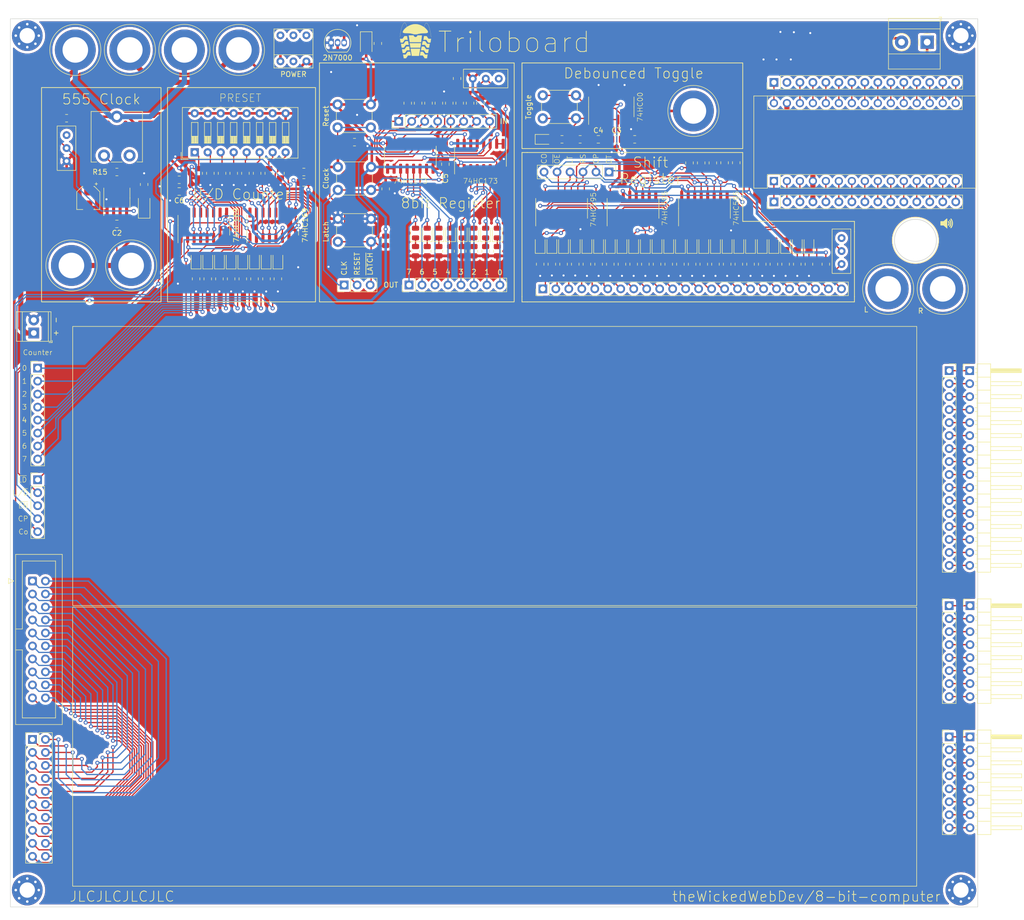
<source format=kicad_pcb>
(kicad_pcb (version 20211014) (generator pcbnew)
  (layers (0 "F.Cu" signal) (31 "B.Cu" signal) (34 "B.Paste" user) (35 "F.Paste" user) (36 "B.SilkS" user "B.Silkscreen") (37 "F.SilkS" user "F.Silkscreen") (38 "B.Mask" user) (39 "F.Mask" user) (44 "Edge.Cuts" user))
  (net 0 "")
  (net 1 "GND")
  (net 2 "/CONN1")
  (net 3 "/CONN2")
  (net 4 "/CONN3")
  (net 5 "/CONN4")
  (net 6 "/CONN5")
  (net 7 "/CONN6")
  (net 8 "/CONN7")
  (net 9 "/CONN8")
  (net 10 "/CONN9")
  (net 11 "/CONN10")
  (net 12 "/CONN11")
  (net 13 "/CONN12")
  (net 14 "/CONN13")
  (net 15 "/CONN14")
  (net 16 "/CONN15")
  (net 17 "/CONN16")
  (net 18 "/CONN17")
  (net 19 "/CONN18")
  (net 20 "/CONN19")
  (net 21 "/CONN20")
  (net 22 "Net-(D1-Pad1)")
  (net 23 "Net-(D2-Pad1)")
  (net 26 "Net-(C2-Pad2)")
  (net 27 "~{CNT_DIR}")
  (net 28 "CLOCK")
  (net 29 "~{LOAD_CNT}")
  (net 30 "~{CNT_EN}")
  (net 31 "C3")
  (net 32 "C2")
  (net 33 "C1")
  (net 34 "C0")
  (net 35 "C7")
  (net 36 "C6")
  (net 37 "C5")
  (net 38 "C4")
  (net 39 "Cout")
  (net 40 "CL0")
  (net 41 "CL1")
  (net 42 "CL2")
  (net 43 "CL3")
  (net 44 "CL4")
  (net 45 "CL5")
  (net 46 "CL6")
  (net 47 "CL7")
  (net 48 "Net-(D3-Pad1)")
  (net 49 "Net-(D4-Pad1)")
  (net 50 "Net-(D5-Pad1)")
  (net 51 "Net-(D6-Pad1)")
  (net 52 "Net-(D7-Pad1)")
  (net 53 "Net-(D8-Pad1)")
  (net 54 "Net-(D9-Pad1)")
  (net 55 "Net-(D10-Pad1)")
  (net 56 "RD7")
  (net 57 "RD6")
  (net 58 "RD5")
  (net 59 "RD4")
  (net 60 "RD3")
  (net 61 "RD2")
  (net 62 "RD1")
  (net 63 "RD0")
  (net 64 "R7")
  (net 65 "R6")
  (net 66 "R5")
  (net 67 "R4")
  (net 68 "R3")
  (net 69 "R2")
  (net 70 "R1")
  (net 71 "R0")
  (net 72 "Net-(D11-Pad1)")
  (net 73 "Net-(D12-Pad1)")
  (net 74 "Net-(D13-Pad1)")
  (net 75 "Net-(D14-Pad1)")
  (net 76 "Net-(D15-Pad1)")
  (net 77 "Net-(D16-Pad1)")
  (net 78 "Net-(D17-Pad1)")
  (net 79 "Net-(D18-Pad1)")
  (net 80 "REG_CLOCK")
  (net 81 "REG_RESET")
  (net 82 "~{REG_LATCH}")
  (net 83 "Net-(A1-Pad29)")
  (net 84 "Net-(A1-Pad1)")
  (net 85 "Net-(A1-Pad2)")
  (net 86 "Net-(A1-Pad3)")
  (net 87 "Net-(A1-Pad5)")
  (net 88 "Net-(A1-Pad6)")
  (net 89 "Net-(A1-Pad7)")
  (net 90 "Net-(A1-Pad8)")
  (net 91 "Net-(A1-Pad9)")
  (net 92 "Net-(A1-Pad10)")
  (net 93 "Net-(A1-Pad11)")
  (net 94 "Net-(A1-Pad12)")
  (net 95 "Net-(A1-Pad13)")
  (net 96 "Net-(A1-Pad14)")
  (net 97 "Net-(A1-Pad15)")
  (net 98 "Net-(A1-Pad16)")
  (net 99 "Net-(A1-Pad17)")
  (net 100 "Net-(A1-Pad18)")
  (net 101 "Net-(A1-Pad19)")
  (net 102 "Net-(A1-Pad20)")
  (net 103 "Net-(A1-Pad21)")
  (net 104 "Net-(A1-Pad22)")
  (net 105 "Net-(A1-Pad23)")
  (net 106 "Net-(A1-Pad24)")
  (net 107 "Net-(A1-Pad25)")
  (net 108 "Net-(A1-Pad26)")
  (net 109 "Net-(A1-Pad27)")
  (net 110 "Net-(A1-Pad28)")
  (net 111 "Net-(A1-Pad30)")
  (net 112 "Net-(D19-Pad1)")
  (net 113 "/~{RESET}")
  (net 114 "/LATCH")
  (net 115 "/~{SR_OE}")
  (net 116 "/DATA")
  (net 117 "/SR1")
  (net 118 "/SR2")
  (net 119 "/SR3")
  (net 120 "/SR4")
  (net 121 "/SR5")
  (net 122 "/SR6")
  (net 123 "/SR7")
  (net 124 "/SR0")
  (net 125 "/SR9")
  (net 126 "/SR10")
  (net 127 "/SR11")
  (net 128 "/SR12")
  (net 129 "/SR13")
  (net 130 "/SR14")
  (net 131 "/SR15")
  (net 132 "/SR8")
  (net 133 "/SR17")
  (net 134 "/SR18")
  (net 135 "/SR19")
  (net 136 "/SR20")
  (net 137 "/SR21")
  (net 138 "/SR22")
  (net 139 "/SR23")
  (net 140 "/SR16")
  (net 141 "Net-(D20-Pad1)")
  (net 142 "Net-(D21-Pad1)")
  (net 143 "Net-(D22-Pad1)")
  (net 144 "Net-(D23-Pad1)")
  (net 145 "Net-(D24-Pad1)")
  (net 146 "Net-(D25-Pad1)")
  (net 147 "Net-(D26-Pad1)")
  (net 148 "Net-(D27-Pad1)")
  (net 149 "Net-(D28-Pad1)")
  (net 150 "Net-(D29-Pad1)")
  (net 151 "Net-(D30-Pad1)")
  (net 152 "Net-(D31-Pad1)")
  (net 153 "Net-(D32-Pad1)")
  (net 154 "Net-(D33-Pad1)")
  (net 155 "Net-(D34-Pad1)")
  (net 156 "Net-(D35-Pad1)")
  (net 157 "Net-(D36-Pad1)")
  (net 158 "Net-(D37-Pad1)")
  (net 159 "Net-(D38-Pad1)")
  (net 160 "Net-(D39-Pad1)")
  (net 161 "Net-(D40-Pad1)")
  (net 162 "Net-(D41-Pad1)")
  (net 163 "Net-(D42-Pad1)")
  (net 164 "/SRco")
  (net 165 "Net-(C3-Pad1)")
  (net 166 "Net-(C4-Pad2)")
  (net 167 "Net-(D43-Pad1)")
  (net 170 "Net-(U5-Pad15)")
  (net 171 "/SCLK")
  (net 172 "Net-(R25-Pad2)")
  (net 173 "Net-(R6-Pad2)")
  (net 174 "Net-(J4-Pad2)")
  (net 175 "Net-(R2-Pad1)")
  (net 176 "Net-(R15-Pad1)")
  (net 177 "Net-(R31-Pad2)")
  (net 178 "Net-(U6-Pad9)")
  (net 179 "Net-(U7-Pad9)")
  (net 180 "Net-(D2-Pad2)")
  (net 181 "Net-(D11-Pad2)")
  (net 182 "Net-(Q1-Pad3)")
  (net 184 "Net-(J13-Pad1)")
  (net 185 "Net-(J13-Pad2)")
  (net 186 "Net-(J13-Pad3)")
  (net 187 "Net-(J13-Pad4)")
  (net 188 "Net-(J13-Pad5)")
  (net 189 "Net-(J13-Pad6)")
  (net 190 "Net-(J13-Pad7)")
  (net 191 "Net-(J13-Pad8)")
  (net 192 "Net-(J13-Pad9)")
  (net 193 "Net-(J13-Pad10)")
  (net 194 "Net-(J13-Pad11)")
  (net 195 "Net-(J13-Pad12)")
  (net 196 "Net-(J13-Pad13)")
  (net 197 "Net-(J13-Pad14)")
  (net 198 "Net-(J13-Pad15)")
  (net 199 "Net-(J13-Pad16)")
  (net 200 "Net-(J16-Pad1)")
  (net 201 "Net-(J16-Pad2)")
  (net 202 "Net-(J16-Pad3)")
  (net 203 "Net-(J16-Pad4)")
  (net 204 "Net-(J16-Pad5)")
  (net 205 "Net-(J16-Pad6)")
  (net 206 "Net-(J16-Pad7)")
  (net 207 "Net-(J16-Pad8)")
  (net 208 "Net-(J18-Pad1)")
  (net 209 "Net-(J18-Pad2)")
  (net 210 "Net-(J18-Pad3)")
  (net 211 "Net-(J18-Pad4)")
  (net 212 "Net-(J18-Pad5)")
  (net 213 "Net-(J18-Pad6)")
  (net 214 "Net-(J18-Pad7)")
  (net 215 "Net-(J18-Pad8)")
  (net 219 "VCC")
  (footprint "Connector_PinHeader_2.54mm:PinHeader_1x08_P2.54mm_Vertical" (layer "F.Cu") (at 194.579 65.786 90)
    (fp_text reference "J9" hide)
    (fp_text value "Conn_01x08" hide)
  )
  (footprint "Resistor_SMD:R_0805_2012Metric" (layer "F.Cu") (at 274.828 93.726 -90)
    (fp_text reference "R62" hide)
    (fp_text value "R_Small_US" hide)
  )
  (footprint "LED_SMD:LED_0805_2012Metric" (layer "F.Cu") (at 164.084 92.964 90)
    (fp_text reference "D40" hide)
    (fp_text value "LED" hide)
  )
  (footprint "Resistor_SMD:R_0805_2012Metric" (layer "F.Cu") (at 176.022 75.692)
    (fp_text reference "R28" hide)
    (fp_text value "R_Small_US" hide)
  )
  (footprint "Resistor_SMD:R_0805_2012Metric" (layer "F.Cu") (at 267.97 93.726 -90)
    (fp_text reference "R57" hide)
    (fp_text value "R_Small_US" hide)
  )
  (footprint "Resistor_SMD:R_0805_2012Metric" (layer "F.Cu") (at 192.024 89.154 90)
    (fp_text reference "R7" hide)
    (fp_text value "R_Small_US" hide)
  )
  (footprint "Resistor_SMD:R_0805_2012Metric" (layer "F.Cu") (at 263.398 93.726 -90)
    (fp_text reference "R55" hide)
    (fp_text value "R_Small_US" hide)
  )
  (footprint "Stephenv6:spdt-slide-switch" (layer "F.Cu") (at 276.489 90.641 90)
    (fp_text reference "SW8" hide)
    (fp_text value "SW_SPST" hide)
  )
  (footprint "LED_SMD:LED_0805_2012Metric" (layer "F.Cu") (at 272.542 89.916 90)
    (fp_text reference "D35" hide)
    (fp_text value "LED" hide)
  )
  (footprint "Resistor_SMD:R_0805_2012Metric" (layer "F.Cu") (at 208.534 62.23 90)
    (fp_text reference "R12" hide)
    (fp_text value "R_Small_US" hide)
  )
  (footprint "Resistor_SMD:R_0805_2012Metric" (layer "F.Cu") (at 202.438 91.186 -90)
    (fp_text reference "R19" hide)
    (fp_text value "R_Small_US" hide)
  )
  (footprint "LED_SMD:LED_0805_2012Metric" (layer "F.Cu") (at 209.296 87.63 90)
    (fp_text reference "D8" hide)
    (fp_text value "LED" hide)
  )
  (footprint "Resistor_SMD:R_0805_2012Metric" (layer "F.Cu") (at 247.396 93.726 -90)
    (fp_text reference "R48" hide)
    (fp_text value "R_Small_US" hide)
  )
  (footprint "Capacitor_SMD:C_0805_2012Metric" (layer "F.Cu") (at 151.638 79.502 180)
    (fp_text reference "C6")
    (fp_text value "C" hide)
  )
  (footprint "LED_SMD:LED_0805_2012Metric" (layer "F.Cu") (at 157.226 92.964 90)
    (fp_text reference "D36" hide)
    (fp_text value "LED" hide)
  )
  (footprint "LED_SMD:LED_0805_2012Metric" (layer "F.Cu") (at 233.68 89.916 90)
    (fp_text reference "D17" hide)
    (fp_text value "LED" hide)
  )
  (footprint "Resistor_SMD:R_0805_2012Metric" (layer "F.Cu") (at 261.112 93.726 -90)
    (fp_text reference "R54" hide)
    (fp_text value "R_Small_US" hide)
  )
  (footprint "Resistor_SMD:R_0805_2012Metric" (layer "F.Cu") (at 197.866 91.186 -90)
    (fp_text reference "R16" hide)
    (fp_text value "R_Small_US" hide)
  )
  (footprint "Connector_PinHeader_2.54mm:PinHeader_1x05_P2.54mm_Vertical" (layer "F.Cu") (at 123.952 135.89)
    (fp_text reference "J25" hide)
    (fp_text value "Conn_01x05" hide)
  )
  (footprint "Resistor_SMD:R_0805_2012Metric" (layer "F.Cu") (at 222.25 93.726 -90)
    (fp_text reference "R37" hide)
    (fp_text value "R_Small_US" hide)
  )
  (footprint "LED_SMD:LED_0805_2012Metric" (layer "F.Cu") (at 161.798 92.964 90)
    (fp_text reference "D39" hide)
    (fp_text value "LED" hide)
  )
  (footprint "LED_SMD:LED_0805_2012Metric" (layer "F.Cu") (at 274.828 89.916 90)
    (fp_text reference "D37" hide)
    (fp_text value "LED" hide)
  )
  (footprint "Resistor_SMD:R_0805_2012Metric" (layer "F.Cu") (at 159.512 96.5985 -90)
    (fp_text reference "R63" hide)
    (fp_text value "R_Small_US" hide)
  )
  (footprint "Resistor_SMD:R_0805_2012Metric" (layer "F.Cu") (at 258.826 93.726 -90)
    (fp_text reference "R53" hide)
    (fp_text value "R_Small_US" hide)
  )
  (footprint "Resistor_SMD:R_0805_2012Metric" (layer "F.Cu") (at 192.024 78.994 90)
    (fp_text reference "R9" hide)
    (fp_text value "R_Small_US" hide)
  )
  (footprint "Resistor_SMD:R_0805_2012Metric" (layer "F.Cu") (at 206.502 62.23 90)
    (fp_text reference "R11" hide)
    (fp_text value "R_Small_US" hide)
  )
  (footprint "Package_SO:SOIC-16_3.9x9.9mm_P1.27mm" (layer "F.Cu") (at 240.411 82.804 90)
    (fp_text reference "U7" hide)
    (fp_text value "74HC595")
  )
  (footprint "Resistor_SMD:R_0805_2012Metric" (layer "F.Cu") (at 256.54 93.726 -90)
    (fp_text reference "R52" hide)
    (fp_text value "R_Small_US" hide)
  )
  (footprint "Package_SO:SOIC-16_3.9x9.9mm_P1.27mm" (layer "F.Cu") (at 196.85 72.579 90)
    (fp_text reference "U3" hide)
    (fp_text value "74LS173" hide)
  )
  (footprint "Stephenv6:Banana_Jack_1Pin_2mm" (layer "F.Cu") (at 141.986 51.816)
    (fp_text reference "J5" hide)
    (fp_text value "Conn_01x01" hide)
  )
  (footprint "Package_SO:SOIC-16_3.9x9.9mm_P1.27mm" (layer "F.Cu") (at 156.464 86.106 90)
    (fp_text reference "U8" hide)
    (fp_text value "74LS169" hide)
  )
  (footprint "Resistor_SMD:R_0805_2012Metric" (layer "F.Cu") (at 168.718 96.5985 -90)
    (fp_text reference "R72" hide)
    (fp_text value "R_Small_US" hide)
  )
  (footprint "Resistor_SMD:R_0805_2012Metric" (layer "F.Cu") (at 160.02 75.946 -90)
    (fp_text reference "R73" hide)
    (fp_text value "R_Small_US" hide)
  )
  (footprint "Resistor_SMD:R_0805_2012Metric" (layer "F.Cu") (at 226.516 69.306 180)
    (fp_text reference "R26" hide)
    (fp_text value "R_Small_US" hide)
  )
  (footprint "Resistor_SMD:R_0805_2012Metric" (layer "F.Cu") (at 155.448 75.946 -90)
    (fp_text reference "R76" hide)
    (fp_text value "R_Small_US" hide)
  )
  (footprint "Resistor_SMD:R_0805_2012Metric" (layer "F.Cu") (at 157.734 75.946 -90)
    (fp_text reference "R74" hide)
    (fp_text value "R_Small_US" hide)
  )
  (footprint "Resistor_SMD:R_0805_2012Metric" (layer "F.Cu") (at 190.5 50.546 -90)
    (fp_text reference "R1" hide)
    (fp_text value "R_Small_US" hide)
  )
  (footprint "Stephenv6:Banana_Jack_1Pin_2mm" (layer "F.Cu") (at 131.318 51.816)
    (fp_text reference "J2" hide)
    (fp_text value "Conn_01x01" hide)
  )
  (footprint "Resistor_SMD:R_0805_2012Metric" (layer "F.Cu") (at 164.084 96.5985 -90)
    (fp_text reference "R67" hide)
    (fp_text value "R_Small_US" hide)
  )
  (footprint "Resistor_SMD:R_0805_2012Metric" (layer "F.Cu") (at 139.446 75.692)
    (fp_text reference "R15")
    (fp_text value "R_Small_US" hide)
  )
  (footprint "Stephenv6:BreadBoard-full" (layer "F.Cu") (at 213.36 160.782)
    (fp_text reference "REF**" hide)
    (fp_text value "BreadBoard-full" hide)
  )
  (footprint "Resistor_SMD:R_0805_2012Metric" (layer "F.Cu") (at 198.374 62.23 90)
    (fp_text reference "R4" hide)
    (fp_text value "R_Small_US" hide)
  )
  (footprint "LED_SMD:LED_1206_3216Metric" (layer "F.Cu") (at 188.214 50.546 -90)
    (fp_text reference "D1" hide)
    (fp_text value "LED" hide)
  )
  (footprint "Resistor_SMD:R_0805_2012Metric" (layer "F.Cu") (at 231.394 93.726 -90)
    (fp_text reference "R41" hide)
    (fp_text value "R_Small_US" hide)
  )
  (footprint "Package_SO:SOIC-14_3.9x8.7mm_P1.27mm" (layer "F.Cu") (at 236.168 62.956 90)
    (fp_text reference "U4" hide)
    (fp_text value "74LS00" hide)
  )
  (footprint "Resistor_SMD:R_0805_2012Metric" (layer "F.Cu") (at 253.746 73.914 90)
    (fp_text reference "R36" hide)
    (fp_text value "R_Small_US" hide)
  )
  (footprint "Package_SO:SOIC-16_3.9x9.9mm_P1.27mm" (layer "F.Cu") (at 169.926 86.106 90)
    (fp_text reference "U5" hide)
    (fp_text value "74LS169" hide)
  )
  (footprint "Resistor_SMD:R_0805_2012Metric" (layer "F.Cu") (at 144.78 78.1285 90)
    (fp_text reference "R17" hide)
    (fp_text value "R_Small_US" hide)
  )
  (footprint "Resistor_SMD:R_0805_2012Metric" (layer "F.Cu") (at 176.022 77.724)
    (fp_text reference "R30" hide)
    (fp_text value "R_Small_US" hide)
  )
  (footprint "LED_SMD:LED_0805_2012Metric" (layer "F.Cu") (at 267.97 89.916 90)
    (fp_text reference "D32" hide)
    (fp_text value "LED" hide)
  )
  (footprint "Resistor_SMD:R_0805_2012Metric" (layer "F.Cu") (at 164.592 75.946 -90)
    (fp_text reference "R70" hide)
    (fp_text value "R_Small_US" hide)
  )
  (footprint "Resistor_SMD:R_0805_2012Metric" (layer "F.Cu") (at 270.256 93.726 -90)
    (fp_text reference "R58" hide)
    (fp_text value "R_Small_US" hide)
  )
  (footprint "Stephenv6:Banana_Jack_1Pin_2mm" (layer "F.Cu") (at 142.24 93.98)
    (fp_text reference "J10" hide)
    (fp_text value "Conn_01x01" hide)
  )
  (footprint "Module:Arduino_Nano" (layer "F.Cu") (at 267.975 77.46 90)
    (fp_text reference "A1" hide)
    (fp_text value "Arduino_Nano_Every" hide)
  )
  (footprint "Connector_PinHeader_2.54mm:PinHeader_1x08_P2.54mm_Vertical" (layer "F.Cu") (at 302.26 160.528)
    (fp_text reference "J18" hide)
    (fp_text value "Conn_01x08" hide)
  )
  (footprint "Connector_PinHeader_2.54mm:PinHeader_2x10_P2.54mm_Vertical" (layer "F.Cu") (at 122.936 186.695)
    (fp_text reference "J22" hide)
    (fp_text value "Conn_02x10_Odd_Even" hide)
  )
  (footprint "LED_SMD:LED_0805_2012Metric" (layer "F.Cu") (at 231.394 89.916 90)
    (fp_text reference "D16" hide)
    (fp_text value "LED" hide)
  )
  (footprint "Resistor_SMD:R_0805_2012Metric" (layer "F.Cu") (at 235.966 93.726 -90)
    (fp_text reference "R43" hide)
    (fp_text value "R_Small_US" hide)
  )
  (footprint "LED_SMD:LED_0805_2012Metric" (layer "F.Cu") (at 226.822 89.916 90)
    (fp_text reference "D14" hide)
    (fp_text value "LED" hide)
  )
  (footprint "Resistor_SMD:R_0805_2012Metric" (layer "F.Cu") (at 205.994 57.404 -90)
    (fp_text reference "R6" hide)
    (fp_text value "R_Small_US" hide)
  )
  (footprint "Resistor_SMD:R_0805_2012Metric" (layer "F.Cu") (at 238.252 93.726 -90)
    (fp_text reference "R44" hide)
    (fp_text value "R_Small_US" hide)
  )
  (footprint "Resistor_SMD:R_0805_2012Metric" (layer "F.Cu") (at 151.638 77.216)
    (fp_text reference "R29" hide)
    (fp_text value "R_Small_US" hide)
  )
  (footprint "Button_Switch_THT:SW_PUSH_6mm" (layer "F.Cu") (at 182.626 62.484)
    (fp_text reference "SW4" hide)
    (fp_text value "SW_Push" hide)
  )
  (footprint "Resistor_SMD:R_0805_2012Metric" (layer "F.Cu") (at 240.74 69.306)
    (fp_text reference "R25" hide)
    (fp_text value "R_Small_US" hide)
  )
  (footprint "LED_SMD:LED_0805_2012Metric" (layer "F.Cu") (at 222.25 89.916 90)
    (fp_text reference "D12" hide)
    (fp_text value "LED" hide)
  )
  (footprint "Resistor_SMD:R_0805_2012Metric" (layer "F.Cu") (at 254.254 93.726 -90)
    (fp_text reference "R51" hide)
    (fp_text value "R_Small_US" hide)
  )
  (footprint "LED_SMD:LED_0805_2012Metric" (layer "F.Cu") (at 154.94 92.964 90)
    (fp_text reference "D34" hide)
    (fp_text value "LED" hide)
  )
  (footprint "LED_SMD:LED_0805_2012Metric" (layer "F.Cu") (at 222.96 69.306)
    (fp_text reference "D11" hide)
    (fp_text value "LED" hide)
  )
  (footprint "Connector_PinHeader_2.54mm:PinHeader_1x08_P2.54mm_Horizontal" (layer "F.Cu") (at 306.324 186.182)
    (fp_text reference "J17" hide)
    (fp_text value "Conn_01x08" hide)
  )
  (footprint "Connector_PinHeader_2.54mm:PinHeader_1x15_P2.54mm_Vertical" (layer "F.Cu") (at 267.975 58.166 90)
    (fp_text reference "J23" hide)
    (fp_text value "Conn_01x15" hide)
  )
  (footprint "Stephenv6:trilobyte-logo-small" (layer "F.Cu") (at 197.886 42.298116)
    (fp_text reference "REF**" hide)
    (fp_text value "trilobyte-logo-small" hide)
  )
  (footprint "Package_SO:SOIC-16_3.9x9.9mm_P1.27mm" (layer "F.Cu") (at 210.566 72.647 90)
    (fp_text reference "U2" hide)
    (fp_text value "74LS173" hide)
  )
  (footprint "LED_SMD:LED_0805_2012Metric" (layer "F.Cu") (at 263.398 89.916 90)
    (fp_text reference "D30" hide)
    (fp_text value "LED" hide)
  )
  (footprint "Button_Switch_THT:SW_DIP_SPSTx08_Slide_9.78x22.5mm_W7.62mm_P2.54mm" (layer "F.Cu") (at 154.676 71.8395 90)
    (fp_text reference "SW9" hide)
    (fp_text value "SW_DIP_x08" hide)
  )
  (footprint "Resistor_SMD:R_0805_2012Metric" (layer "F.Cu") (at 242.824 93.726 -90)
    (fp_text reference "R46" hide)
    (fp_text value "R_Small_US" hide)
  )
  (footprint "Stephenv6:Banana_Jack_1Pin_2mm" (layer "F.Cu") (at 163.322 51.816)
    (fp_text reference "J6" hide)
    (fp_text value "Conn_01x01" hide)
  )
  (footprint "LED_SMD:LED_0805_2012Metric" (layer "F.Cu") (at 265.684 89.916 90)
    (fp_text reference "D31" hide)
    (fp_text value "LED" hide)
  )
  (footprint "LED_SMD:LED_0805_2012Metric" (layer "F.Cu") (at 211.582 87.63 90)
    (fp_text reference "D9" hide)
    (fp_text value "LED" hide)
  )
  (footprint "LED_SMD:LED_0805_2012Metric" (layer "F.Cu") (at 240.538 89.916 90)
    (fp_text reference "D20" hide)
    (fp_text value "LED" hide)
  )
  (footprint "Stephenv6:potentiometer-trim-pot" (layer "F.Cu") (at 128.8945 69.249 90)
    (fp_text reference "RV1" hide)
    (fp_text value "R_Potentiometer_US" hide)
  )
  (footprint "Resistor_SMD:R_0805_2012Metric" (layer "F.Cu") (at 265.684 93.726 -90)
    (fp_text reference "R56" hide)
    (fp_text value "R_Small_US" hide)
  )
  (footprint "Capacitor_SMD:C_0805_2012Metric" (layer "F.Cu") (at 139.446 85.852)
    (fp_text reference "C2")
    (fp_text value "C_Small" hide)
  )
  (footprint "LED_SMD:LED_0805_2012Metric" (layer "F.Cu") (at 270.256 89.916 90)
    (fp_text reference "D33" hide)
    (fp_text value "LED" hide)
  )
  (footprint "MountingHole:MountingHole_3mm_Pad_Via" (layer "F.Cu") (at 304.546 49.022)
    (fp_text reference "REF**" hide)
    (fp_text value "MountingHole_3mm_Pad_Via" hide)
  )
  (footprint "Stephenv6:Banana_Jack_1Pin_2mm" (layer "F.Cu") (at 300.99 98.552)
    (fp_text reference "J26" hide)
    (fp_text value "Conn_01x01" hide)
  )
  (footprint "Connector_PinHeader_2.54mm:PinHeader_1x16_P2.54mm_Horizontal" (layer "F.Cu") (at 306.267 114.554)
    (fp_text reference "J13" hide)
    (fp_text value "Conn_01x16" hide)
  )
  (footprint "LED_SMD:LED_0805_2012Metric" (layer "F.Cu") (at 261.112 89.916 90)
    (fp_text reference "D29" hide)
    (fp_text value "LED" hide)
  )
  (footprint "TerminalBlock_Phoenix:TerminalBlock_Phoenix_MKDS-1,5-2_1x02_P5.00mm_Horizontal" (layer "F.Cu") (at 297.942 50.292 180)
    (fp_text reference "J4" hide)
    (fp_text value "Screw_Terminal_01x02" hide)
  )
  (footprint "Resistor_SMD:R_0805_2012Metric" (layer "F.Cu") (at 204.47 62.23 90)
    (fp_text reference "R10" hide)
    (fp_text value "R_Small_US" hide)
  )
  (footprint "LED_SMD:LED_0805_2012Metric" (layer "F.Cu") (at 258.826 89.916 90)
    (fp_text reference "D28" hide)
    (fp_text value "LED" hide)
  )
  (footprint "LED_SMD:LED_0805_2012Metric" (layer "F.Cu") (at 249.682 89.916 90)
    (fp_text reference "D24" hide)
    (fp_text value "LED" hide)
  )
  (footprint "LED_SMD:LED_0805_2012Metric" (layer "F.Cu") (at 207.01 87.63 90)
    (fp_text reference "D7" hide)
    (fp_text value "LED" hide)
  )
  (footprint "Package_TO_SOT_THT:TO-92_Inline" (layer "F.Cu") (at 181.356 50.398)
    (fp_text reference "Q1" hide)
    (fp_text value "2N7000")
  )
  (footprint "Stephenv6:BreadBoard-full" (layer "F.Cu") (at 213.37 105.881)
    (fp_text reference "REF**" hide)
    (fp_text value "BreadBoard-full" hide)
  )
  (footprint "Package_SO:SOIC-8_3.9x4.9mm_P1.27mm" (layer "F.Cu") (at 139.446 80.772 90)
    (fp_text reference "U1" hide)
    (fp_text value "555" hide)
  )
  (footprint "Resistor_SMD:R_0805_2012Metric" (layer "F.Cu") (at 129.61525 65.1745)
    (fp_text reference "R2" hide)
    (fp_text value "R_Small_US" hide)
  )
  (footprint "Connector_PinHeader_2.54mm:PinHeader_1x24_P2.54mm_Vertical" (layer "F.Cu") (at 222.768 98.552 90)
    (fp_text reference "J29" hide)
    (fp_text value "Conn_01x24" hide)
  )
  (footprint "Resistor_SMD:R_0805_2012Metric" (layer "F.Cu") (at 260.604 73.88 90)
    (fp_text reference "R34" hide)
    (fp_text value "R_Small_US" hide)
  )
  (footprint "Connector_PinHeader_2.54mm:PinHeader_1x03_P2.54mm_Vertical" (layer "F.Cu") (at 183.911 97.79 90)
    (fp_text reference "J12" hide)
    (fp_text value "Conn_01x03" hide)
  )
  (footprint "MountingHole:MountingHole_3mm_Pad_Via" (layer "F.Cu") (at 121.92 49.022)
    (fp_text reference "REF**" hide)
    (fp_text value "MountingHole_3mm_Pad_Via" hide)
  )
  (footprint "Resistor_SMD:R_0805_2012Metric" (layer "F.Cu") (at 185.928 69.85)
    (fp_text reference "R13" hide)
    (fp_text value "R_Small_US" hide)
  )
  (footprint "LED_SMD:LED_0805_2012Metric" (layer "F.Cu") (at 242.824 89.916 90)
    (fp_text reference "D21" hide)
    (fp_text value "LED" hide)
  )
  (footprint "Resistor_SMD:R_0805_2012Metric" (layer "F.Cu") (at 258.318 73.89 90)
    (fp_text reference "R33" hide)
    (fp_text value "R_Small_US" hide)
  )
  (footprint "Stephenv6:THT-DPDT" (layer "F.Cu") (at 174.358 45.942)
    (fp_text reference "SW6" hide)
    (fp_text value "SW_DPDT_x2" hide)
  )
  (footprint "LED_SMD:LED_0805_2012Metric" (layer "F.Cu") (at 166.37 92.964 90)
    (fp_text reference "D41" hide)
    (fp_text value "LED" hide)
  )
  (footprint "Stephenv6:speaker-jack-hole" (layer "F.Cu") (at 295.656 79.756)
    (fp_text reference "REF**" hide)
    (fp_text value "speaker-jack-hole" hide)
    (fp_circle (center 0 9.299533) (end 4.11 9.299533) (layer "Edge.Cuts") (width 0.12) (fill none))
  )
  (footprint "Resistor_SMD:R_0805_2012Metric" (layer "F.Cu") (at 162.306 75.946 -90)
    (fp_text reference "R71" hide)
    (fp_text value "R_Small_US" hide)
  )
  (footprint "LED_SMD:LED_0805_2012Metric" (layer "F.Cu") (at 245.11 89.916 90)
    (fp_text reference "D22" hide)
    (fp_text value "LED" hide)
  )
  (footprint "Capacitor_SMD:C_0805_2012Metric" (layer "F.Cu") (at 203.708 74.168 90)
    (fp_text reference "C5")
    (fp_text value "C" hide)
  )
  (footprint "LED_SMD:LED_0805_2012Metric" (layer "F.Cu") (at 197.866 87.63 90)
    (fp_text reference "D3" hide)
    (fp_text value "LED" hide)
  )
  (footprint "LED_SMD:LED_0805_2012Metric" (layer "F.Cu") (at 235.966 89.916 90)
    (fp_text reference "D18" hide)
    (fp_text value "LED" hide)
  )
  (footprint "LED_SMD:LED_0805_2012Metric" (layer "F.Cu") (at 168.656 92.964 90)
    (fp_text reference "D42" hide)
    (fp_text value "LED" hide)
  )
  (footprint "Resistor_SMD:R_0805_2012Metric" (layer "F.Cu") (at 166.878 75.946 -90)
    (fp_text reference "R68" hide)
    (fp_text value "R_Small_US" hide)
  )
  (footprint "Capacitor_SMD:C_0805_2012Metric" (layer "F.Cu") (at 237.184 69.306 180)
    (fp_text reference "C3")
    (fp_text value "C" hide)
  )
  (footprint "LED_SMD:LED_0805_2012Metric" (layer "F.Cu") (at 229.108 89.916 90)
    (fp_text reference "D15" hide)
    (fp_text value "LED" hide)
  )
  (footprint "Connector_PinHeader_2.54mm:PinHeader_1x08_P2.54mm_Vertical" (layer "F.Cu") (at 302.26 186.182)
    (fp_text reference "J16" hide)
    (fp_text value "Conn_01x08" hide)
  )
  (footprint "Resistor_SMD:R_0805_2012Metric" (layer "F.Cu") (at 210.566 62.23 90)
    (fp_text reference "R14" hide)
    (fp_text value "R_Small_US" hide)
  )
  (footprint "MountingHole:MountingHole_3mm_Pad_Via" (layer "F.Cu") (at 121.92 216.154)
    (fp_text reference "REF**" hide)
    (fp_text value "MountingHole_3mm_Pad_Via" hide)
  )
  (footprint "Resistor_SMD:R_0805_2012Metric" (layer "F.Cu") (at 230.072 69.306)
    (fp_text reference "R27" hide)
    (fp_text value "R_Small_US" hide)
  )
  (footprint "LED_SMD:LED_0805_2012Metric" (layer "F.Cu") (at 238.252 89.916 90)
    (fp_text reference "D19" hide)
    (fp_text value "LED" hide)
  )
  (footprint "Connector_PinHeader_2.54mm:PinHeader_1x08_P2.54mm_Horizontal" (layer "F.Cu") (at 306.324 160.528)
    (fp_text reference "J19" hide)
    (fp_text value "Conn_01x08" hide)
  )
  (footprint "Resistor_SMD:R_0805_2012Metric" (layer "F.Cu") (at 161.798 96.5985 -90)
    (fp_text reference "R64" hide)
    (fp_text value "R_Small_US" hide)
  )
  (footprint "Resistor_SMD:R_0805_2012Metric" (layer "F.Cu") (at 200.406 62.23 90)
    (fp_text reference "R5" hide)
    (fp_text value "R_Small_US" hide)
  )
  (footprint "LED_SMD:LED_0805_2012Metric" (layer "F.Cu") (at 224.536 89.916 90)
    (fp_text reference "D13" hide)
    (fp_text value "LED" hide)
  )
  (footprint "Resistor_SMD:R_0805_2012Metric" (layer "F.Cu") (at 157.226 96.5985 -90)
    (fp_text reference "R61" hide)
    (fp_text value "R_Small_US" hide)
  )
  (footprint "Stephenv6:spdt-slide-switch" (layer "F.Cu") (at 212.127 52.715)
    (fp_text reference "SW5" hide)
    (fp_text value "SW_SPST" hide)
  )
  (footprint "Connector_PinHeader_2.54mm:PinHeader_1x08_P2.54mm_Vertical" (layer "F.Cu") (at 123.952 114.061)
    (fp_text reference "J27" hide)
    (fp_text value "Conn_01x08" hide)
  )
  (footprint "LED_SMD:LED_0805_2012Metric" (layer "F.Cu") (at 200.152 87.63 90)
    (fp_text reference "D4" hide)
    (fp_text value "LED" hide)
  )
  (footprint "Resistor_SMD:R_0805_2012Metric" (layer "F.Cu") (at 166.37 96.5985 -90)
    (fp_text reference "R69" hide)
    (fp_text value "R_Small_US" hide)
  )
  (footprint "Package_SO:SOIC-16_3.9x9.9mm_P1.27mm" (layer "F.Cu") (at 226.441 82.804 90)
    (fp_text reference "U9" hide)
    (fp_text value "74HC595")
  )
  (footprint "Connector_PinHeader_2.54mm:PinHeader_1x06_P2.54mm_Vertical" (layer "F.Cu") (at 235.712 75.692 -90)
    (fp_text reference "J28" hide)
    (fp_text value "Conn_01x06" hide)
  )
  (footprint "Capacitor_SMD:CP_Elec_4x5.3" (layer "F.Cu") (at 133.858 80.772 -90)
    (fp_text reference "C1" hide)
    (fp_text value "C_Polarized_Small_US" hide)
  )
  (footprint "Resistor_SMD:R_0805_2012Metric" (layer "F.Cu") (at 211.582 91.186 -90)
    (fp_text reference "R23" hide)
    (fp_text value "R_Small_US" hide)
  )
  (footprint "Button_Switch_THT:SW_PUSH_6mm" (layer "F.Cu") (at 222.758 60.706)
    (fp_text reference "SW7" hide)
    (fp_text value "SW_Push" hide)
  )
  (footprint "Resistor_SMD:R_0805_2012Metric" (layer "F.Cu") (at 233.68 93.726 -90)
    (fp_text reference "R42" hide)
    (fp_text value "R_Small_US" hide)
  )
  (footprint "LED_SMD:LED_1206_3216Metric" (layer "F.Cu") (at 144.78 82.4465 90)
    (fp_text reference "D2" hide)
    (fp_text value "LED" hide)
  )
  (footprint "Resistor_SMD:R_0805_2012Metric" (layer "F.Cu") (at 169.164 75.946 -90)
    (fp_text reference "R66" hide)
    (fp_text value "R_Small_US" hide)
  )
  (footprint "LED_SMD:LED_0805_2012Metric" (layer "F.Cu") (at 213.868 87.63 90)
    (fp_text reference "D10" hide)
    (fp_text value "LED" hide)
  )
  (footprint "Resistor_SMD:R_0805_2012Metric" (layer "F.Cu") (at 204.724 91.186 -90)
    (fp_text reference "R20" hide)
    (fp_text value "R_Small_US" hide)
  )
  (footprint "LED_SMD:LED_0805_2012Metric" (layer "F.Cu") (at 256.54 89.916 90)
    (fp_text reference "D27" hide)
    (fp_text value "LED" hide)
  )
  (footprint "LED_SMD:LED_0805_2012Metric" (layer "F.Cu") (at 202.438 87.63 90)
    (fp_text reference "D5" hide)
    (fp_text value "LED" hide)
  )
  (footprint "Stephenv6:Banana_Jack_1Pin_2mm" (layer "F.Cu") (at 152.654 51.816)
    (fp_text reference "J3" hide)
    (fp_text value "Conn_01x01" hide)
  )
  (footprint "LED_SMD:LED_0805_2012Metric" (layer "F.Cu") (at 254.254 89.916 90)
    (fp_text reference "D26" hide)
    (fp_text value "LED" hide)
  )
  (footprint "Resistor_SMD:R_0805_2012Metric" (layer "F.Cu") (at 229.108 93.726 -90)
    (fp_text reference "R40" hide)
    (fp_text value "R_Small_US" hide)
  )
  (footprint "Resistor_SMD:R_0805_2012Metric" (layer "F.Cu") (at 272.542 93.726 -90)
    (fp_text reference "R60" hide)
    (fp_text value "R_Small_US" hide)
  )
  (footprint "Resistor_SMD:R_0805_2012Metric" (layer "F.Cu") (at 251.968 93.726 -90)
    (fp_text reference "R50" hide)
    (fp_text value "R_Small_US" hide)
  )
  (footprint "LED_SMD:LED_0805_2012Metric" (layer "F.Cu") (at 159.512 92.964 90)
    (fp_text reference "D38" hide)
    (fp_text value "LED" hide)
  )
  (footprint "Resistor_SMD:R_0805_2012Metric" (layer "F.Cu") (at 249.682 93.726 -90)
    (fp_text reference "R49" hide)
    (fp_text value "R_Small_US" hide)
  )
  (footprint "Resistor_SMD:R_0805_2012Metric" (layer "F.Cu") (at 278.13 93.726 -90)
    (fp_text reference "R31" hide)
    (fp_text value "R_Small_US" hide)
  )
  (footprint "Resistor_SMD:R_0805_2012Metric" (layer "F.Cu") (at 251.46 73.914 90)
    (fp_text reference "R32" hide)
    (fp_text value "R_Small_US" hide)
  )
  (footprint "Resistor_SMD:R_0805_2012Metric" (layer "F.Cu") (at 226.822 93.726 -90)
    (fp_text reference "R39" hide)
    (fp_text value "R_Small_US" hide)
  )
  (footprint "Capacitor_SMD:C_0805_2012Metric" (layer "F.Cu") (at 233.628 69.306 180)
    (fp_text reference "C4")
    (fp_text value "C" hide)
  )
  (footprint "Stephenv6:Banana_Jack_1Pin_2mm" (layer "F.Cu") (at 130.556 93.98)
    (fp_text reference "J8" hide)
    (fp_text value "Conn_01x01" hide)
  )
  (footprint "Resistor_SMD:R_0805_2012Metric" (layer "F.Cu") (at 224.536 93.726 -90)
    (fp_text reference "R38" hide)
    (fp_text value "R_Small_US" hide)
  )
  (footprint "LED_SMD:LED_0805_2012Metric" (layer "F.Cu") (at 247.396 89.916 90)
    (fp_text reference "D23" hide)
    (fp_text value "LED" hide)
  )
  (footprint "Connector_IDC:IDC-Header_2x10_P2.54mm_Vertical" (layer "F.Cu") (at 122.936 155.702)
    (fp_text reference "J20" hide)
    (fp_text value "Conn_02x20_Odd_Even" hide)
  )
  (footprint "Connector_PinSocket_2.54mm:PinSocket_1x16_P2.54mm_Vertical" (layer "F.Cu") (at 302.26 114.554)
    (fp_text reference "J14" hide)
    (fp_text value "Conn_01x16" hide)
  )
  (footprint "MountingHole:MountingHole_3mm_Pad_Via" (layer "F.Cu") (at 304.546 216.154)
    (fp_text reference "REF**" hide)
    (fp_text value "MountingHole_3mm_Pad_Via" hide)
  )
  (footprint "Resistor_SMD:R_0805_2012Metric" (layer "F.Cu") (at 202.438 62.23 90)
    (fp_text reference "R8" hide)
    (fp_text value "R_Small_US" hide)
  )
  (footprint "Stephenv6:Banana_Jack_1Pin_2mm" (layer "F.Cu") (at 290.322 98.552)
    (fp_text reference "J24" hide)
    (fp_text value "Conn_01x01" hide)
  )
  (footprint "Resistor_SMD:R_0805_2012Metric" (layer "F.Cu") (at 256.032 73.914 90)
    (fp_text reference "R35" hide)
    (fp_text value "R_Small_US" hide)
  )
  (footprint "Resistor_SMD:R_0805_2012Metric" (layer "F.Cu") (at 171.45 75.946 -90)
    (fp_text reference "R65" hide)
    (fp_text value "R_Small_US" hide)
  )
  (footprint "Button_Switch_THT:SW_PUSH_6mm" (layer "F.Cu") (at 182.678 74.712)
    (fp_text reference "SW3" hide)
    (fp_text value "SW_Push" hide)
  )
  (footprint "Connector_PinHeader_2.54mm:PinHeader_1x15_P2.54mm_Vertical" (layer "F.Cu") (at 267.98 81.534 90)
    (fp_text reference "J15" hide)
    (fp_text value "Conn_01x15" hide)
  )
  (footprint "Stephenv6:spdt-slide-switch" (layer "F.Cu") (at 124.89525 70.4965 90)
    (fp_text reference "SW1" hide)
    (fp_text value "SW_SPST" hide)
  )
  (footprint "Package_SO:SOIC-16_3.9x9.9mm_P1.27mm" (layer "F.Cu") (at 254.381 82.804 90)
    (fp_text reference "U6" hide)
    (fp_text value "74HC595")
  )
  (footprint "TerminalBlock_TE-Connectivity:TerminalBlock_TE_282834-2_1x02_P2.54mm_Horizontal" (layer "F.Cu") (at 123.19 107.188 90)
    (fp_text reference "J1" hide)
    (fp_text value "Conn_01x02" hide)
  )
  (footprint "Button_Switch_THT:SW_PUSH_6mm" (layer "F.Cu") (at 182.678 84.836)
    (fp_text reference "SW2" hide)
    (fp_text value "SW_Push" hide)
  )
  (footprint "Resistor_SMD:R_0805_2012Metric" (layer "F.Cu") (at 240.538 93.726 -90)
    (fp_text reference "R45" hide)
    (fp_text value "R_Small_US" hide)
  )
  (footprint "Connector_PinHeader_2.54mm:PinHeader_1x08_P2.54mm_Vertical" (layer "F.Cu") (at 196.596 97.79 90)
    (fp_text reference "J11" hide)
    (fp_text value "Conn_01x08" hide)
  )
  (footprint "Resistor_SMD:R_0805_2012Metric" (layer "F.Cu") (at 207.01 91.186 -90)
    (fp_text reference "R21" hide)
    (fp_text value "R_Small_US" hide)
  )
  (footprint "LED_SMD:LED_0805_2012Metric" (layer "F.Cu") (at 170.942 92.964 90)
    (fp_text reference "D43" hide)
    (fp_text value "LED" hide)
  )
  (footprint "Resistor_SMD:R_0805_2012Metric" (layer "F.Cu") (at 245.11 93.726 -90)
    (fp_text reference "R47" hide)
    (fp_text value "R_Small_US" hide)
  )
  (footprint "Resistor_SMD:R_0805_2012Metric" (layer "F.Cu") (at 196.342 62.23 90)
    (fp_text reference "R3" hide)
    (fp_text value "R_Small_US" hide)
  )
  (footprint "Resistor_SMD:R_0805_2012Metric" (layer "F.Cu") (at 170.942 96.5985 -90)
    (fp_text reference "R75" hide)
    (fp_text value "R_Small_US" hide)
  )
  (footprint "Resistor_SMD:R_0805_2012Metric" (layer "F.Cu") (at 154.94 96.5985 -90)
    (fp_text reference "R59" hide)
    (fp_text value "R_Small_US" hide)
  )
  (footprint "Resistor_SMD:R_0805_2012Metric" (layer "F.Cu") (at 209.296 91.186 -90)
    (fp_text reference "R22" hide)
    (fp_text value "R_Small_US" hide)
  )
  (footprint "Resistor_SMD:R_0805_2012Metric" (layer "F.Cu") (at 213.868 91.186 -90)
    (fp_text reference "R24" hide)
    (fp_text value "R_Small_US" hide)
  )
  (footprint "LED_SMD:LED_0805_2012Metric" (layer "F.Cu") (at 204.724 87.63 90)
    (fp_text reference "D6" hide)
    (fp_text value "LED" hide)
  )
  (footprint "Stephenv6:Banana_Jack_1Pin_2mm" (layer "F.Cu") (at 252.222 63.754)
    (fp_text reference "J21" hide)
    (fp_text value "Conn_01x01" hide)
  )
  (footprint "LED_SMD:LED_0805_2012Metric" (layer "F.Cu") (at 251.968 89.916 90)
    (fp_text reference "D25" hide)
    (fp_text value "LED" hide)
  )
  (footprint "Resistor_SMD:R_0805_2012Metric" (layer "F.Cu") (at 200.152 91.186 -90)
    (fp_text reference "R18" hide)
    (fp_text value "R_Small_US" hide)
  )
  (gr_line (start 261.874 85.344) (end 261.874 71.882) (layer "F.SilkS") (width 0.15))
  (gr_line (start 262.128 85.344) (end 261.874 85.344) (layer "F.SilkS") (width 0.15))
  (gr_line (start 219.71 101.092) (end 283.718 101.092) (layer "F.SilkS") (width 0.15))
  (gr_line (start 218.694 101.092) (end 219.71 101.092) (layer "F.SilkS") (width 0.15))
  (gr_line (start 219.71 71.882) (end 218.694 71.882) (layer "F.SilkS") (width 0.15))
  (gr_line (start 283.718 85.344) (end 283.718 87.376) (layer "F.SilkS") (width 0.15))
  (gr_line (start 283.718 100.076) (end 283.718 87.376) (layer "F.SilkS") (width 0.15))
  (gr_line (start 283.718 100.076) (end 283.718 101.092) (layer "F.SilkS") (width 0.15))
  (gr_rect (start 124.714 59.182) (end 148.082 101.092) (layer "F.SilkS") (width 0.15) (fill none))
  (gr_rect (start 179.07 54.356) (end 217.17 101.092) (layer "F.SilkS") (width 0.15) (fill none))
  (gr_line (start 283.718 85.344) (end 262.128 85.344) (layer "F.SilkS") (width 0.15))
  (gr_rect (start 149.352 59.182) (end 178.308 101.092) (layer "F.SilkS") (width 0.15) (fill none))
  (gr_line (start 218.694 100.076) (end 218.694 101.092) (layer "F.SilkS") (width 0.15))
  (gr_line (start 261.874 71.882) (end 219.71 71.882) (layer "F.SilkS") (width 0.15))
  (gr_rect (start 218.694 54.356) (end 261.874 71.12) (layer "F.SilkS") (width 0.15) (fill none))
  (gr_line (start 218.694 71.882) (end 218.694 100.076) (layer "F.SilkS") (width 0.15))
  (gr_rect (start 118.618 45.72) (end 307.848 219.456) (layer "Edge.Cuts") (width 0.1) (fill none))
  (gr_text "1" (at 121.92 116.601) (layer "F.SilkS") (effects (font (size 1 1) (thickness 0.1)) (justify right)))
  (gr_text "LT" (at 228.062 74.168 90) (layer "F.SilkS") (effects (font (size 1 1) (thickness 0.1)) (justify left)))
  (gr_text "~{LD}" (at 121.92 135.905) (layer "F.SilkS") (effects (font (size 1 1) (thickness 0.1)) (justify right)))
  (gr_text "3" (at 121.92 121.681) (layer "F.SilkS") (effects (font (size 1 1) (thickness 0.1)) (justify right)))
  (gr_text "CO" (at 223.012 74.168 90) (layer "F.SilkS") (effects (font (size 1 1) (thickness 0.1)) (justify left)))
  (gr_text "7" (at 196.596 95.25) (layer "F.SilkS") (effects (font (size 1 1))))
  (gr_text "U/D Counter" (at 163.83 80.0525) (layer "F.SilkS") (effects (font (size 2 2))))
  (gr_text "5" (at 201.676 95.25) (layer "F.SilkS") (effects (font (size 1 1))))
  (gr_text "DT" (at 235.712 74.168 90) (layer "F.SilkS") (effects (font (size 1 1) (thickness 0.1)) (justify left)))
  (gr_text "8bit Register" (at 204.724 81.788) (layer "F.SilkS") (effects (font (size 2 2))))
  (gr_text "L" (at 286.004 102.616) (layer "F.SilkS") (effects (font (size 1 1))))
  (gr_text "4" (at 121.92 124.221) (layer "F.SilkS") (effects (font (size 1 1) (thickness 0.14)) (justify right)))
  (gr_text "CP" (at 233.172 74.168 90) (layer "F.SilkS") (effects (font (size 1 1) (thickness 0.1)) (justify left)))
  (gr_text "3" (at 206.756 95.25) (layer "F.SilkS") (effects (font (size 1 1))))
  (gr_text "Co" (at 122.174 146.065) (layer "F.SilkS") (effects (font (size 1 1) (thickness 0.1)) (justify right)))
  (gr_text "+" (at 127.508 107.188 90) (layer "F.SilkS") (effects (font (size 1 1))))
  (gr_text "Latch" (at 180.34 87.376 90) (layer "F.SilkS") (effects (font (size 1 1))))
  (gr_text "6" (at 121.92 129.301) (layer "F.SilkS") (effects (font (size 1 1) (thickness 0.1)) (justify right)))
  (gr_text "Triloboard" (at 217.17 50.292) (layer "F.SilkS") (effects (font (size 4 4))))
  (gr_text "0" (at 121.92 114.061) (layer "F.SilkS") (effects (font (size 1 1) (thickness 0.1)) (justify right)))
  (gr_text "555 Clock" (at 136.398 61.468) (layer "F.SilkS") (effects (font (size 2 2))))
  (gr_text "7" (at 121.92 131.841) (layer "F.SilkS") (effects (font (size 1 1) (thickness 0.1)) (justify right)))
  (gr_text "JLCJLCJLCJLC" (at 140.462 217.424) (layer "F.SilkS") (effects (font (size 2 2))))
  (gr_text "Toggle" (at 219.964 62.992 90) (layer "F.SilkS") (effects (font (size 1 1))))
  (gr_text "PRESET" (at 163.576 61.214) (layer "F.SilkS") (effects (font (size 1.5 1.5) (thickness 0.1))))
  (gr_text "CLK" (at 183.896 96.012 90) (layer "F.SilkS") (effects (font (size 1 1)) (justify left)))
  (gr_text "~{LATCH}" (at 188.976 96.012 90) (layer "F.SilkS") (effects (font (size 1 1)) (justify left)))
  (gr_text "U/~{D}" (at 122.174 138.445) (layer "F.SilkS") (effects (font (size 1 1) (thickness 0.1)) (justify right)))
  (gr_text "Shift\nRegister" (at 243.84 75.438) (layer "F.SilkS") (effects (font (size 2 2))))
  (gr_text "RESET" (at 186.436 96.012 90) (layer "F.SilkS") (effects (font (size 1 1)) (justify left)))
  (gr_text "2" (at 121.92 119.141) (layer "F.SilkS") (effects (font (size 1 1) (thickness 0.1)) (justify right)))
  (gr_text "2" (at 209.296 95.25) (layer "F.SilkS") (effects (font (size 1 1))))
  (gr_text "Debounced Toggle" (at 240.538 56.388) (layer "F.SilkS") (effects (font (size 2 2))))
  (gr_text "IN" (at 215.138 65.786) (layer "F.SilkS") (effects (font (size 1 1))))
  (gr_text "RS" (at 230.632 74.168 90) (layer "F.SilkS") (effects (font (size 1 1) (thickness 0.1)) (justify left)))
  (gr_text "CP" (at 122.174 143.525) (layer "F.SilkS") (effects (font (size 1 1) (thickness 0.1)) (justify right)))
  (gr_text "Counter" (at 123.952 110.998) (layer "F.SilkS") (effects (font (size 1 1) (thickness 0.1))))
  (gr_text "5" (at 121.92 126.761) (layer "F.SilkS") (effects (font (size 1 1) (thickness 0.1)) (justify right)))
  (gr_text "theWickedWebDev/8-bit-computer" (at 274.32 217.424) (layer "F.SilkS") (effects (font (size 2 2))))
  (gr_text "6" (at 199.136 95.25) (layer "F.SilkS") (effects (font (size 1 1))))
  (gr_text "OUT" (at 193.04 97.79) (layer "F.SilkS") (effects (font (size 1 1))))
  (gr_text "1" (at 211.836 95.25) (layer "F.SilkS") (effects (font (size 1 1))))
  (gr_text "4" (at 204.216 95.25) (layer "F.SilkS") (effects (font (size 1 1))))
  (gr_text "R" (at 296.672 102.87) (layer "F.SilkS") (effects (font (size 1 1))))
  (gr_text "~{OE}" (at 225.552 74.168 90) (layer "F.SilkS") (effects (font (size 1 1) (thickness 0.1)) (justify left)))
  (gr_text "Clock" (at 180.34 76.962 90) (layer "F.SilkS") (effects (font (size 1 1))))
  (gr_text "~{EN}" (at 122.174 140.985) (layer "F.SilkS") (effects (font (size 1 1) (thickness 0.1)) (justify right)))
  (gr_text "0" (at 214.376 95.25 180) (layer "F.SilkS") (effects (font (size 1 1))))
  (gr_text "-" (at 127.508 104.648 90) (layer "F.SilkS") (effects (font (size 1 1))))
  (segment (start 258.826 86.36) (end 259.588 87.122) (width 0.25) (layer "F.Cu") (net 1))
  (segment (start 202.946 59.944) (end 202.438 60.452) (width 0.25) (layer "F.Cu") (net 1))
  (segment (start 129.61525 80.33925) (end 132.08 82.804) (width 0.5) (layer "F.Cu") (net 1))
  (segment (start 233.68 94.6385) (end 233.68 96.012) (width 0.25) (layer "F.Cu") (net 1))
  (segment (start 261.112 94.6385) (end 261.112 96.003402) (width 0.25) (layer "F.Cu") (net 1))
  (segment (start 270.256 94.6385) (end 270.256 96.003402) (width 0.25) (layer "F.Cu") (net 1))
  (segment (start 203.708 73.218) (end 202.438 71.948) (width 0.25) (layer "F.Cu") (net 1))
  (segment (start 137.541 83.247) (end 137.541 84.897) (width 0.25) (layer "F.Cu") (net 1))
  (segment (start 135.658 82.572) (end 136.333 83.247) (width 0.5) (layer "F.Cu") (net 1))
  (segment (start 238.708 58.726) (end 238.76 58.674) (width 0.25) (layer "F.Cu") (net 1))
  (segment (start 193.802 82.042) (end 191.008 84.836) (width 0.5) (layer "F.Cu") (net 1))
  (segment (start 258.826 85.344) (end 258.826 86.36) (width 0.25) (layer "F.Cu") (net 1))
  (segment (start 202.118 73.218) (end 203.708 73.218) (width 0.25) (layer "F.Cu") (net 1))
  (segment (start 170.942 97.511) (end 170.942 99.06) (width 0.25) (layer "F.Cu") (net 1))
  (segment (start 144.78 77.216) (end 144.78 75.946) (width 0.25) (layer "F.Cu") (net 1))
  (segment (start 193.802 79.8595) (end 193.802 82.042) (width 0.5) (layer "F.Cu") (net 1))
  (segment (start 235.458 58.928) (end 236.982 58.928) (width 0.25) (layer "F.Cu") (net 1))
  (segment (start 267.97 94.6385) (end 267.97 96.012) (width 0.25) (layer "F.Cu") (net 1))
  (segment (start 160.909 87.249) (end 160.274 86.614) (width 0.25) (layer "F.Cu") (net 1))
  (segment (start 171.45 76.8585) (end 171.45 78.232) (width 0.25) (layer "F.Cu") (net 1))
  (segment (start 159.512 97.511) (end 159.512 99.06) (width 0.25) (layer "F.Cu") (net 1))
  (segment (start 204.216 59.944) (end 204.47 60.198) (width 0.25) (layer "F.Cu") (net 1))
  (segment (start 137.541 83.247) (end 137.541 81.153) (width 0.5) (layer "F.Cu") (net 1))
  (segment (start 133.858 82.572) (end 135.658 82.572) (width 0.5) (layer "F.Cu") (net 1))
  (segment (start 236.982 58.928) (end 237.49 59.436) (width 0.25) (layer "F.Cu") (net 1))
  (segment (start 215.011 73.279) (end 215.138 73.152) (width 0.25) (layer "F.Cu") (net 1))
  (segment (start 238.252 94.6385) (end 238.252 96.012) (width 0.25) (layer "F.Cu") (net 1))
  (segment (start 173.101 87.503) (end 173.502615 87.101385) (width 0.25) (layer "F.Cu") (net 1))
  (segment (start 218.3365 94.6385) (end 222.25 94.6385) (width 0.5) (layer "F.Cu") (net 1))
  (segment (start 229.108 94.56325) (end 229.108 95.93675) (width 0.25) (layer "F.Cu") (net 1))
  (segment (start 150.876 72.644) (end 155.0905 76.8585) (width 0.5) (layer "F.Cu") (net 1))
  (segment (start 234.898 59.488) (end 235.458 58.928) (width 0.25) (layer "F.Cu") (net 1))
  (segment (start 174.371 88.581) (end 174.371 87.64576) (width 0.25) (layer "F.Cu") (net 1))
  (segment (start 226.822 94.56325) (end 226.822 95.93675) (width 0.25) (layer "F.Cu") (net 1))
  (segment (start 155.448 77.884101) (end 155.795899 78.232) (width 0.25) (layer "F.Cu") (net 1))
  (segment (start 244.856 85.344) (end 244.856 87.122) (width 0.25) (layer "F.Cu") (net 1))
  (segment (start 204.8745 56.4915) (end 203.454 57.912) (width 0.25) (layer "F.Cu") (net 1))
  (segment (start 224.536 94.56325) (end 224.536 95.93675) (width 0.25) (layer "F.Cu") (net 1))
  (segment (start 234.696 70.104) (end 234.696 69.424) (width 0.25) (layer "F.Cu") (net 1))
  (segment (start 272.542 94.6385) (end 272.542 96.012) (width 0.25) (layer "F.Cu") (net 1))
  (segment (start 247.396 94.6385) (end 247.396 96.012) (width 0.25) (layer "F.Cu") (net 1))
  (segment (start 230.886 86.114598) (end 230.128299 86.872299) (width 0.25) (layer "F.Cu") (net 1))
  (segment (start 202.438 60.452) (end 202.438 61.3175) (width 0.25) (layer "F.Cu") (net 1))
  (segment (start 237.438 60.481) (end 238.708 60.481) (width 0.25) (layer "F.Cu") (net 1))
  (segment (start 256.54 94.6385) (end 256.54 96.012) (width 0.25) (layer "F.Cu") (net 1))
  (segment (start 173.101 88.581) (end 173.101 87.503) (width 0.25) (layer "F.Cu") (net 1))
  (segment (start 236.234 69.306) (end 236.234 71.793075) (width 0.25) (layer "F.Cu") (net 1))
  (segment (start 150.688 80.198) (end 149.992 80.894) (width 0.5) (layer "F.Cu") (net 1))
  (segment (start 162.306 76.8585) (end 162.306 78.232) (width 0.25) (layer "F.Cu") (net 1))
  (segment (start 154.94 97.511) (end 154.94 99.06) (width 0.25) (layer "F.Cu") (net 1))
  (segment (start 194.31 86.868) (end 193.294 85.852) (width 0.5) (layer "F.Cu") (net 1))
  (segment (start 166.37 97.511) (end 166.37 99.06) (width 0.25) (layer "F.Cu") (net 1))
  (segment (start 201.295 74.041) (end 202.118 73.218) (width 0.25) (layer "F.Cu") (net 1))
  (segment (start 236.6405 71.7945) (end 236.235425 71.7945) (width 0.25) (layer "F.Cu") (net 1))
  (segment (start 192.024 78.0815) (end 193.802 79.8595) (width 0.5) (layer "F.Cu") (net 1))
  (segment (start 187.706 69.85) (end 188.468 70.612) (width 0.25) (layer "F.Cu") (net 1))
  (segment (start 240.538 94.6385) (end 240.538 96.012) (width 0.25) (layer "F.Cu") (net 1))
  (segment (start 234.898 60.481) (end 234.898 59.488) (width 0.25) (layer "F.Cu") (net 1))
  (segment (start 172.212 78.994) (end 175.514 78.994) (width 0.5) (layer "F.Cu") (net 1))
  (segment (start 194.31 90.17) (end 194.31 86.868) (width 0.5) (layer "F.Cu") (net 1))
  (segment (start 263.398 94.6385) (end 263.398 96.012) (width 0.25) (layer "F.Cu") (net 1))
  (segment (start 175.514 78.994) (end 181.356 84.836) (width 0.5) (layer "F.Cu") (net 1))
  (segment (start 146.558 77.216) (end 144.78 77.216) (width 0.5) (layer "F.Cu") (net 1))
  (segment (start 234.578 69.306) (end 236.234 69.306) (width 0.25) (layer "F.Cu") (net 1))
  (segment (start 270.256 96.003402) (end 270.260299 96.007701) (width 0.25) (layer "F.Cu") (net 1))
  (segment (start 251.46 73.0015) (end 237.8475 73.0015) (width 0.25) (layer "F.Cu") (net 1))
  (segment (start 129.61525 73.5565) (end 129.61525 80.33925) (width 0.5) (layer "F.Cu") (net 1))
  (segment (start 173.502615 87.101385) (end 174.915375 87.101385) (width 0.25) (layer "F.Cu") (net 1))
  (segment (start 203.454 59.944) (end 204.216 59.944) (width 0.25) (layer "F.Cu") (net 1))
  (segment (start 157.226 97.511) (end 157.226 99.06) (width 0.25) (layer "F.Cu") (net 1))
  (segment (start 191.516 64.516) (end 194.7145 61.3175) (width 0.5) (layer "F.Cu") (net 1))
  (segment (start 174.915375 94.324625) (end 175.006 94.234) (width 0.5) (layer "F.Cu") (net 1))
  (segment (start 215.011 75.122) (end 215.011 73.279) (width 0.25) (layer "F.Cu") (net 1))
  (segment (start 157.734 76.8585) (end 157.734 78.232) (width 0.25) (layer "F.Cu") (net 1))
  (segment (start 203.454 59.944) (end 202.946 59.944) (width 0.25) (layer "F.Cu") (net 1))
  (segment (start 237.8475 73.0015) (end 236.6405 71.7945) (width 0.25) (layer "F.Cu") (net 1))
  (segment (start 245.11 94.6385) (end 245.11 96.012) (width 0.25) (layer "F.Cu") (net 1))
  (segment (start 190.194 85.852) (end 189.178 84.836) (width 0.5) (layer "F.Cu") (net 1))
  (segment (start 136.333 83.247) (end 137.541 83.247) (width 0.5) (layer "F.Cu") (net 1))
  (segment (start 137.541 84.897) (end 138.496 85.852) (width 0.25) (layer "F.Cu") (net 1))
  (segment (start 168.718 98.998) (end 168.656 99.06) (width 0.25) (layer "F.Cu") (net 1))
  (segment (start 203.454 64.77) (end 203.454 64.516) (width 0.25) (layer "F.Cu") (net 1))
  (segment (start 159.639 88.581) (end 159.639 87.249) (width 0.25) (layer "F.Cu") (net 1))
  (segment (start 196.342 61.3175) (end 194.7145 61.3175) (width 0.5) (layer "F.Cu") (net 1))
  (segment (start 222.25 94.6385) (end 222.25 96.012) (width 0.25) (layer "F.Cu") (net 1))
  (segment (start 203.454 57.912) (end 203.454 59.944) (width 0.25) (layer "F.Cu") (net 1))
  (segment (start 160.909 88.581) (end 160.909 87.249) (width 0.25) (layer "F.Cu") (net 1))
  (segment (start 254.254 94.6385) (end 254.254 96.012) (width 0.25) (layer "F.Cu") (net 1))
  (segment (start 215.7965 92.0985) (end 218.3365 94.6385) (width 0.5) (layer "F.Cu") (net 1))
  (segment (start 161.798 97.511) (end 161.798 99.06) (width 0.25) (layer "F.Cu") (net 1))
  (segment (start 233.628 60.481) (end 233.628 58.726) (width 0.25) (layer "F.Cu") (net 1))
  (segment (start 196.342 61.3175) (end 210.566 61.3175) (width 0.25) (layer "F.Cu") (net 1))
  (segment (start 236.234 71.793075) (end 236.235425 71.7945) (width 0.25) (layer "F.Cu") (net 1))
  (segment (start 240.03 65.483) (end 240.03 67.31) (width 0.25) (layer "F.Cu") (net 1))
  (segment (start 164.084 97.511) (end 164.084 99.06) (width 0.25) (layer "F.Cu") (net 1))
  (segment (start 205.994 56.4915) (end 204.8745 56.4915) (width 0.25) (layer "F.Cu") (net 1))
  (segment (start 175.006 94.234) (end 180.848 94.234) (width 0.5) (layer "F.Cu") (net 1))
  (segment (start 149.992 81.28) (end 149.86 81.28) (width 0.25) (layer "F.Cu") (net 1))
  (segment (start 191.008 84.836) (end 189.178 84.836) (width 0.5) (layer "F.Cu") (net 1))
  (segment (start 242.824 94.6385) (end 242.824 96.012) (width 0.25) (layer "F.Cu") (net 1))
  (segment (start 174.371 87.64576) (end 174.915375 87.101385) (width 0.25) (layer "F.Cu") (net 1))
  (segment (start 233.628 58.726) (end 233.68 58.674) (width 0.25) (layer "F.Cu") (net 1))
  (segment (start 173.101 88.581) (end 174.371 88.581) (width 0.25) (layer "F.Cu") (net 1))
  (segment (start 238.708 60.481) (end 238.708 58.726) (width 0.25) (layer "F.Cu") (net 1))
  (segment (start 168.718 97.511) (end 168.718 98.998) (width 0.25) (layer "F.Cu") (net 1))
  (segment (start 202.946 67.564) (end 203.564489 66.945511) (width 0.25) (layer "F.Cu") (net 1))
  (segment (start 213.868 92.0985) (end 196.2385 92.0985) (width 0.5) (layer "F.Cu") (net 1))
  (segment (start 191.516 64.516) (end 186.436 64.516) (width 0.5) (layer "F.Cu") (net 1))
  (segment (start 265.684 94.6385) (end 265.684 96.012) (width 0.25) (layer "F.Cu") (net 1))
  (segment (start 137.541 81.153) (end 137.414 81.026) (width 0.5) (layer "F.Cu") (net 1))
  (segment (start 251.968 94.6385) (end 251.968 96.012) (width 0.25) (layer "F.Cu") (net 1))
  (segment (start 169.164 76.8585) (end 169.164 78.106594) (width 0.25) (layer "F.Cu") (net 1))
  (segment (start 181.356 84.836) (end 182.678 84.836) (width 0.5) (layer "F.Cu") (net 1))
  (segment (start 249.682 94.6385) (end 249.682 96.012) (width 0.25) (layer "F.Cu") (net 1))
  (segment (start 203.564489 66.945511) (end 203.564489 64.880489) (width 0.25) (layer "F.Cu") (net 1))
  (segment (start 230.9845 69.9485) (end 231.648 70.612) (width 0.25) (layer "F.Cu") (net 1))
  (segment (start 234.188 70.612) (end 234.696 70.104) (width 0.25) (layer "F.Cu") (net 1))
  (segment (start 202.438 71.948) (end 202.438 71.374) (width 0.25) (layer "F.Cu") (net 1))
  (segment (start 202.438 68.072) (end 202.946 67.564) (width 0.25) (layer "F.Cu") (net 1))
  (segment (start 237.49 59.436) (end 237.49 60.429) (width 0.25) (layer "F.Cu") (net 1))
  (segment (start 159.639 87.249) (end 160.274 86.614) (width 0.25) (layer "F.Cu") (net 1))
  (segment (start 235.966 94.6385) (end 235.966 96.012) (width 0.25) (layer "F.Cu") (net 1))
  (segment (start 203.564489 64.880489) (end 203.454 64.77) (width 0.25) (layer "F.Cu") (net 1))
  (segment (start 213.868 92.0985) (end 215.7965 92.0985) (width 0.5) (layer "F.Cu") (net 1))
  (segment (start 202.438 71.374) (end 202.438 68.072) (width 0.25) (layer "F.Cu") (net 1))
  (segment (start 201.295 75.054) (end 201.295 74.041) (width 0.25) (layer "F.Cu") (net 1))
  (segment (start 204.47 60.198) (end 204.47 61.3175) (width 0.25) (layer "F.Cu") (net 1))
  (segment (start 196.2385 92.0985) (end 194.31 90.17) (width 0.5) (layer "F.Cu") (net 1))
  (segment (start 132.08 82.804) (end 133.626 82.804) (width 0.5) (layer "F.Cu") (net 1))
  (segment (start 166.878 76.8585) (end 166.878 78.232) (width 0.25) (layer "F.Cu") (net 1))
  (segment (start 231.394 94.6385) (end 231.394 96.012) (width 0.25) (layer "F.Cu") (net 1))
  (segment (start 164.592 76.8585) (end 164.592 78.232) (width 0.25) (layer "F.Cu") (net 1))
  (segment (start 233.628 60.481) (end 234.898 60.481) (width 0.25) (layer "F.Cu") (net 1))
  (segment (start 230.9845 69.306) (end 230.9845 69.9485) (width 0.25) (layer "F.Cu") (net 1))
  (segment (start 231.648 70.612) (end 234.188 70.612) (width 0.25) (layer "F.Cu") (net 1))
  (segment (start 155.448 76.8585) (end 155.448 77.884101) (width 0.25) (layer "F.Cu") (net 1))
  (segment (start 147.828 78.486) (end 146.558 77.216) (width 0.5) (layer "F.Cu") (net 1))
  (segment (start 169.164 78.106594) (end 169.220974 78.163568) (width 0.25) (layer "F.Cu") (net 1))
  (segment (start 149.992 80.894) (end 149.992 81.28) (width 0.5) (layer "F.Cu") (net 1))
  (segment (start 160.02 76.8585) (end 160.02 78.232) (width 0.25) (layer "F.Cu") (net 1))
  (segment (start 186.8405 69.85) (end 187.706 69.85) (width 0.25) (layer "F.Cu") (net 1))
  (segment (start 150.688 79.502) (end 150.688 80.198) (width 0.5) (layer "F.Cu") (net 1))
  (segment (start 171.45 78.232) (end 172.212 78.994) (width 0.5) (layer "F.Cu") (net 1))
  (segment (start 258.826 94.6385) (end 258.826 96.012) (width 0.25) (layer "F.Cu") (net 1))
  (segment (start 261.112 96.003402) (end 261.116299 96.007701) (width 0.25) (layer "F.Cu") (net 1))
  (segment (start 193.294 85.852) (end 190.194 85.852) (width 0.5) (layer "F.Cu") (net 1))
  (segment (start 159.639 88.581) (end 160.909 88.581) (width 0.25) (layer "F.Cu") (net 1))
  (segment (start 274.828 94.6385) (end 274.828 96.012) (width 0.25) (layer "F.Cu") (net 1))
  (via (at 186.436 64.516) (size 0.8) (drill 0.4) (layers "F.Cu" "B.Cu") (net 1))
  (via (at 275.082 48.514) (size 0.8) (drill 0.4) (layers "F.Cu" "B.Cu") (net 1))
  (via (at 271.272 53.6815) (size 0.8) (drill 0.4) (layers "F.Cu" "B.Cu") (net 1))
  (via (at 269.24 48.2975) (size 0.8) (drill 0.4) (layers "F.Cu" "B.Cu") (net 1))
  (via (at 147.828 78.486) (size 0.8) (drill 0.4) (layers "F.Cu" "B.Cu") (net 1))
  (via (at 261.116299 96.007701) (size 0.8) (drill 0.4) (layers "F.Cu" "B.Cu") (net 1))
  (via (at 226.822 95.93675) (size 0.8) (drill 0.4) (layers "F.Cu" "B.Cu") (net 1))
  (via (at 244.856 87.122) (size 0.8) (drill 0.4) (layers "F.Cu" "B.Cu") (net 1))
  (via (at 240.538 96.012) (size 0.8) (drill 0.4) (layers "F.Cu" "B.Cu") (net 1))
  (via (at 265.684 96.012) (size 0.8) (drill 0.4) (layers "F.Cu" "B.Cu") (net 1))
  (via (at 258.826 96.012) (size 0.8) (drill 0.4) (layers "F.Cu" "B.Cu") (net 1))
  (via (at 149.86 81.28) (size 0.8) (drill 0.4) (layers "F.Cu" "B.Cu") (net 1))
  (via (at 166.37 99.06) (size 0.8) (drill 0.4) (layers "F.Cu" "B.Cu") (net 1))
  (via (at 274.828 96.012) (size 0.8) (drill 0.4) (layers "F.Cu" "B.Cu") (net 1))
  (via (at 254.254 96.012) (size 0.8) (drill 0.4) (layers "F.Cu" "B.Cu") (net 1))
  (via (at 245.11 96.012) (size 0.8) (drill 0.4) (layers "F.Cu" "B.Cu") (net 1))
  (via (at 256.54 96.012) (size 0.8) (drill 0.4) (layers "F.Cu" "B.Cu") (net 1))
  (via (at 160.02 78.232) (size 0.8) (drill 0.4) (layers "F.Cu" "B.Cu") (net 1))
  (via (at 231.394 96.012) (size 0.8) (drill 0.4) (layers "F.Cu" "B.Cu") (net 1))
  (via (at 164.084 99.06) (size 0.8) (drill 0.4) (layers "F.Cu" "B.Cu") (net 1))
  (via (at 164.592 78.232) (size 0.8) (drill 0.4) (layers "F.Cu" "B.Cu") (net 1))
  (via (at 249.682 96.012) (size 0.8) (drill 0.4) (layers "F.Cu" "B.Cu") (net 1))
  (via (at 159.512 99.06) (size 0.8) (drill 0.4) (layers "F.Cu" "B.Cu") (net 1))
  (via (at 259.588 87.122) (size 0.8) (drill 0.4) (layers "F.Cu" "B.Cu") (net 1))
  (via (at 236.235425 71.7945) (size 0.8) (drill 0.4) (layers "F.Cu" "B.Cu") (net 1))
  (via (at 168.656 99.06) (size 0.8) (drill 0.4) (layers "F.Cu" "B.Cu") (net 1))
  (via (at 157.226 99.06) (size 0.8) (drill 0.4) (layers "F.Cu" "B.Cu") (net 1))
  (via (at 215.138 73.152) (size 0.8) (drill 0.4) (layers "F.Cu" "B.Cu") (net 1))
  (via (at 160.274 86.614) (size 0.8) (drill 0.4) (layers "F.Cu" "B.Cu") (net 1))
  (via (at 144.78 75.946) (size 0.8) (drill 0.4) (layers "F.Cu" "B.Cu") (net 1))
  (via (at 170.942 99.06) (size 0.8) (drill 0.4) (layers "F.Cu" "B.Cu") (net 1))
  (via (at 193.802 79.8595) (size 0.8) (drill 0.4) (layers "F.Cu" "B.Cu") (net 1))
  (via (at 238.252 96.012) (size 0.8) (drill 0.4) (layers "F.Cu" "B.Cu") (net 1))
  (via (at 272.542 96.012) (size 0.8) (drill 0.4) (layers "F.Cu" "B.Cu") (net 1))
  (via (at 155.795899 78.232) (size 0.8) (drill 0.4) (layers "F.Cu" "B.Cu") (net 1))
  (via (at 233.68 58.674) (size 0.8) (drill 0.4) (layers "F.Cu" "B.Cu") (net 1))
  (via (at 188.468 70.612) (size 0.8) (drill 0.4) (layers "F.Cu" "B.Cu") (net 1))
  (via (at 240.03 67.31) (size 0.8) (drill 0.4) (layers "F.Cu" "B.Cu") (net 1))
  (via (at 222.25 96.012) (size 0.8) (drill 0.4) (layers "F.Cu" "B.Cu") (net 1))
  (via (at 174.915375 87.101385) (size 0.8) (drill 0.4) (layers "F.Cu" "B.Cu") (net 1))
  (via (at 162.306 78.232) (size 0.8) (drill 0.4) (layers "F.Cu" "B.Cu") (net 1))
  (via (at 203.454 64.516) (size 0.8) (drill 0.4) (layers "F.Cu" "B.Cu") (net 1))
  (via (at 169.220974 78.163568) (size 0.8) (drill 0.4) (layers "F.Cu" "B.Cu") (net 1))
  (via (at 270.260299 96.007701) (size 0.8) (drill 0.4) (layers "F.Cu" "B.Cu") (net 1))
  (via (at 263.398 96.012) (size 0.8) (drill 0.4) (layers "F.Cu" "B.Cu") (net 1))
  (via (at 267.97 96.012) (size 0.8) (drill 0.4) (layers "F.Cu" "B.Cu") (net 1))
  (via (at 235.966 96.012) (size 0.8) (drill 0.4) (layers "F.Cu" "B.Cu") (net 1))
  (via (at 268.478 53.6815) (size 0.8) (drill 0.4) (layers "F.Cu" "B.Cu") (net 1))
  (via (at 242.824 96.012) (size 0.8) (drill 0.4) (layers "F.Cu" "B.Cu") (net 1))
  (via (at 150.876 72.644) (size 0.8) (drill 0.4) (layers "F.Cu" "B.Cu") (net 1))
  (via (at 224.536 95.93675) (size 0.8) (drill 0.4) (layers "F.Cu" "B.Cu") (net 1))
  (via (at 203.454 59.944) (size 0.8) (drill 0.4) (layers "F.Cu" "B.Cu") (net 1))
  (via (at 151.384 97.536) (size 0.8) (drill 0.4) (layers "F.Cu" "B.Cu") (net 1))
  (via (at 137.414 81.026) (size 0.8) (drill 0.4) (layers "F.Cu" "B.Cu") (net 1))
  (via (at 180.848 94.234) (size 0.8) (drill 0.4) (layers "F.Cu" "B.Cu") (net 1))
  (via (at 238.76 58.674) (size 0.8) (drill 0.4) (layers "F.Cu" "B.Cu") (net 1))
  (via (at 154.94 99.06) (size 0.8) (drill 0.4) (layers "F.Cu" "B.Cu") (net 1))
  (via (at 186.436 46.99) (size 0.8) (drill 0.4) (layers "F.Cu" "B.Cu") (net 1))
  (via (at 251.968 96.012) (size 0.8) (drill 0.4) (layers "F.Cu" "B.Cu") (net 1))
  (via (at 181.356 56.134) (size 0.8) (drill 0.4) (layers "F.Cu" "B.Cu") (net 1))
  (via (at 174.915375 94.324625) (size 0.8) (drill 0.4) (layers "F.Cu" "B.Cu") (net 1))
  (via (at 171.45 78.232) (size 0.8) (drill 0.4) (layers "F.Cu" "B.Cu") (net 1))
  (via (at 157.734 78.232) (size 0.8) (drill 0.4) (layers "F.Cu" "B.Cu") (net 1))
  (via (at 161.798 99.06) (size 0.8) (drill 0.4) (layers "F.Cu" "B.Cu") (net 1))
  (via (at 233.68 96.012) (size 0.8) (drill 0.4) (layers "F.Cu" "B.Cu") (net 1))
  (via (at 229.108 95.93675) (size 0.8) (drill 0.4) (layers "F.Cu" "B.Cu") (net 1))
  (via (at 271.876295 48.347697) (size 0.8) (drill 0.4) (layers "F.Cu" "B.Cu") (net 1))
  (via (at 247.396 96.012) (size 0.8) (drill 0.4) (layers "F.Cu" "B.Cu") (net 1))
  (via (at 230.128299 86.872299) (size 0.8) (drill 0.4) (layers "F.Cu" "B.Cu") (net 1))
  (via (at 265.938 53.6815) (size 0.8) (drill 0.4) (layers "F.Cu" "B.Cu") (net 1))
  (via (at 166.878 78.232) (size 0.8) (drill 0.4) (layers "F.Cu" "B.Cu") (net 1))
  (segment (start 232.405701 86.872299) (end 234.442 84.836) (width 0.5) (layer "B.Cu") (net 1))
  (segment (start 146.558 75.946) (end 144.78 75.946) (width 0.5) (layer "B.Cu") (net 1))
  (segment (start 240.03 71.882) (end 240.03 67.31) (width 0.5) (layer "B.Cu") (net 1))
  (segment (start 236.235425 71.7945) (end 237.338925 72.898) (width 0.5) (layer "B.Cu") (net 1))
  (segment (start 173.228 99.06) (end 170.942 99.06) (width 0.5) (layer "B.Cu") (net 1))
  (segment (start 150.876 97.028) (end 150.876 82.296) (width 0.5) (layer "B.Cu") (net 1))
  (segment (start 233.68 66.04) (end 236.235425 68.595425) (width 0.5) (layer "B.Cu") (net 1))
  (segment (start 215.138 73.406) (end 211.328 77.216) (width 0.5) (layer "B.Cu") (net 1))
  (segment (start 211.328 77.216) (end 207.518 77.216) (width 0.5) (layer "B.Cu") (net 1))
  (segment (start 181.864 48.768) (end 183.642 46.99) (width 0.5) (layer "B.Cu") (net 1))
  (segment (start 271.272 52.324) (end 271.272 53.6815) (width 0.5) (layer "B.Cu") (net 1))
  (segment (start 273.812 92.71) (end 274.828 93.726) (width 0.5) (layer "B.Cu") (net 1))
  (segment (start 162.56 88.9) (end 164.338 88.9) (width 0.5) (layer "B.Cu") (net 1))
  (segment (start 181.356 50.398) (end 181.356 56.134) (width 0.5) (layer "B.Cu") (net 1))
  (segment (start 182.678 84.836) (end 189.178 84.836) (width 0.5) (layer "B.Cu") (net 1))
  (segment (start 243.332 84.836) (end 244.856 86.36) (width 0.5) (layer "B.Cu") (net 1))
  (segment (start 166.878 78.232) (end 155.795899 78.232) (width 0.5) (layer "B.Cu") (net 1))
  (segment (start 180.34 65.786) (end 180.34 68.834) (width 0.5) (layer "B.Cu") (net 1))
  (segment (start 259.588 87.122) (end 265.43 87.122) (width 0.5) (layer "B.Cu") (net 1))
  (segment (start 150.876 82.296) (end 149.86 81.28) (width 0.5) (layer "B.Cu") (net 1))
  (segment (start 271.876295 48.347697) (end 271.876295 48.417705) (width 0.5) (layer "B.Cu") (net 1))
  (segment (start 166.878 78.232) (end 167.132 77.978) (width 0.5) (layer "B.Cu") (net 1))
  (segment (start 154.94 99.06) (end 152.908 99.06) (width 0.5) (layer "B.Cu") (net 1))
  (segment (start 271.018 92.71) (end 273.812 92.71) (width 0.5) (layer "B.Cu") (net 1))
  (segment (start 269.24 48.514) (end 265.938 51.816) (width 0.5) (layer "B.Cu") (net 1))
  (segment (start 271.876295 48.417705) (end 268.478 51.816) (width 0.5) (layer "B.Cu") (net 1))
  (segment (start 182.678 84.836) (end 182.678 82.498) (width 0.5) (layer "B.Cu") (net 1))
  (segment (start 240.03 67.31) (end 240.03 59.944) (width 0.5) (layer "B.Cu") (net 1))
  (segment (start 265.43 87.122) (end 271.018 92.71) (width 0.5) (layer "B.Cu") (net 1))
  (segment (start 228.849701 86.872299) (end 222.25 93.472) (width 0.5) (layer "B.Cu") (net 1))
  (segment (start 239.014 72.898) (end 240.03 71.882) (width 0.5) (layer "B.Cu") (net 1))
  (segment (start 174.915375 94.324625) (end 174.915375 97.372625) (width 0.5) (layer "B.Cu") (net 1))
  (segment (start 154.94 99.06) (end 170.942 99.06) (width 0.5) (layer "B.Cu") (net 1))
  (segment (start 222.25 96.012) (end 274.828 96.012) (width 0.5) (layer "B.Cu") (net 1))
  (segment (start 180.848 86.666) (end 180.848 94.234) (width 0.5) (layer "B.Cu") (net 1))
  (segment (start 180.34 68.834) (end 182.372 70.866) (width 0.5) (layer "B.Cu") (net 1))
  (segment (start 171.381568 78.163568) (end 171.45 78.232) (width 0.5) (layer "B.Cu") (net 1))
  (segment (start 188.468 70.866) (end 188.468 70.612) (width 0.5) (layer "B.Cu") (net 1))
  (segment (start 265.938 51.816) (end 265.938 53.6815) (width 0.5) (layer "B.Cu") (net 1))
  (segment (start 181.356 50.398) (end 181.356 49.276) (width 0.5) (layer "B.Cu") (net 1))
  (segment (start 169.220974 78.163568) (end 171.381568 78.163568) (width 0.5) (layer "B.Cu") (net 1))
  (segment (start 244.856 87.884) (end 246.126 89.154) (width 0.5) (layer "B.Cu") (net 1))
  (segment (start 230.128299 86.872299) (end 232.405701 86.872299) (width 0.5) (layer "B.Cu") (net 1))
  (segment (start 174.915375 87.101385) (end 174.915375 94.324625) (width 0.5) (layer "B.Cu") (net 1))
  (segment (start 142.494 75.946) (end 144.78 75.946) (width 0.5) (layer "B.Cu") (net 1))
  (segment (start 236.235425 68.595425) (end 236.235425 71.7945) (width 0.5) (layer "B.Cu") (net 1))
  (segment (start 186.436 64.516) (end 181.61 64.516) (width 0.5) (layer "B.Cu") (net 1))
  (segment (start 149.86 72.644) (end 146.558 75.946) (width 0.5) (layer "B.Cu") (net 1))
  (segment (start 152.908 99.06) (end 150.876 97.028) (width 0.5) (layer "B.Cu") (net 1))
  (segment (start 244.856 87.122) (end 244.856 87.884) (width 0.5) (layer "B.Cu") (net 1))
  (segment (start 206.502 78.232) (end 195.4295 78.232) (width 0.5) (layer "B.Cu") (net 1))
  (segment (start 269.24 48.2975) (end 269.24 48.514) (width 0.5) (layer "B.Cu") (net 1))
  (segment (start 274.828 93.726) (end 274.828 96.012) (width 0.5) (layer "B.Cu") (net 1))
  (segment (start 195.4295 78.232) (end 193.802 79.8595) (width 0.5) (layer "B.Cu") (net 1))
  (segment (start 257.556 89.154) (end 259.588 87.122) (width 0.5) (layer "B.Cu") (net 1))
  (segment (start 160.274 86.614) (end 162.56 88.9) (width 0.5) (layer "B.Cu") (net 1))
  (segment (start 215.138 73.152) (end 216.408 71.882) (width 0.5) (layer "B.Cu") (net 1))
  (segment (start 150.876 72.644) (end 149.86 72.644) (width 0.5) (layer "B.Cu") (net 1))
  (segment (start 147.828 78.486) (end 149.86 80.518) (width 0.5) (layer "B.Cu") (net 1))
  (segment (start 188.214 70.866) (end 188.468 70.612) (width 0.5) (layer "B.Cu") (net 1))
  (segment (start 169.035406 77.978) (end 169.220974 78.163568) (width 0.5) (layer "B.Cu") (net 1))
  (segment (start 222.25 93.472) (end 222.25 96.012) (width 0.5) (layer "B.Cu") (net 1))
  (segment (start 234.442 84.836) (end 243.332 84.836) (width 0.5) (layer "B.Cu") (net 1))
  (segment (start 184.912 80.264) (end 184.912 74.422) (width 0.5) (layer "B.Cu") (net 1))
  (segment (start 174.915375 97.372625) (end 173.228 99.06) (width 0.5) (layer "B.Cu") (net 1))
  (segment (start 236.147925 71.882) (end 236.235425 71.7945) (width 0.5) (layer "B.Cu") (net 1))
  (segment (start 233.68 58.674) (end 233.68 66.04) (width 0.5) (layer "B.Cu") (net 1))
  (segment (start 244.856 86.36) (end 244.856 87.122) (width 0.5) (layer "B.Cu") (net 1))
  (segment (start 275.082 48.514) (end 271.272 52.324) (width 0.5) (layer "B.Cu") (net 1))
  (segment (start 182.678 84.836) (end 180.848 86.666) (width 0.5) (layer "B.Cu") (net 1))
  (segment (start 215.138 73.152) (end 215.138 73.406) (width 0.5) (layer "B.Cu") (net 1))
  (segment (start 237.338925 72.898) (end 239.014 72.898) (width 0.5) (layer "B.Cu") (net 1))
  (segment (start 216.408 71.882) (end 236.147925 71.882) (width 0.5) (layer "B.Cu") (net 1))
  (segment (start 203.454 64.516) (end 203.454 59.944) (width 0.25) (layer "B.Cu") (net 1))
  (segment (start 230.128299 86.872299) (end 228.849701 86.872299) (width 0.5) (layer "B.Cu") (net 1))
  (segment (start 137.414 81.026) (end 142.494 75.946) (width 0.5) (layer "B.Cu") (net 1))
  (segment (start 207.518 77.216) (end 206.502 78.232) (width 0.5) (layer "B.Cu") (net 1))
  (segment (start 240.03 59.944) (end 238.76 58.674) (width 0.5) (layer "B.Cu") (net 1))
  (segment (start 183.642 46.99) (end 186.436 46.99) (width 0.5) (layer "B.Cu") (net 1))
  (segment (start 164.338 88.9) (end 170.942 95.504) (width 0.5) (layer "B.Cu") (net 1))
  (segment (start 181.356 49.276) (end 181.864 48.768) (width 0.5) (layer "B.Cu") (net 1))
  (segment (start 170.942 95.504) (end 170.942 99.06) (width 0.5) (layer "B.Cu") (net 1))
  (segment (start 184.912 74.422) (end 188.468 70.866) (width 0.5) (layer "B.Cu") (net 1))
  (segment (start 182.678 82.498) (end 184.912 80.264) (width 0.5) (layer "B.Cu") (net 1))
  (segment (start 268.478 51.816) (end 268.478 53.6815) (width 0.5) (layer "B.Cu") (net 1))
  (segment (start 246.126 89.154) (end 257.556 89.154) (width 0.5) (layer "B.Cu") (net 1))
  (segment (start 149.86 80.518) (end 149.86 81.28) (width 0.5) (layer "B.Cu") (net 1))
  (segment (start 182.372 70.866) (end 188.214 70.866) (width 0.5) (layer "B.Cu") (net 1))
  (segment (start 238.76 58.674) (end 233.68 58.674) (width 0.5) (layer "B.Cu") (net 1))
  (segment (start 181.61 64.516) (end 180.34 65.786) (width 0.5) (layer "B.Cu") (net 1))
  (segment (start 167.132 77.978) (end 169.035406 77.978) (width 0.5) (layer "B.Cu") (net 1))
  (segment (start 124.201 187.96) (end 129.54 187.96) (width 0.25) (layer "F.Cu") (net 2))
  (segment (start 122.936 186.695) (end 124.201 187.96) (width 0.25) (layer "F.Cu") (net 2))
  (via (at 129.54 187.96) (size 0.8) (drill 0.4) (layers "F.Cu" "B.Cu") (net 2))
  (segment (start 124.206 156.972) (end 122.936 155.702) (width 0.25) (layer "B.Cu") (net 2))
  (segment (start 129.54 193.548) (end 131.826 195.834) (width 0.25) (layer "B.Cu") (net 2))
  (segment (start 129.54 187.96) (end 129.54 193.548) (width 0.25) (layer "B.Cu") (net 2))
  (segment (start 147.574 171.45) (end 133.096 156.972) (width 0.25) (layer "B.Cu") (net 2))
  (segment (start 141.986 195.834) (end 147.574 190.246) (width 0.25) (layer "B.Cu") (net 2))
  (segment (start 147.574 190.246) (end 147.574 171.45) (width 0.25) (layer "B.Cu") (net 2))
  (segment (start 133.096 156.972) (end 124.206 156.972) (width 0.25) (layer "B.Cu") (net 2))
  (segment (start 131.826 195.834) (end 141.986 195.834) (width 0.25) (layer "B.Cu") (net 2))
  (segment (start 124.201 190.5) (end 132.588 190.5) (width 0.25) (layer "F.Cu") (net 3))
  (segment (start 122.936 189.235) (end 124.201 190.5) (width 0.25) (layer "F.Cu") (net 3))
  (via (at 132.588 190.5) (size 0.8) (drill 0.4) (layers "F.Cu" "B.Cu") (net 3))
  (segment (start 133.604 193.548) (end 140.97 193.548) (width 0.25) (layer "B.Cu") (net 3))
  (segment (start 132.588 192.532) (end 133.604 193.548) (width 0.25) (layer "B.Cu") (net 3))
  (segment (start 140.97 193.548) (end 145.034 189.484) (width 0.25) (layer "B.Cu") (net 3))
  (segment (start 124.206 159.512) (end 122.936 158.242) (width 0.25) (layer "B.Cu") (net 3))
  (segment (start 145.034 189.484) (end 145.034 172.974) (width 0.25) (layer "B.Cu") (net 3))
  (segment (start 131.572 159.512) (end 124.206 159.512) (width 0.25) (layer "B.Cu") (net 3))
  (segment (start 145.034 172.974) (end 131.572 159.512) (width 0.25) (layer "B.Cu") (net 3))
  (segment (start 132.588 190.5) (end 132.588 192.532) (width 0.25) (layer "B.Cu") (net 3))
  (segment (start 135.636 192.0326) (end 135.636 191.262) (width 0.25) (layer "F.Cu") (net 4))
  (segment (start 124.247099 193.086099) (end 134.582501 193.086099) (width 0.25) (layer "F.Cu") (net 4))
  (segment (start 134.582501 193.086099) (end 135.636 192.0326) (width 0.25) (layer "F.Cu") (net 4))
  (segment (start 122.936 191.775) (end 124.247099 193.086099) (width 0.25) (layer "F.Cu") (net 4))
  (via (at 135.636 191.262) (size 0.8) (drill 0.4) (layers "F.Cu" "B.Cu") (net 4))
  (segment (start 135.636 191.262) (end 140.208 191.262) (width 0.25) (layer "B.Cu") (net 4))
  (segment (start 142.494 173.736) (end 130.81 162.052) (width 0.25) (layer "B.Cu") (net 4))
  (segment (start 140.208 191.262) (end 142.494 188.976) (width 0.25) (layer "B.Cu") (net 4))
  (segment (start 130.81 162.052) (end 124.206 162.052) (width 0.25) (layer "B.Cu") (net 4))
  (segment (start 142.494 188.976) (end 142.494 173.736) (width 0.25) (layer "B.Cu") (net 4))
  (segment (start 124.206 162.052) (end 122.936 160.782) (width 0.25) (layer "B.Cu") (net 4))
  (segment (start 135.128 195.58) (end 137.668 193.04) (width 0.25) (layer "F.Cu") (net 5))
  (segment (start 137.668 193.04) (end 137.668 189.23) (width 0.25) (layer "F.Cu") (net 5))
  (segment (start 122.936 194.315) (end 124.201 195.58) (width 0.25) (layer "F.Cu") (net 5))
  (segment (start 124.201 195.58) (end 135.128 195.58) (width 0.25) (layer "F.Cu") (net 5))
  (via (at 137.668 189.23) (size 0.8) (drill 0.4) (layers "F.Cu" "B.Cu") (net 5))
  (segment (start 129.952511 164.496511) (end 124.110511 164.496511) (width 0.25) (layer "B.Cu") (net 5))
  (segment (start 140.462 175.006) (end 129.952511 164.496511) (width 0.25) (layer "B.Cu") (net 5))
  (segment (start 138.938 189.23) (end 140.462 187.706) (width 0.25) (layer "B.Cu") (net 5))
  (segment (start 124.110511 164.496511) (end 122.936 163.322) (width 0.25) (layer "B.Cu") (net 5))
  (segment (start 137.668 189.23) (end 138.938 189.23) (width 0.25) (layer "B.Cu") (net 5))
  (segment (start 140.462 187.706) (end 140.462 175.006) (width 0.25) (layer "B.Cu") (net 5))
  (segment (start 136.906 198.12) (end 141.985999 193.040001) (width 0.25) (layer "F.Cu") (net 6))
  (segment (start 141.986 188.98304) (end 139.94696 186.944) (width 0.25) (layer "F.Cu") (net 6))
  (segment (start 139.94696 186.944) (end 138.684 186.944) (width 0.25) (layer "F.Cu") (net 6))
  (segment (start 124.201 198.12) (end 136.906 198.12) (width 0.25) (layer "F.Cu") (net 6))
  (segment (start 122.936 196.855) (end 124.201 198.12) (width 0.25) (layer "F.Cu") (net 6))
  (segment (start 141.985999 193.040001) (end 141.986 188.98304) (width 0.25) (layer "F.Cu") (net 6))
  (via (at 138.684 186.944) (size 0.8) (drill 0.4) (layers "F.Cu" "B.Cu") (net 6))
  (segment (start 124.206 167.132) (end 122.936 165.862) (width 0.25) (layer "B.Cu") (net 6))
  (segment (start 138.684 176.022) (end 129.794 167.132) (width 0.25) (layer "B.Cu") (net 6))
  (segment (start 138.684 186.944) (end 138.684 176.022) (width 0.25) (layer "B.Cu") (net 6))
  (segment (start 129.794 167.132) (end 124.206 167.132) (width 0.25) (layer "B.Cu") (net 6))
  (segment (start 139.694368 185.42) (end 136.652 185.42) (width 0.25) (layer "F.Cu") (net 7))
  (segment (start 122.936 199.395) (end 124.110511 200.569511) (width 0.25) (layer "F.Cu") (net 7))
  (segment (start 142.885021 193.412387) (end 142.885021 188.610653) (width 0.25) (layer "F.Cu") (net 7))
  (segment (start 135.727897 200.569511) (end 142.885021 193.412387) (width 0.25) (layer "F.Cu") (net 7))
  (segment (start 142.885021 188.610653) (end 139.694368 185.42) (width 0.25) (layer "F.Cu") (net 7))
  (segment (start 124.110511 200.569511) (end 135.727897 200.569511) (width 0.25) (layer "F.Cu") (net 7))
  (via (at 136.652 185.42) (size 0.8) (drill 0.4) (layers "F.Cu" "B.Cu") (net 7))
  (segment (start 136.652 185.42) (end 136.652 177.038) (width 0.25) (layer "B.Cu") (net 7))
  (segment (start 124.206 169.672) (end 122.936 168.402) (width 0.25) (layer "B.Cu") (net 7))
  (segment (start 136.652 177.038) (end 129.286 169.672) (width 0.25) (layer "B.Cu") (net 7))
  (segment (start 129.286 169.672) (end 124.206 169.672) (width 0.25) (layer "B.Cu") (net 7))
  (segment (start 143.784042 188.238266) (end 139.695776 184.15) (width 0.25) (layer "F.Cu") (net 8))
  (segment (start 143.784042 193.784774) (end 143.784042 188.238266) (width 0.25) (layer "F.Cu") (net 8))
  (segment (start 124.201 203.2) (end 134.368816 203.2) (width 0.25) (layer "F.Cu") (net 8))
  (segment (start 139.695776 184.15) (end 134.366 184.15) (width 0.25) (layer "F.Cu") (net 8))
  (segment (start 122.936 201.935) (end 124.201 203.2) (width 0.25) (layer "F.Cu") (net 8))
  (segment (start 134.368816 203.2) (end 143.784042 193.784774) (width 0.25) (layer "F.Cu") (net 8))
  (via (at 134.366 184.15) (size 0.8) (drill 0.4) (layers "F.Cu" "B.Cu") (net 8))
  (segment (start 128.778 172.212) (end 124.206 172.212) (width 0.25) (layer "B.Cu") (net 8))
  (segment (start 134.366 177.8) (end 128.778 172.212) (width 0.25) (layer "B.Cu") (net 8))
  (segment (start 124.206 172.212) (end 122.936 170.942) (width 0.25) (layer "B.Cu") (net 8))
  (segment (start 134.366 184.15) (end 134.366 177.8) (width 0.25) (layer "B.Cu") (net 8))
  (segment (start 144.683064 194.15716) (end 133.190713 205.649511) (width 0.25) (layer "F.Cu") (net 9))
  (segment (start 132.588 182.626) (end 139.443184 182.626) (width 0.25) (layer "F.Cu") (net 9))
  (segment (start 124.110511 205.649511) (end 122.936 204.475) (width 0.25) (layer "F.Cu") (net 9))
  (segment (start 133.190713 205.649511) (end 124.110511 205.649511) (width 0.25) (layer "F.Cu") (net 9))
  (segment (start 144.683063 187.865879) (end 144.683064 194.15716) (width 0.25) (layer "F.Cu") (net 9))
  (segment (start 139.443184 182.626) (end 144.683063 187.865879) (width 0.25) (layer "F.Cu") (net 9))
  (segment (start 132.334 182.88) (end 132.588 182.626) (width 0.25) (layer "F.Cu") (net 9))
  (via (at 132.334 182.88) (size 0.8) (drill 0.4) (layers "F.Cu" "B.Cu") (net 9))
  (segment (start 132.334 178.562) (end 132.334 182.88) (width 0.25) (layer "B.Cu") (net 9))
  (segment (start 128.524 174.752) (end 132.334 178.562) (width 0.25) (layer "B.Cu") (net 9))
  (segment (start 122.936 173.482) (end 124.206 174.752) (width 0.25) (layer "B.Cu") (net 9))
  (segment (start 124.206 174.752) (end 128.524 174.752) (width 0.25) (layer "B.Cu") (net 9))
  (segment (start 139.482091 181.393499) (end 130.656441 181.393499) (width 0.25) (layer "F.Cu") (net 10))
  (segment (start 130.656441 181.393499) (end 130.486364 181.563576) (width 0.25) (layer "F.Cu") (net 10))
  (segment (start 145.582086 194.529546) (end 145.582086 187.493494) (width 0.25) (layer "F.Cu") (net 10))
  (segment (start 122.936 207.015) (end 124.201 208.28) (width 0.25) (layer "F.Cu") (net 10))
  (segment (start 124.201 208.28) (end 131.831631 208.28) (width 0.25) (layer "F.Cu") (net 10))
  (segment (start 145.582086 187.493494) (end 139.482091 181.393499) (width 0.25) (layer "F.Cu") (net 10))
  (segment (start 131.831631 208.28) (end 145.582086 194.529546) (width 0.25) (layer "F.Cu") (net 10))
  (via (at 130.486364 181.563576) (size 0.8) (drill 0.4) (layers "F.Cu" "B.Cu") (net 10))
  (segment (start 130.486364 179.762364) (end 130.486364 181.563576) (width 0.25) (layer "B.Cu") (net 10))
  (segment (start 122.936 176.022) (end 124.206 177.292) (width 0.25) (layer "B.Cu") (net 10))
  (segment (start 124.206 177.292) (end 128.016 177.292) (width 0.25) (layer "B.Cu") (net 10))
  (segment (start 128.016 177.292) (end 130.486364 179.762364) (width 0.25) (layer "B.Cu") (net 10))
  (segment (start 139.483499 180.123499) (end 124.497499 180.123499) (width 0.25) (layer "F.Cu") (net 11))
  (segment (start 130.621529 210.76151) (end 146.481108 194.901931) (width 0.25) (layer "F.Cu") (net 11))
  (segment (start 146.481108 194.901931) (end 146.481108 187.121108) (width 0.25) (layer "F.Cu") (net 11))
  (segment (start 124.14251 210.76151) (end 130.621529 210.76151) (width 0.25) (layer "F.Cu") (net 11))
  (segment (start 146.481108 187.121108) (end 139.483499 180.123499) (width 0.25) (layer "F.Cu") (net 11))
  (segment (start 122.936 209.555) (end 124.14251 210.76151) (width 0.25) (layer "F.Cu") (net 11))
  (segment (start 124.497499 180.123499) (end 122.936 178.562) (width 0.25) (layer "F.Cu") (net 11))
  (segment (start 128.011 186.695) (end 125.476 186.695) (width 0.25) (layer "F.Cu") (net 12))
  (segment (start 128.016 186.69) (end 128.011 186.695) (width 0.25) (layer "F.Cu") (net 12))
  (via (at 128.016 186.69) (size 0.8) (drill 0.4) (layers "F.Cu" "B.Cu") (net 12))
  (segment (start 128.016 194.31) (end 128.016 186.69) (width 0.25) (layer "B.Cu") (net 12))
  (segment (start 130.81 197.104) (end 142.494 197.104) (width 0.25) (layer "B.Cu") (net 12))
  (segment (start 128.016 194.31) (end 130.81 197.104) (width 0.25) (layer "B.Cu") (net 12))
  (segment (start 133.858 155.702) (end 149.098 170.942) (width 0.25) (layer "B.Cu") (net 12))
  (segment (start 149.098 170.942) (end 149.098 190.5) (width 0.25) (layer "B.Cu") (net 12))
  (segment (start 125.476 155.702) (end 133.858 155.702) (width 0.25) (layer "B.Cu") (net 12))
  (segment (start 142.494 197.104) (end 149.098 190.5) (width 0.25) (layer "B.Cu") (net 12))
  (segment (start 130.81 189.23) (end 130.805 189.235) (width 0.25) (layer "F.Cu") (net 13))
  (segment (start 130.805 189.235) (end 125.476 189.235) (width 0.25) (layer "F.Cu") (net 13))
  (via (at 130.81 189.23) (size 0.8) (drill 0.4) (layers "F.Cu" "B.Cu") (net 13))
  (segment (start 132.334 158.242) (end 146.304 172.212) (width 0.25) (layer "B.Cu") (net 13))
  (segment (start 141.732 194.564) (end 146.304 189.992) (width 0.25) (layer "B.Cu") (net 13))
  (segment (start 146.304 172.212) (end 146.304 189.992) (width 0.25) (layer "B.Cu") (net 13))
  (segment (start 130.81 192.786) (end 132.588 194.564) (width 0.25) (layer "B.Cu") (net 13))
  (segment (start 125.476 158.242) (end 132.334 158.242) (width 0.25) (layer "B.Cu") (net 13))
  (segment (start 130.81 192.786) (end 130.81 189.23) (width 0.25) (layer "B.Cu") (net 13))
  (segment (start 132.588 194.564) (end 141.732 194.564) (width 0.25) (layer "B.Cu") (net 13))
  (segment (start 125.476 191.775) (end 133.525401 191.775) (width 0.25) (layer "F.Cu") (net 14))
  (segment (start 133.525401 191.775) (end 134.112 192.361599) (width 0.25) (layer "F.Cu") (net 14))
  (via (at 134.112 192.361599) (size 0.8) (drill 0.4) (layers "F.Cu" "B.Cu") (net 14))
  (segment (start 143.764 173.482) (end 143.764 189.23) (width 0.25) (layer "B.Cu") (net 14))
  (segment (start 134.282401 192.532) (end 134.112 192.361599) (width 0.25) (layer "B.Cu") (net 14))
  (segment (start 131.064 160.782) (end 143.764 173.482) (width 0.25) (layer "B.Cu") (net 14))
  (segment (start 140.462 192.532) (end 134.282401 192.532) (width 0.25) (layer "B.Cu") (net 14))
  (segment (start 125.476 160.782) (end 131.064 160.782) (width 0.25) (layer "B.Cu") (net 14))
  (segment (start 143.764 189.23) (end 140.462 192.532) (width 0.25) (layer "B.Cu") (net 14))
  (segment (start 136.652 190.246) (end 136.652 192.786) (width 0.25) (layer "F.Cu") (net 15))
  (segment (start 136.652 192.786) (end 135.123 194.315) (width 0.25) (layer "F.Cu") (net 15))
  (segment (start 135.123 194.315) (end 125.476 194.315) (width 0.25) (layer "F.Cu") (net 15))
  (via (at 136.652 190.246) (size 0.8) (drill 0.4) (layers "F.Cu" "B.Cu") (net 15))
  (segment (start 139.446 190.246) (end 141.478 188.214) (width 0.25) (layer "B.Cu") (net 15))
  (segment (start 130.556 163.322) (end 141.478 174.244) (width 0.25) (layer "B.Cu") (net 15))
  (segment (start 141.478 174.244) (end 141.478 188.214) (width 0.25) (layer "B.Cu") (net 15))
  (segment (start 125.476 163.322) (end 130.556 163.322) (width 0.25) (layer "B.Cu") (net 15))
  (segment (start 139.446 190.246) (end 136.652 190.246) (width 0.25) (layer "B.Cu") (net 15))
  (segment (start 138.684 188.214) (end 138.684 193.04) (width 0.25) (layer "F.Cu") (net 16))
  (segment (start 138.684 193.04) (end 134.869 196.855) (width 0.25) (layer "F.Cu") (net 16))
  (segment (start 134.869 196.855) (end 125.476 196.855) (width 0.25) (layer "F.Cu") (net 16))
  (via (at 138.684 188.214) (size 0.8) (drill 0.4) (layers "F.Cu" "B.Cu") (net 16))
  (segment (start 125.476 165.862) (end 129.794 165.862) (width 0.25) (layer "B.Cu") (net 16))
  (segment (start 139.446 175.514) (end 139.446 187.706) (width 0.25) (layer "B.Cu") (net 16))
  (segment (start 129.794 165.862) (end 139.446 175.514) (width 0.25) (layer "B.Cu") (net 16))
  (segment (start 138.938 188.214) (end 138.684 188.214) (width 0.25) (layer "B.Cu") (net 16))
  (segment (start 139.446 187.706) (end 138.938 188.214) (width 0.25) (layer "B.Cu") (net 16))
  (segment (start 139.820664 186.182) (end 142.435511 188.796847) (width 0.25) (layer "F.Cu") (net 17))
  (segment (start 142.435511 188.796847) (end 142.43551 193.226194) (width 0.25) (layer "F.Cu") (net 17))
  (segment (start 136.266704 199.395) (end 125.476 199.395) (width 0.25) (layer "F.Cu") (net 17))
  (segment (start 137.668 186.182) (end 139.820664 186.182) (width 0.25) (layer "F.Cu") (net 17))
  (segment (start 142.43551 193.226194) (end 136.266704 199.395) (width 0.25) (layer "F.Cu") (net 17))
  (via (at 137.668 186.182) (size 0.8) (drill 0.4) (layers "F.Cu" "B.Cu") (net 17))
  (segment (start 125.476 168.402) (end 129.54 168.402) (width 0.25) (layer "B.Cu") (net 17))
  (segment (start 129.54 168.402) (end 137.668 176.53) (width 0.25) (layer "B.Cu") (net 17))
  (segment (start 137.668 176.53) (end 137.668 186.182) (width 0.25) (layer "B.Cu") (net 17))
  (segment (start 134.998112 201.935) (end 125.476 201.935) (width 0.25) (layer "F.Cu") (net 18))
  (segment (start 143.334532 188.42446) (end 143.334532 193.59858) (width 0.25) (layer "F.Cu") (net 18))
  (segment (start 143.334532 193.59858) (end 134.998112 201.935) (width 0.25) (layer "F.Cu") (net 18))
  (segment (start 135.636 184.912) (end 135.852501 184.695499) (width 0.25) (layer "F.Cu") (net 18))
  (segment (start 139.605571 184.695499) (end 143.334532 188.42446) (width 0.25) (layer "F.Cu") (net 18))
  (segment (start 135.852501 184.695499) (end 139.605571 184.695499) (width 0.25) (layer "F.Cu") (net 18))
  (via (at 135.636 184.912) (size 0.8) (drill 0.4) (layers "F.Cu" "B.Cu") (net 18))
  (segment (start 125.476 170.942) (end 129.032 170.942) (width 0.25) (layer "B.Cu") (net 18))
  (segment (start 135.636 177.546) (end 135.636 184.912) (width 0.25) (layer "B.Cu") (net 18))
  (segment (start 129.032 170.942) (end 135.636 177.546) (width 0.25) (layer "B.Cu") (net 18))
  (segment (start 144.233552 188.052072) (end 139.56948 183.388) (width 0.25) (layer "F.Cu") (net 19))
  (segment (start 144.233553 193.970967) (end 144.233552 188.052072) (width 0.25) (layer "F.Cu") (net 19))
  (segment (start 133.72952 204.475) (end 144.233553 193.970967) (width 0.25) (layer "F.Cu") (net 19))
  (segment (start 139.56948 183.388) (end 133.35 183.388) (width 0.25) (layer "F.Cu") (net 19))
  (segment (start 125.476 204.475) (end 133.72952 204.475) (width 0.25) (layer "F.Cu") (net 19))
  (via (at 133.35 183.388) (size 0.8) (drill 0.4) (layers "F.Cu" "B.Cu") (net 19))
  (segment (start 133.35 178.308) (end 128.524 173.482) (width 0.25) (layer "B.Cu") (net 19))
  (segment (start 128.524 173.482) (end 125.476 173.482) (width 0.25) (layer "B.Cu") (net 19))
  (segment (start 133.35 183.388) (end 133.35 178.308) (width 0.25) (layer "B.Cu") (net 19))
  (segment (start 139.570888 182.118) (end 131.318 182.118) (width 0.25) (layer "F.Cu") (net 20))
  (segment (start 145.132575 187.679687) (end 139.570888 182.118) (width 0.25) (layer "F.Cu") (net 20))
  (segment (start 145.132575 194.343353) (end 145.132575 187.679687) (width 0.25) (layer "F.Cu") (net 20))
  (segment (start 125.476 207.015) (end 132.460928 207.015) (width 0.25) (layer "F.Cu") (net 20))
  (segment (start 132.460928 207.015) (end 145.132575 194.343353) (width 0.25) (layer "F.Cu") (net 20))
  (via (at 131.318 182.118) (size 0.8) (drill 0.4) (layers "F.Cu" "B.Cu") (net 20))
  (segment (start 131.318 182.118) (end 131.318 179.07) (width 0.25) (layer "B.Cu") (net 20))
  (segment (start 128.27 176.022) (end 125.476 176.022) (width 0.25) (layer "B.Cu") (net 20))
  (segment (start 131.318 179.07) (end 128.27 176.022) (width 0.25) (layer "B.Cu") (net 20))
  (segment (start 139.563371 180.839075) (end 129.548925 180.839075) (width 0.25) (layer "F.Cu") (net 21))
  (segment (start 125.476 209.555) (end 131.192335 209.555) (width 0.25) (layer "F.Cu") (net 21))
  (segment (start 129.548925 180.839075) (end 129.54 180.848) (width 0.25) (layer "F.Cu") (net 21))
  (segment (start 131.192335 209.555) (end 146.031597 194.715738) (width 0.25) (layer "F.Cu") (net 21))
  (segment (start 146.031597 194.715738) (end 146.031597 187.307301) (width 0.25) (layer "F.Cu") (net 21))
  (segment (start 146.031597 187.307301) (end 139.563371 180.839075) (width 0.25) (layer "F.Cu") (net 21))
  (via (at 129.54 180.848) (size 0.8) (drill 0.4) (layers "F.Cu" "B.Cu") (net 21))
  (segment (start 127.254 178.562) (end 125.476 178.562) (width 0.25) (layer "B.Cu") (net 21))
  (segment (start 129.54 180.848) (end 127.254 178.562) (width 0.25) (layer "B.Cu") (net 21))
  (segment (start 190.0125 49.146) (end 190.5 49.6335) (width 0.5) (layer "F.Cu") (net 22))
  (segment (start 188.214 49.146) (end 190.0125 49.146) (width 0.5) (layer "F.Cu") (net 22))
  (segment (start 140.081 81.915) (end 140.081 83.247) (width 0.25) (layer "F.Cu") (net 23))
  (segment (start 140.081 83.247) (end 140.081 84.201) (width 0.25) (layer "F.Cu") (net 23))
  (segment (start 140.462 81.534) (end 140.081 81.915) (width 0.25) (layer "F.Cu") (net 23))
  (segment (start 130.556 93.98) (end 142.24 93.98) (width 1) (layer "F.Cu") (net 23))
  (segment (start 140.081 84.201) (end 140.462 84.582) (width 0.25) (layer "F.Cu") (net 23))
  (segment (start 144.78 83.82) (end 142.494 81.534) (width 0.25) (layer "F.Cu") (net 23))
  (segment (start 142.494 81.534) (end 140.462 81.534) (width 0.25) (layer "F.Cu") (net 23))
  (segment (start 140.462 84.582) (end 141.224 84.582) (width 0.25) (layer "F.Cu") (net 23))
  (segment (start 139.446 89.154) (end 139.446 93.726) (width 0.25) (layer "F.Cu") (net 23))
  (segment (start 141.732 85.09) (end 141.732 86.868) (width 0.25) (layer "F.Cu") (net 23))
  (segment (start 141.732 86.868) (end 139.446 89.154) (width 0.25) (layer "F.Cu") (net 23))
  (segment (start 144.78 83.8465) (end 144.78 86.36) (width 0.5) (layer "F.Cu") (net 23))
  (segment (start 141.224 84.582) (end 141.732 85.09) (width 0.25) (layer "F.Cu") (net 23))
  (segment (start 144.78 86.36) (end 139.446 91.694) (width 0.5) (layer "F.Cu") (net 23))
  (segment (start 140.081 78.297) (end 140.081 75.9695) (width 0.25) (layer "F.Cu") (net 26))
  (segment (start 138.811 81.407) (end 140.081 80.137) (width 0.25) (layer "F.Cu") (net 26))
  (segment (start 138.811 83.247) (end 138.811 81.407) (width 0.25) (layer "F.Cu") (net 26))
  (segment (start 138.811 83.247) (end 138.811 84.201) (width 0.25) (layer "F.Cu") (net 26))
  (segment (start 140.081 80.137) (end 140.081 78.297) (width 0.25) (layer "F.Cu") (net 26))
  (segment (start 138.811 84.201) (end 140.396 85.786) (width 0.25) (layer "F.Cu") (net 26))
  (segment (start 160.320099 85.635499) (end 160.591274 85.906674) (width 0.25) (layer "F.Cu") (net 27))
  (segment (start 160.87591 85.906674) (end 161.691445 85.091139) (width 0.25) (layer "F.Cu") (net 27))
  (segment (start 148.844 86.614) (end 150.876 88.646) (width 0.25) (layer "F.Cu") (net 27))
  (segment (start 149.606 77.216) (end 148.844 77.978) (width 0.25) (layer "F.Cu") (net 27))
  (segment (start 152.019 91.821) (end 141.732 102.108) (width 0.25) (layer "F.Cu") (net 27))
  (segment (start 160.591274 85.906674) (end 160.87591 85.906674) (width 0.25) (layer "F.Cu") (net 27))
  (segment (start 150.7255 77.216) (end 149.606 77.216) (width 0.25) (layer "F.Cu") (net 27))
  (segment (start 165.481 88.581) (end 165.481 87.343634) (width 0.25) (layer "F.Cu") (net 27))
  (segment (start 165.481 87.343634) (end 164.80794 86.670574) (width 0.25) (layer "F.Cu") (net 27))
  (segment (start 148.844 77.978) (end 148.844 86.614) (width 0.25) (layer "F.Cu") (net 27))
  (segment (start 154.140501 85.635499) (end 160.320099 85.635499) (width 0.25) (layer "F.Cu") (net 27))
  (segment (start 132.969704 102.108) (end 120.083512 114.994192) (width 0.25) (layer "F.Cu") (net 27))
  (segment (start 152.019 87.757) (end 154.140501 85.635499) (width 0.25) (layer "F.Cu") (net 27))
  (segment (start 120.083512 114.994192) (end 120.083512 134.561512) (width 0.25) (layer "F.Cu") (net 27))
  (segment (start 150.876 88.646) (end 151.954 88.646) (width 0.25) (layer "F.Cu") (net 27))
  (segment (start 141.732 102.108) (end 132.969704 102.108) (width 0.25) (layer "F.Cu") (net 27))
  (segment (start 152.019 88.581) (end 152.019 91.821) (width 0.25) (layer "F.Cu") (net 27))
  (segment (start 120.083512 134.561512) (end 123.952 138.43) (width 0.25) (layer "F.Cu") (net 27))
  (via (at 164.80794 86.670574) (size 0.8) (drill 0.4) (layers "F.Cu" "B.Cu") (net 27))
  (via (at 161.691445 85.091139) (size 0.8) (drill 0.4) (layers "F.Cu" "B.Cu") (net 27))
  (segment (start 164.80794 86.670574) (end 163.228505 85.091139) (width 0.25) (layer "B.Cu") (net 27))
  (segment (start 163.228505 85.091139) (end 161.691445 85.091139) (width 0.25) (layer "B.Cu") (net 27))
  (segment (start 164.338 90.424) (end 166.116 90.424) (width 0.25) (layer "F.Cu") (net 28))
  (segment (start 153.416 90.424) (end 153.289 90.297) (width 0.25) (layer "F.Cu") (net 28))
  (segment (start 147.574 96.901704) (end 147.574 97.536) (width 0.25) (layer "F.Cu") (net 28))
  (segment (start 166.116 90.424) (end 166.751 89.789) (width 0.25) (layer "F.Cu") (net 28))
  (segment (start 166.751 88.581) (end 166.751 89.789) (width 0.25) (layer "F.Cu") (net 28))
  (segment (start 153.289 90.297) (end 153.289 88.581) (width 0.25) (layer "F.Cu") (net 28))
  (segment (start 164.338 90.424) (end 164.084 90.678) (width 0.25) (layer "F.Cu") (net 28))
  (segment (start 153.416 91.059704) (end 147.574 96.901704) (width 0.25) (layer "F.Cu") (net 28))
  (segment (start 153.416 90.424) (end 153.416 91.059704) (width 0.25) (layer "F.Cu") (net 28))
  (via (at 164.084 90.678) (size 0.8) (drill 0.4) (layers "F.Cu" "B.Cu") (net 28))
  (via (at 153.416 90.424) (size 0.8) (drill 0.4) (layers "F.Cu" "B.Cu") (net 28))
  (via (at 147.574 97.536) (size 0.8) (drill 0.4) (layers "F.Cu" "B.Cu") (net 28))
  (segment (start 153.67 90.678) (end 153.416 90.424) (width 0.25) (layer "B.Cu") (net 28))
  (segment (start 164.084 90.678) (end 153.67 90.678) (width 0.25) (layer "B.Cu") (net 28))
  (segment (start 121.442308 99.663988) (end 145.446011 99.663989) (width 0.25) (layer "B.Cu") (net 28))
  (segment (start 123.952 143.51) (end 119.43849 138.99649) (width 0.25) (layer "B.Cu") (net 28))
  (segment (start 119.43849 101.667806) (end 121.442308 99.663988) (width 0.25) (layer "B.Cu") (net 28))
  (segment (start 145.446011 99.663989) (end 147.574 97.536) (width 0.25) (layer "B.Cu") (net 28))
  (segment (start 119.43849 138.99649) (end 119.43849 101.667806) (width 0.25) (layer "B.Cu") (net 28))
  (segment (start 160.909 83.631) (end 160.694814 83.845186) (width 0.25) (layer "F.Cu") (net 29))
  (segment (start 152.984461 106.857539) (end 152.984461 92.896137) (width 0.25) (layer "F.Cu") (net 29))
  (segment (start 123.952 135.89) (end 152.984461 106.857539) (width 0.25) (layer "F.Cu") (net 29))
  (segment (start 174.391691 77.724) (end 173.993985 77.326294) (width 0.25) (layer "F.Cu") (net 29))
  (segment (start 174.371 83.631) (end 174.371 82.169) (width 0.25) (layer "F.Cu") (net 29))
  (segment (start 160.694814 83.845186) (end 160.694814 85.015426) (width 0.25) (layer "F.Cu") (net 29))
  (segment (start 175.1095 77.724) (end 174.391691 77.724) (width 0.25) (layer "F.Cu") (net 29))
  (segment (start 174.371 83.631) (end 174.371 85.471) (width 0.25) (layer "F.Cu") (net 29))
  (segment (start 174.371 85.471) (end 175.006 86.106) (width 0.25) (layer "F.Cu") (net 29))
  (segment (start 174.371 82.169) (end 174.498 82.042) (width 0.25) (layer "F.Cu") (net 29))
  (via (at 175.006 86.106) (size 0.8) (drill 0.4) (layers "F.Cu" "B.Cu") (net 29))
  (via (at 173.993985 77.326294) (size 0.8) (drill 0.4) (layers "F.Cu" "B.Cu") (net 29))
  (via (at 152.984461 92.896137) (size 0.8) (drill 0.4) (layers "F.Cu" "B.Cu") (net 29))
  (via (at 160.694814 85.015426) (size 0.8) (drill 0.4) (layers "F.Cu" "B.Cu") (net 29))
  (via (at 174.498 82.042) (size 0.8) (drill 0.4) (layers "F.Cu" "B.Cu") (net 29))
  (segment (start 171.120889 89.728511) (end 165.978993 89.728511) (width 0.25) (layer "B.Cu") (net 29))
  (segment (start 175.006 86.106) (end 174.7434 86.106) (width 0.25) (layer "B.Cu") (net 29))
  (segment (start 158.149522 88.950539) (end 159.470061 87.63) (width 0.25) (layer "B.Cu") (net 29))
  (segment (start 152.984461 92.896137) (end 152.603461 92.515137) (width 0.25) (layer "B.Cu") (net 29))
  (segment (start 174.498 82.042) (end 174.498 77.830309) (width 0.25) (layer "B.Cu") (net 29))
  (segment (start 174.498 77.830309) (end 173.993985 77.326294) (width 0.25) (layer "B.Cu") (net 29))
  (segment (start 159.470061 86.240179) (end 160.694814 85.015426) (width 0.25) (layer "B.Cu") (net 29))
  (segment (start 160.694814 85.239615) (end 160.694814 85.015426) (width 0.25) (layer "B.Cu") (net 29))
  (segment (start 165.978993 89.728511) (end 164.57597 88.325489) (width 0.25) (layer "B.Cu") (net 29))
  (segment (start 152.603461 92.515137) (end 152.603461 88.950539) (width 0.25) (layer "B.Cu") (net 29))
  (segment (start 159.470061 87.63) (end 159.470061 86.240179) (width 0.25) (layer "B.Cu") (net 29))
  (segment (start 152.603461 88.950539) (end 158.149522 88.950539) (width 0.25) (layer "B.Cu") (net 29))
  (segment (start 164.57597 88.325489) (end 163.780688 88.325489) (width 0.25) (layer "B.Cu") (net 29))
  (segment (start 174.7434 86.106) (end 171.120889 89.728511) (width 0.25) (layer "B.Cu") (net 29))
  (segment (start 163.780688 88.325489) (end 160.694814 85.239615) (width 0.25) (layer "B.Cu") (net 29))
  (segment (start 172.974 76.454) (end 172.974 77.698573) (width 0.25) (layer "F.Cu") (net 30))
  (segment (start 173.101 81.915) (end 173.228 81.788) (width 0.25) (layer "F.Cu") (net 30))
  (segment (start 173.101 83.631) (end 173.101 81.915) (width 0.25) (layer "F.Cu") (net 30))
  (segment (start 173.736 75.692) (end 172.974 76.454) (width 0.25) (layer "F.Cu") (net 30))
  (segment (start 175.1095 75.692) (end 173.736 75.692) (width 0.25) (layer "F.Cu") (net 30))
  (segment (start 172.974 77.698573) (end 173.419927 78.1445) (width 0.25) (layer "F.Cu") (net 30))
  (via (at 173.228 81.788) (size 0.8) (drill 0.4) (layers "F.Cu" "B.Cu") (net 30))
  (via (at 173.419927 78.1445) (size 0.8) (drill 0.4) (layers "F.Cu" "B.Cu") (net 30))
  (segment (start 148.523489 97.611111) (end 148.523489 81.263971) (width 0.25) (layer "B.Cu") (net 30))
  (segment (start 147.103499 79.843981) (end 147.103499 77.432501) (width 0.25) (layer "B.Cu") (net 30))
  (segment (start 172.8865 78.1445) (end 173.419927 78.1445) (width 0.25) (layer "B.Cu") (net 30))
  (segment (start 147.103499 77.432501) (end 151.296489 73.239511) (width 0.25) (layer "B.Cu") (net 30))
  (segment (start 173.419927 78.294073) (end 173.419927 78.1445) (width 0.25) (layer "B.Cu") (net 30))
  (segment (start 123.952 140.97) (end 119.888 136.906) (width 0.25) (layer "B.Cu") (net 30))
  (segment (start 173.228 81.788) (end 173.228 78.486) (width 0.25) (layer "B.Cu") (net 30))
  (segment (start 119.888 136.906) (end 119.888 101.854) (width 0.25) (layer "B.Cu") (net 30))
  (segment (start 119.888 101.854) (end 121.628501 100.113499) (width 0.25) (layer "B.Cu") (net 30))
  (segment (start 151.296489 73.239511) (end 167.981511 73.239511) (width 0.25) (layer "B.Cu") (net 30))
  (segment (start 148.523489 81.263971) (end 147.103499 79.843981) (width 0.25) (layer "B.Cu") (net 30))
  (segment (start 173.228 78.486) (end 173.419927 78.294073) (width 0.25) (layer "B.Cu") (net 30))
  (segment (start 121.628501 100.113499) (end 146.021101 100.113499) (width 0.25) (layer "B.Cu") (net 30))
  (segment (start 146.021101 100.113499) (end 148.523489 97.611111) (width 0.25) (layer "B.Cu") (net 30))
  (segment (start 167.981511 73.239511) (end 172.8865 78.1445) (width 0.25) (layer "B.Cu") (net 30))
  (segment (start 176.784 88.392) (end 176.784 83.058) (width 0.25) (layer "F.Cu") (net 31))
  (segment (start 167.005704 90.17) (end 175.006 90.17) (width 0.25) (layer "F.Cu") (net 31))
  (segment (start 166.302194 90.87351) (end 167.005704 90.17) (width 0.25) (layer "F.Cu") (net 31))
  (segment (start 174.789499 81.063499) (end 172.682501 81.063499) (width 0.25) (layer "F.Cu") (net 31))
  (segment (start 171.831 81.915) (end 171.831 83.631) (width 0.25) (layer "F.Cu") (net 31))
  (segment (start 165.236989 90.873511) (end 166.302194 90.87351) (width 0.25) (layer "F.Cu") (net 31))
  (segment (start 164.084 92.0265) (end 163.05948 93.05102) (width 0.25) (layer "F.Cu") (net 31))
  (segment (start 163.05948 93.05102) (end 163.05948 102.35348) (width 0.25) (layer "F.Cu") (net 31))
  (segment (start 176.784 83.058) (end 174.789499 81.063499) (width 0.25) (layer "F.Cu") (net 31))
  (segment (start 175.006 90.17) (end 176.784 88.392) (width 0.25) (layer "F.Cu") (net 31))
  (segment (start 172.682501 81.063499) (end 171.831 81.915) (width 0.25) (layer "F.Cu") (net 31))
  (segment (start 163.05948 102.35348) (end 163.068 102.362) (width 0.25) (layer "F.Cu") (net 31))
  (segment (start 164.084 92.0265) (end 165.236989 90.873511) (width 0.25) (layer "F.Cu") (net 31))
  (via (at 163.068 102.362) (size 0.8) (drill 0.4) (layers "F.Cu" "B.Cu") (net 31))
  (segment (start 148.000652 101.424533) (end 127.744185 121.681) (width 0.25) (layer "B.Cu") (net 31))
  (segment (start 162.130533 101.424533) (end 148.000652 101.424533) (width 0.25) (layer "B.Cu") (net 31))
  (segment (start 127.744185 121.681) (end 123.952 121.681) (width 0.25) (layer "B.Cu") (net 31))
  (segment (start 163.068 102.362) (end 162.130533 101.424533) (width 0.25) (layer "B.Cu") (net 31))
  (segment (start 177.23351 88.578194) (end 175.192193 90.619511) (width 0.25) (layer "F.Cu") (net 32))
  (segment (start 177.233511 82.871807) (end 177.23351 88.578194) (width 0.25) (layer "F.Cu") (net 32))
  (segment (start 166.37 92.0265) (end 165.34548 93.05102) (width 0.25) (layer "F.Cu") (net 32))
  (segment (start 174.975693 80.613989) (end 177.233511 82.871807) (width 0.25) (layer "F.Cu") (net 32))
  (segment (start 165.34548 93.05102) (end 165.34548 102.35348) (width 0.25) (layer "F.Cu") (net 32))
  (segment (start 175.192193 90.619511) (end 167.191897 90.619511) (width 0.25) (layer "F.Cu") (net 32))
  (segment (start 167.191897 90.619511) (end 166.37 91.441408) (width 0.25) (layer "F.Cu") (net 32))
  (segment (start 171.862011 80.613989) (end 174.975693 80.613989) (width 0.25) (layer "F.Cu") (net 32))
  (segment (start 165.34548 102.35348) (end 165.354 102.362) (width 0.25) (layer "F.Cu") (net 32))
  (segment (start 166.37 91.441408) (end 166.37 92.0265) (width 0.25) (layer "F.Cu") (net 32))
  (segment (start 170.561 83.631) (end 170.561 81.915) (width 0.25) (layer "F.Cu") (net 32))
  (segment (start 170.561 81.915) (end 171.862011 80.613989) (width 0.25) (layer "F.Cu") (net 32))
  (via (at 165.354 102.362) (size 0.8) (drill 0.4) (layers "F.Cu" "B.Cu") (net 32))
  (segment (start 147.814459 100.975022) (end 129.648481 119.141) (width 0.25) (layer "B.Cu") (net 32))
  (segment (start 129.648481 119.141) (end 123.952 119.141) (width 0.25) (layer "B.Cu") (net 32))
  (segment (start 163.967022 100.975022) (end 147.814459 100.975022) (width 0.25) (layer "B.Cu") (net 32))
  (segment (start 165.354 102.362) (end 163.967022 100.975022) (width 0.25) (layer "B.Cu") (net 32))
  (segment (start 167.64 102.362) (end 167.64 95.25) (width 0.25) (layer "F.Cu") (net 33))
  (segment (start 167.63148 95.24148) (end 167.63148 93.05102) (width 0.25) (layer "F.Cu") (net 33))
  (segment (start 175.161886 80.164478) (end 171.295522 80.164478) (width 0.25) (layer "F.Cu") (net 33))
  (segment (start 168.656 92.0265) (end 168.656 91.40574) (width 0.25) (layer "F.Cu") (net 33))
  (segment (start 171.295522 80.164478) (end 169.291 82.169) (width 0.25) (layer "F.Cu") (net 33))
  (segment (start 177.683023 88.764385) (end 177.683021 82.685613) (width 0.25) (layer "F.Cu") (net 33))
  (segment (start 167.63148 93.05102) (end 168.656 92.0265) (width 0.25) (layer "F.Cu") (net 33))
  (segment (start 168.656 91.40574) (end 168.992719 91.069021) (width 0.25) (layer "F.Cu") (net 33))
  (segment (start 177.683021 82.685613) (end 175.161886 80.164478) (width 0.25) (layer "F.Cu") (net 33))
  (segment (start 175.378387 91.069021) (end 177.683023 88.764385) (width 0.25) (layer "F.Cu") (net 33))
  (segment (start 167.64 95.25) (end 167.63148 95.24148) (width 0.25) (layer "F.Cu") (net 33))
  (segment (start 169.291 82.169) (end 169.291 83.631) (width 0.25) (layer "F.Cu") (net 33))
  (segment (start 168.992719 91.069021) (end 175.378387 91.069021) (width 0.25) (layer "F.Cu") (net 33))
  (via (at 167.64 102.362) (size 0.8) (drill 0.4) (layers "F.Cu" "B.Cu") (net 33))
  (segment (start 123.952 116.601) (end 131.552777 116.601) (width 0.25) (layer "B.Cu") (net 33))
  (segment (start 165.803511 100.525511) (end 167.64 102.362) (width 0.25) (layer "B.Cu") (net 33))
  (segment (start 147.628266 100.525511) (end 165.803511 100.525511) (width 0.25) (layer "B.Cu") (net 33))
  (segment (start 131.552777 116.601) (end 147.628266 100.525511) (width 0.25) (layer "B.Cu") (net 33))
  (segment (start 178.132532 82.49942) (end 178.132533 88.950579) (width 0.25) (layer "F.Cu") (net 34))
  (segment (start 170.942 92.0265) (end 169.91748 93.05102) (width 0.25) (layer "F.Cu") (net 34))
  (segment (start 168.021 83.631) (end 168.021 82.169) (width 0.25) (layer "F.Cu") (net 34))
  (segment (start 178.132533 88.950579) (end 175.056612 92.0265) (width 0.25) (layer "F.Cu") (net 34))
  (segment (start 169.91748 93.05102) (end 169.91748 102.35348) (width 0.25) (layer "F.Cu") (net 34))
  (segment (start 168.021 82.169) (end 170.475032 79.714968) (width 0.25) (layer "F.Cu") (net 34))
  (segment (start 175.056612 92.0265) (end 170.942 92.0265) (width 0.25) (layer "F.Cu") (net 34))
  (segment (start 170.475032 79.714968) (end 175.34808 79.714968) (width 0.25) (layer "F.Cu") (net 34))
  (segment (start 175.34808 79.714968) (end 178.132532 82.49942) (width 0.25) (layer "F.Cu") (net 34))
  (segment (start 169.91748 102.35348) (end 169.926 102.362) (width 0.25) (layer "F.Cu") (net 34))
  (via (at 169.926 102.362) (size 0.8) (drill 0.4) (layers "F.Cu" "B.Cu") (net 34))
  (segment (start 123.952 114.061) (end 133.457073 114.061) (width 0.25) (layer "B.Cu") (net 34))
  (segment (start 167.64 100.076) (end 169.926 102.362) (width 0.25) (layer "B.Cu") (net 34))
  (segment (start 133.457073 114.061) (end 147.442073 100.076) (width 0.25) (layer "B.Cu") (net 34))
  (segment (start 147.442073 100.076) (end 167.64 100.076) (width 0.25) (layer "B.Cu") (net 34))
  (segment (start 159.004 82.042) (end 158.369 82.677) (width 0.25) (layer "F.Cu") (net 35))
  (segment (start 162.522501 83.274501) (end 161.290001 82.042001) (width 0.25) (layer "F.Cu") (net 35))
  (segment (start 161.55191 90.032978) (end 162.522501 89.062387) (width 0.25) (layer "F.Cu") (net 35))
  (segment (start 162.522501 89.062387) (end 162.522501 83.274501) (width 0.25) (layer "F.Cu") (net 35))
  (segment (start 161.290001 82.042001) (end 159.004 82.042) (width 0.25) (layer "F.Cu") (net 35))
  (segment (start 154.94 92.0265) (end 156.933522 90.032978) (width 0.25) (layer "F.Cu") (net 35))
  (segment (start 158.369 82.677) (end 158.369 83.631) (width 0.25) (layer "F.Cu") (net 35))
  (segment (start 154.94 92.0265) (end 153.91548 93.05102) (width 0.25) (layer "F.Cu") (net 35))
  (segment (start 156.933522 90.032978) (end 161.55191 90.032978) (width 0.25) (layer "F.Cu") (net 35))
  (segment (start 153.91548 103.489046) (end 153.924 103.497566) (width 0.25) (layer "F.Cu") (net 35))
  (segment (start 153.91548 93.05102) (end 153.91548 103.489046) (width 0.25) (layer "F.Cu") (net 35))
  (via (at 153.924 103.497566) (size 0.8) (drill 0.4) (layers "F.Cu" "B.Cu") (net 35))
  (segment (start 127.957511 124.010489) (end 148.745423 103.222577) (width 0.25) (layer "B.Cu") (net 35))
  (segment (start 148.745423 103.222577) (end 153.649011 103.222577) (width 0.25) (layer "B.Cu") (net 35))
  (segment (start 153.649011 103.222577) (end 153.924 103.497566) (width 0.25) (layer "B.Cu") (net 35))
  (segment (start 123.952 131.841) (end 127.957511 127.835489) (width 0.25) (layer "B.Cu") (net 35))
  (segment (start 127.957511 127.835489) (end 127.957511 124.010489) (width 0.25) (layer "B.Cu") (net 35))
  (segment (start 161.476195 81.592491) (end 162.972012 83.088308) (width 0.25) (layer "F.Cu") (net 36))
  (segment (start 158.770011 90.482489) (end 157.226 92.0265) (width 0.25) (layer "F.Cu") (net 36))
  (segment (start 161.738103 90.482489) (end 158.770011 90.482489) (width 0.25) (layer "F.Cu") (net 36))
  (segment (start 158.817807 81.592489) (end 161.476195 81.592491) (width 0.25) (layer "F.Cu") (net 36))
  (segment (start 157.226 92.0265) (end 156.20148 93.05102) (width 0.25) (layer "F.Cu") (net 36))
  (segment (start 157.099 83.631) (end 157.099 82.423) (width 0.25) (layer "F.Cu") (net 36))
  (segment (start 156.20148 103.039535) (end 156.21 103.048055) (width 0.25) (layer "F.Cu") (net 36))
  (segment (start 162.972011 89.248581) (end 161.738103 90.482489) (width 0.25) (layer "F.Cu") (net 36))
  (segment (start 157.099 82.423) (end 157.929509 81.592491) (width 0.25) (layer "F.Cu") (net 36))
  (segment (start 156.20148 93.05102) (end 156.20148 103.039535) (width 0.25) (layer "F.Cu") (net 36))
  (segment (start 162.972011 83.088308) (end 162.972012 89.248581) (width 0.25) (layer "F.Cu") (net 36))
  (segment (start 157.929509 81.592491) (end 158.817807 81.592489) (width 0.25) (layer "F.Cu") (net 36))
  (via (at 156.21 103.048055) (size 0.8) (drill 0.4) (layers "F.Cu" "B.Cu") (net 36))
  (segment (start 148.55923 102.773066) (end 155.935011 102.773066) (width 0.25) (layer "B.Cu") (net 36))
  (segment (start 123.952 129.301) (end 127.508 125.745) (width 0.25) (layer "B.Cu") (net 36))
  (segment (start 127.508 123.824296) (end 148.55923 102.773066) (width 0.25) (layer "B.Cu") (net 36))
  (segment (start 127.508 125.745) (end 127.508 123.824296) (width 0.25) (layer "B.Cu") (net 36))
  (segment (start 155.935011 102.773066) (end 156.21 103.048055) (width 0.25) (layer "B.Cu") (net 36))
  (segment (start 160.274 90.932) (end 161.924296 90.932) (width 0.25) (layer "F.Cu") (net 37))
  (segment (start 159.512 92.0265) (end 158.48748 93.05102) (width 0.25) (layer "F.Cu") (net 37))
  (segment (start 161.662386 81.142978) (end 157.109023 81.142977) (width 0.25) (layer "F.Cu") (net 37))
  (segment (start 155.829 82.423) (end 155.829 83.631) (width 0.25) (layer "F.Cu") (net 37))
  (segment (start 163.421522 82.902114) (end 161.662386 81.142978) (width 0.25) (layer "F.Cu") (net 37))
  (segment (start 163.421522 89.434774) (end 163.421522 82.902114) (width 0.25) (layer "F.Cu") (net 37))
  (segment (start 158.48748 93.05102) (end 158.48748 102.590024) (width 0.25) (layer "F.Cu") (net 37))
  (segment (start 161.924296 90.932) (end 163.421522 89.434774) (width 0.25) (layer "F.Cu") (net 37))
  (segment (start 158.48748 102.590024) (end 158.496 102.598544) (width 0.25) (layer "F.Cu") (net 37))
  (segment (start 159.512 91.694) (end 160.274 90.932) (width 0.25) (layer "F.Cu") (net 37))
  (segment (start 157.109023 81.142977) (end 155.829 82.423) (width 0.25) (layer "F.Cu") (net 37))
  (via (at 158.496 102.598544) (size 0.8) (drill 0.4) (layers "F.Cu" "B.Cu") (net 37))
  (segment (start 123.952 126.744592) (end 148.373038 102.323555) (width 0.25) (layer "B.Cu") (net 37))
  (segment (start 158.221011 102.323555) (end 158.496 102.598544) (width 0.25) (layer "B.Cu") (net 37))
  (segment (start 148.373038 102.323555) (end 158.221011 102.323555) (width 0.25) (layer "B.Cu") (net 37))
  (segment (start 163.871032 89.620968) (end 161.798 91.694) (width 0.25) (layer "F.Cu") (net 38))
  (segment (start 161.798 92.0265) (end 160.77348 93.05102) (width 0.25) (layer "F.Cu") (net 38))
  (segment (start 154.559 83.631) (end 154.559 82.29366) (width 0.25) (layer "F.Cu") (net 38))
  (segment (start 161.84858 80.693468) (end 163.871032 82.71592) (width 0.25) (layer "F.Cu") (net 38))
  (segment (start 156.159192 80.693468) (end 161.84858 80.693468) (width 0.25) (layer "F.Cu") (net 38))
  (segment (start 154.559 82.29366) (end 156.159192 80.693468) (width 0.25) (layer "F.Cu") (net 38))
  (segment (start 160.77348 93.05102) (end 160.77348 102.35348) (width 0.25) (layer "F.Cu") (net 38))
  (segment (start 160.77348 102.35348) (end 160.782 102.362) (width 0.25) (layer "F.Cu") (net 38))
  (segment (start 163.871032 82.71592) (end 163.871032 89.620968) (width 0.25) (layer "F.Cu") (net 38))
  (via (at 160.782 102.362) (size 0.8) (drill 0.4) (layers "F.Cu" "B.Cu") (net 38))
  (segment (start 160.782 102.362) (end 160.294044 101.874044) (width 0.25) (layer "B.Cu") (net 38))
  (segment (start 148.186845 101.874044) (end 125.839889 124.221) (width 0.25) (layer "B.Cu") (net 38))
  (segment (start 160.294044 101.874044) (end 148.186845 101.874044) (width 0.25) (layer "B.Cu") (net 38))
  (segment (start 125.839889 124.221) (end 123.952 124.221) (width 0.25) (layer "B.Cu") (net 38))
  (segment (start 123.952 146.05) (end 119.634 141.732) (width 0.25) (layer "F.Cu") (net 39))
  (segment (start 153.289 84.709) (end 152.654 85.344) (width 0.25) (layer "F.Cu") (net 39))
  (segment (start 133.604 100.838) (end 134.112 100.838) (width 0.25) (layer "F.Cu") (net 39))
  (segment (start 153.289 83.631) (end 153.289 84.709) (width 0.25) (layer "F.Cu") (net 39))
  (segment (start 152.654 85.344) (end 149.86 85.344) (width 0.25) (layer "F.Cu") (net 39))
  (segment (start 119.634 141.732) (end 119.634 114.808) (width 0.25) (layer "F.Cu") (net 39))
  (segment (start 119.634 114.808) (end 133.604 100.838) (width 0.25) (layer "F.Cu") (net 39))
  (via (at 134.112 100.838) (size 0.8) (drill 0.4) (layers "F.Cu" "B.Cu") (net 39))
  (via (at 149.86 85.344) (size 0.8) (drill 0.4) (layers "F.Cu" "B.Cu") (net 39))
  (segment (start 134.112 100.838) (end 145.932304 100.838) (width 0.25) (layer "B.Cu") (net 39))
  (segment (start 149.86 96.910304) (end 149.86 85.344) (width 0.25) (layer "B.Cu") (net 39))
  (segment (start 145.932304 100.838) (end 149.86 96.910304) (width 0.25) (layer "B.Cu") (net 39))
  (segment (start 167.894 86.614) (end 168.021 86.741) (width 0.25) (layer "F.Cu") (net 40))
  (segment (start 171.45 75.0335) (end 170.42548 76.05802) (width 0.25) (layer "F.Cu") (net 40))
  (segment (start 171.45 75.0335) (end 171.45 73.66) (width 0.25) (layer "F.Cu") (net 40))
  (segment (start 168.021 86.741) (end 168.021 88.581) (width 0.25) (layer "F.Cu") (net 40))
  (segment (start 167.386 81.788) (end 167.132 81.788) (width 0.25) (layer "F.Cu") (net 40))
  (segment (start 167.386 81.788) (end 170.42548 78.74852) (width 0.25) (layer "F.Cu") (net 40))
  (segment (start 170.42548 76.05802) (end 170.42548 78.74852) (width 0.25) (layer "F.Cu") (net 40))
  (segment (start 172.456 72.654) (end 172.456 71.8395) (width 0.25) (layer "F.Cu") (net 40))
  (segment (start 171.45 73.66) (end 172.456 72.654) (width 0.25) (layer "F.Cu") (net 40))
  (via (at 167.132 81.788) (size 0.8) (drill 0.4) (layers "F.Cu" "B.Cu") (net 40))
  (via (at 167.894 86.614) (size 0.8) (drill 0.4) (layers "F.Cu" "B.Cu") (net 40))
  (segment (start 167.132 81.788) (end 167.894 82.55) (width 0.25) (layer "B.Cu") (net 40))
  (segment (start 167.894 82.55) (end 167.894 86.614) (width 0.25) (layer "B.Cu") (net 40))
  (segment (start 169.164 75.0335) (end 167.90252 76.29498) (width 0.25) (layer "F.Cu") (net 41))
  (segment (start 169.291 86.741) (end 169.164 86.614) (width 0.25) (layer "F.Cu") (net 41))
  (segment (start 167.90252 78.73148) (end 167.64 78.994) (width 0.25) (layer "F.Cu") (net 41))
  (segment (start 167.90252 76.29498) (end 167.90252 78.73148) (width 0.25) (layer "F.Cu") (net 41))
  (segment (start 169.164 73.66) (end 169.916 72.908) (width 0.25) (layer "F.Cu") (net 41))
  (segment (start 169.291 88.581) (end 169.291 86.741) (width 0.25) (layer "F.Cu") (net 41))
  (segment (start 169.916 72.908) (end 169.916 71.8395) (width 0.25) (layer "F.Cu") (net 41))
  (segment (start 169.164 75.0335) (end 169.164 73.66) (width 0.25) (layer "F.Cu") (net 41))
  (via (at 169.164 86.614) (size 0.8) (drill 0.4) (layers "F.Cu" "B.Cu") (net 41))
  (via (at 167.64 78.994) (size 0.8) (drill 0.4) (layers "F.Cu" "B.Cu") (net 41))
  (segment (start 169.164 80.518) (end 167.64 78.994) (width 0.25) (layer "B.Cu") (net 41))
  (segment (start 169.164 86.614) (end 169.164 80.518) (width 0.25) (layer "B.Cu") (net 41))
  (segment (start 165.645499 78.024099) (end 167.339901 79.718501) (width 0.25) (layer "F.Cu") (net 42))
  (segment (start 165.645499 76.266001) (end 165.645499 78.024099) (width 0.25) (layer "F.Cu") (net 42))
  (segment (start 166.878 75.0335) (end 166.878 73.914) (width 0.25) (layer "F.Cu") (net 42))
  (segment (start 170.561 86.741) (end 170.561 88.581) (width 0.25) (layer "F.Cu") (net 42))
  (segment (start 166.878 75.0335) (end 165.645499 76.266001) (width 0.25) (layer "F.Cu") (net 42))
  (segment (start 166.878 73.914) (end 167.376 73.416) (width 0.25) (layer "F.Cu") (net 42))
  (segment (start 170.434 86.614) (end 170.561 86.741) (width 0.25) (layer "F.Cu") (net 42))
  (segment (start 167.339901 79.718501) (end 168.198192 79.718501) (width 0.25) (layer "F.Cu") (net 42))
  (segment (start 167.376 73.416) (end 167.376 71.8395) (width 0.25) (layer "F.Cu") (net 42))
  (segment (start 168.198192 79.718501) (end 168.832292 79.084401) (width 0.25) (layer "F.Cu") (net 42))
  (via (at 170.434 86.614) (size 0.8) (drill 0.4) (layers "F.Cu" "B.Cu") (net 42))
  (via (at 168.832292 79.084401) (size 0.8) (drill 0.4) (layers "F.Cu" "B.Cu") (net 42))
  (segment (start 170.434 80.686109) (end 168.832292 79.084401) (width 0.25) (layer "B.Cu") (net 42))
  (segment (start 170.434 86.614) (end 170.434 80.686109) (width 0.25) (layer "B.Cu") (net 42))
  (segment (start 164.836 73.142) (end 164.836 71.8395) (width 0.25) (layer "F.Cu") (net 43))
  (segment (start 171.831 88.581) (end 171.831 86.638864) (width 0.25) (layer "F.Cu") (net 43))
  (segment (start 164.846 73.152) (end 164.836 73.142) (width 0.25) (layer "F.Cu") (net 43))
  (segment (start 164.142489 80.068489) (end 165.862 81.788) (width 0.25) (layer "F.Cu") (net 43))
  (segment (start 171.831 86.638864) (end 171.8705 86.599364) (width 0.25) (layer "F.Cu") (net 43))
  (segment (start 163.56748 76.05802) (end 163.56748 78.23208) (width 0.25) (layer "F.Cu") (net 43))
  (segment (start 164.142489 78.807089) (end 164.142489 80.068489) (width 0.25) (layer "F.Cu") (net 43))
  (segment (start 164.592 73.406) (end 164.846 73.152) (width 0.25) (layer "F.Cu") (net 43))
  (segment (start 164.592 75.0335) (end 164.592 73.406) (width 0.25) (layer "F.Cu") (net 43))
  (segment (start 164.592 75.0335) (end 163.56748 76.05802) (width 0.25) (layer "F.Cu") (net 43))
  (segment (start 163.56748 78.23208) (end 164.142489 78.807089) (width 0.25) (layer "F.Cu") (net 43))
  (via (at 171.8705 86.599364) (size 0.8) (drill 0.4) (layers "F.Cu" "B.Cu") (net 43))
  (via (at 165.862 81.788) (size 0.8) (drill 0.4) (layers "F.Cu" "B.Cu") (net 43))
  (segment (start 167.690482 87.884) (end 170.585864 87.884) (width 0.25) (layer "B.Cu") (net 43))
  (segment (start 165.862 81.788) (end 166.944511 82.870511) (width 0.25) (layer "B.Cu") (net 43))
  (segment (start 166.944511 87.138029) (end 167.690482 87.884) (width 0.25) (layer "B.Cu") (net 43))
  (segment (start 170.585864 87.884) (end 171.8705 86.599364) (width 0.25) (layer "B.Cu") (net 43))
  (segment (start 166.944511 82.870511) (end 166.944511 87.138029) (width 0.25) (layer "B.Cu") (net 43))
  (segment (start 155.826314 80.01) (end 153.975238 81.861076) (width 0.25) (layer "F.Cu") (net 44))
  (segment (start 154.432 86.868) (end 154.559 86.995) (width 0.25) (layer "F.Cu") (net 44))
  (segment (start 162.296 75.0235) (end 162.296 71.8395) (width 0.25) (layer "F.Cu") (net 44))
  (segment (start 161.28148 76.05802) (end 161.28148 79.00252) (width 0.25) (layer "F.Cu") (net 44))
  (segment (start 154.559 86.995) (end 154.559 88.581) (width 0.25) (layer "F.Cu") (net 44))
  (segment (start 161.28148 79.00252) (end 160.274 80.01) (width 0.25) (layer "F.Cu") (net 44))
  (segment (start 162.306 75.0335) (end 161.28148 76.05802) (width 0.25) (layer "F.Cu") (net 44))
  (segment (start 160.274 80.01) (end 155.826314 80.01) (width 0.25) (layer "F.Cu") (net 44))
  (via (at 153.975238 81.861076) (size 0.8) (drill 0.4) (layers "F.Cu" "B.Cu") (net 44))
  (via (at 154.432 86.868) (size 0.8) (drill 0.4) (layers "F.Cu" "B.Cu") (net 44))
  (segment (start 154.432 82.317838) (end 153.975238 81.861076) (width 0.25) (layer "B.Cu") (net 44))
  (segment (start 154.432 86.868) (end 154.432 82.317838) (width 0.25) (layer "B.Cu") (net 44))
  (segment (start 160.02 75.0335) (end 160.02 72.1035) (width 0.25) (layer "F.Cu") (net 45))
  (segment (start 158.99548 76.05802) (end 158.99548 78.49452) (width 0.25) (layer "F.Cu") (net 45))
  (segment (start 153.4246 81.28) (end 153.162 81.28) (width 0.25) (layer "F.Cu") (net 45))
  (segment (start 155.2026 79.502) (end 153.4246 81.28) (width 0.25) (layer "F.Cu") (net 45))
  (segment (start 160.02 75.0335) (end 158.99548 76.05802) (width 0.25) (layer "F.Cu") (net 45))
  (segment (start 157.988 79.502) (end 155.2026 79.502) (width 0.25) (layer "F.Cu") (net 45))
  (segment (start 158.99548 78.49452) (end 157.988 79.502) (width 0.25) (layer "F.Cu") (net 45))
  (segment (start 155.829 88.581) (end 155.829 86.995) (width 0.25) (layer "F.Cu") (net 45))
  (segment (start 155.829 86.995) (end 155.702 86.868) (width 0.25) (layer "F.Cu") (net 45))
  (via (at 153.162 81.28) (size 0.8) (drill 0.4) (layers "F.Cu" "B.Cu") (net 45))
  (via (at 155.702 86.868) (size 0.8) (drill 0.4) (layers "F.Cu" "B.Cu") (net 45))
  (segment (start 154.275337 81.136575) (end 153.305425 81.136575) (width 0.25) (layer "B.Cu") (net 45))
  (segment (start 155.702 82.563238) (end 154.275337 81.136575) (width 0.25) (layer "B.Cu") (net 45))
  (segment (start 155.702 86.868) (end 155.702 82.563238) (width 0.25) (layer "B.Cu") (net 45))
  (segment (start 153.305425 81.136575) (end 153.162 81.28) (width 0.25) (layer "B.Cu") (net 45))
  (segment (start 157.734 75.0335) (end 157.734 72.3575) (width 0.25) (layer "F.Cu") (net 46))
  (segment (start 156.2186 78.994) (end 154.686 78.994) (width 0.25) (layer "F.Cu") (net 46))
  (segment (start 156.680501 76.086999) (end 156.680501 78.532099) (width 0.25) (layer "F.Cu") (net 46))
  (segment (start 157.734 75.0335) (end 156.680501 76.086999) (width 0.25) (layer "F.Cu") (net 46))
  (segment (start 156.680501 78.532099) (end 156.2186 78.994) (width 0.25) (layer "F.Cu") (net 46))
  (segment (start 157.099 86.995) (end 157.099 88.581) (width 0.25) (layer "F.Cu") (net 46))
  (segment (start 154.686 78.994) (end 153.924 79.756) (width 0.25) (layer "F.Cu") (net 46))
  (segment (start 157.734 72.3575) (end 157.216 71.8395) (width 0.25) (layer "F.Cu") (net 46))
  (segment (start 157.226 86.868) (end 157.099 86.995) (width 0.25) (layer "F.Cu") (net 46))
  (via (at 157.226 86.868) (size 0.8) (drill 0.4) (layers "F.Cu" "B.Cu") (net 46))
  (via (at 153.924 79.756) (size 0.8) (drill 0.4) (layers "F.Cu" "B.Cu") (net 46))
  (segment (start 157.226 83.058) (end 153.924 79.756) (width 0.25) (layer "B.Cu") (net 46))
  (segment (start 157.226 86.868) (end 157.226 83.058) (width 0.25) (layer "B.Cu") (net 46))
  (segment (start 155.448 72.6115) (end 154.676 71.8395) (width 0.25) (layer "F.Cu") (net 47))
  (segment (start 155.448 75.0335) (end 155.448 72.6115) (width 0.25) (layer "F.Cu") (net 47))
  (segment (start 158.369 88.581) (end 158.369 86.995) (width 0.25) (layer "F.Cu") (net 47))
  (segment (start 158.369 86.995) (end 158.496 86.868) (width 0.25) (layer "F.Cu") (net 47))
  (segment (start 155.448 75.0335) (end 154.466875 75.0335) (width 0.25) (layer "F.Cu") (net 47))
  (segment (start 154.466875 75.0335) (end 154.096898 74.663523) (width 0.25) (layer "F.Cu") (net 47))
  (via (at 154.096898 74.663523) (size 0.8) (drill 0.4) (layers "F.Cu" "B.Cu") (net 47))
  (via (at 158.496 86.868) (size 0.8) (drill 0.4) (layers "F.Cu" "B.Cu") (net 47))
  (segment (start 158.496 83.039858) (end 153.8365 78.380358) (width 0.25) (layer "B.Cu") (net 47))
  (segment (start 158.496 86.868) (end 158.496 83.039858) (width 0.25) (layer "B.Cu") (net 47))
  (segment (start 153.8365 74.923921) (end 154.096898 74.663523) (width 0.25) (layer "B.Cu") (net 47))
  (segment (start 153.8365 78.380358) (end 153.8365 74.923921) (width 0.25) (layer "B.Cu") (net 47))
  (segment (start 197.866 88.5675) (end 197.866 90.2735) (width 0.25) (layer "F.Cu") (net 48))
  (segment (start 200.152 90.2735) (end 200.152 88.5675) (width 0.25) (layer "F.Cu") (net 49))
  (segment (start 202.438 88.5675) (end 202.438 90.2735) (width 0.25) (layer "F.Cu") (net 50))
  (segment (start 204.724 90.2735) (end 204.724 88.5675) (width 0.25) (layer "F.Cu") (net 51))
  (segment (start 207.01 88.5675) (end 207.01 90.2735) (width 0.25) (layer "F.Cu") (net 52))
  (segment (start 209.296 88.5675) (end 209.296 90.2735) (width 0.25) (layer "F.Cu") (net 53))
  (segment (start 211.582 88.5675) (end 211.582 90.2735) (width 0.25) (layer "F.Cu") (net 54))
  (segment (start 213.868 90.2735) (end 213.868 88.5675) (width 0.25) (layer "F.Cu") (net 55))
  (segment (start 194.579 65.786) (end 192.784592 65.786) (width 0.25) (layer "F.Cu") (net 56))
  (segment (start 198.755 71.247) (end 198.755 70.104) (width 0.25) (layer "F.Cu") (net 56))
  (segment (start 189.892012 71.27972) (end 191.293791 72.681499) (width 0.25) (layer "F.Cu") (net 56))
  (segment (start 196.342 63.1425) (end 194.579 64.9055) (width 0.25) (layer "F.Cu") (net 56))
  (segment (start 189.892012 68.67858) (end 189.892012 71.27972) (width 0.25) (layer "F.Cu") (net 56))
  (segment (start 197.320501 72.681499) (end 198.755 71.247) (width 0.25) (layer "F.Cu") (net 56))
  (segment (start 191.293791 72.681499) (end 197.320501 72.681499) (width 0.25) (layer "F.Cu") (net 56))
  (segment (start 194.579 64.9055) (end 194.579 65.786) (width 0.25) (layer "F.Cu") (net 56))
  (segment (start 192.784592 65.786) (end 189.892012 68.67858) (width 0.25) (layer "F.Cu") (net 56))
  (segment (start 191.536174 72.231988) (end 196.500011 72.231989) (width 0.25) (layer "F.Cu") (net 57))
  (segment (start 192.054307 67.151989) (end 190.341523 68.864773) (width 0.25) (layer "F.Cu") (net 57))
  (segment (start 197.485 71.247) (end 197.485 70.104) (width 0.25) (layer "F.Cu") (net 57))
  (segment (start 198.374 64.531) (end 198.374 63.1425) (width 0.25) (layer "F.Cu") (net 57))
  (segment (start 195.753011 67.151989) (end 192.054307 67.151989) (width 0.25) (layer "F.Cu") (net 57))
  (segment (start 197.119 65.786) (end 198.374 64.531) (width 0.25) (layer "F.Cu") (net 57))
  (segment (start 197.119 65.786) (end 195.753011 67.151989) (width 0.25) (layer "F.Cu") (net 57))
  (segment (start 190.341523 71.037337) (end 191.536174 72.231988) (width 0.25) (layer "F.Cu") (net 57))
  (segment (start 196.500011 72.231989) (end 197.485 71.247) (width 0.25) (layer "F.Cu") (net 57))
  (segment (start 190.341523 68.864773) (end 190.341523 71.037337) (width 0.25) (layer "F.Cu") (net 57))
  (segment (start 199.659 65.786) (end 197.843501 67.601499) (width 0.25) (layer "F.Cu") (net 58))
  (segment (start 195.678817 71.782479) (end 196.215 71.246296) (width 0.25) (layer "F.Cu") (net 58))
  (segment (start 199.659 64.755) (end 199.659 65.786) (width 0.25) (layer "F.Cu") (net 58))
  (segment (start 200.406 64.008) (end 199.659 64.755) (width 0.25) (layer "F.Cu") (net 58))
  (segment (start 200.406 63.1425) (end 200.406 64.008) (width 0.25) (layer "F.Cu") (net 58))
  (segment (start 192.839305 67.601499) (end 190.791034 69.64977) (width 0.25) (layer "F.Cu") (net 58))
  (segment (start 196.215 71.246296) (end 196.215 70.104) (width 0.25) (layer "F.Cu") (net 58))
  (segment (start 197.843501 67.601499) (end 192.839305 67.601499) (width 0.25) (layer "F.Cu") (net 58))
  (segment (start 192.178969 71.782479) (end 195.678817 71.782479) (width 0.25) (layer "F.Cu") (net 58))
  (segment (start 190.791033 70.394543) (end 192.178969 71.782479) (width 0.25) (layer "F.Cu") (net 58))
  (segment (start 190.791034 69.64977) (end 190.791033 70.394543) (width 0.25) (layer "F.Cu") (net 58))
  (segment (start 194.945 69.469) (end 196.088 68.326) (width 0.25) (layer "F.Cu") (net 59))
  (segment (start 202.438 64.008) (end 202.438 63.1425) (width 0.25) (layer "F.Cu") (net 59))
  (segment (start 202.199 64.247) (end 202.438 64.008) (width 0.25) (layer "F.Cu") (net 59))
  (segment (start 196.088 68.326) (end 200.66 68.326) (width 0.25) (layer "F.Cu") (net 59))
  (segment (start 202.199 66.787) (end 202.199 65.786) (width 0.25) (layer "F.Cu") (net 59))
  (segment (start 200.66 68.326) (end 202.199 66.787) (width 0.25) (layer "F.Cu") (net 59))
  (segment (start 202.199 65.786) (end 202.199 64.247) (width 0.25) (layer "F.Cu") (net 59))
  (segment (start 203.14151 71.062918) (end 204.605613 72.527021) (width 0.25) (layer "F.Cu") (net 60))
  (segment (start 204.605613 72.527021) (end 211.190979 72.527021) (width 0.25) (layer "F.Cu") (net 60))
  (segment (start 212.471 71.247) (end 212.471 70.172) (width 0.25) (layer "F.Cu") (net 60))
  (segment (start 204.47 63.1425) (end 204.47 64.008) (width 0.25) (layer "F.Cu") (net 60))
  (segment (start 204.739 66.988081) (end 203.14151 68.585571) (width 0.25) (layer "F.Cu") (net 60))
  (segment (start 204.47 64.008) (end 204.739 64.277) (width 0.25) (layer "F.Cu") (net 60))
  (segment (start 204.739 64.277) (end 204.739 65.786) (width 0.25) (layer "F.Cu") (net 60))
  (segment (start 211.190979 72.527021) (end 212.471 71.247) (width 0.25) (layer "F.Cu") (net 60))
  (segment (start 203.14151 68.585571) (end 203.14151 71.062918) (width 0.25) (layer "F.Cu") (net 60))
  (segment (start 204.739 65.786) (end 204.739 66.988081) (width 0.25) (layer "F.Cu") (net 60))
  (segment (start 206.502 63.754) (end 207.279 64.531) (width 0.25) (layer "F.Cu") (net 61))
  (segment (start 207.137704 65.786) (end 203.612011 69.311693) (width 0.25) (layer "F.Cu") (net 61))
  (segment (start 207.279 64.531) (end 207.279 65.786) (width 0.25) (layer "F.Cu") (net 61))
  (segment (start 210.653734 72.077511) (end 211.201 71.530245) (width 0.25) (layer "F.Cu") (net 61))
  (segment (start 204.791807 72.077511) (end 210.653734 72.077511) (width 0.25) (layer "F.Cu") (net 61))
  (segment (start 211.201 71.530245) (end 211.201 70.172) (width 0.25) (layer "F.Cu") (net 61))
  (segment (start 203.612011 69.311693) (end 203.612011 70.897715) (width 0.25) (layer "F.Cu") (net 61))
  (segment (start 203.612011 70.897715) (end 204.791807 72.077511) (width 0.25) (layer "F.Cu") (net 61))
  (segment (start 206.502 63.1425) (end 206.502 63.754) (width 0.25) (layer "F.Cu") (net 61))
  (segment (start 208.534 64.501) (end 209.819 65.786) (width 0.25) (layer "F.Cu") (net 62))
  (segment (start 208.003501 67.601499) (end 209.819 65.786) (width 0.25) (layer "F.Cu") (net 62))
  (segment (start 204.061522 70.711522) (end 204.061522 69.497886) (width 0.25) (layer "F.Cu") (net 62))
  (segment (start 209.931 71.501) (end 209.804 71.628) (width 0.25) (layer "F.Cu") (net 62))
  (segment (start 204.061522 69.497886) (end 205.957909 67.601499) (width 0.25) (layer "F.Cu") (net 62))
  (segment (start 209.804 71.628) (end 204.978 71.628) (width 0.25) (layer "F.Cu") (net 62))
  (segment (start 205.957909 67.601499) (end 208.003501 67.601499) (width 0.25) (layer "F.Cu") (net 62))
  (segment (start 209.931 70.172) (end 209.931 71.501) (width 0.25) (layer "F.Cu") (net 62))
  (segment (start 204.978 71.628) (end 204.061522 70.711522) (width 0.25) (layer "F.Cu") (net 62))
  (segment (start 208.534 63.1425) (end 208.534 64.501) (width 0.25) (layer "F.Cu") (net 62))
  (segment (start 210.566 63.1425) (end 210.566 63.993) (width 0.25) (layer "F.Cu") (net 63))
  (segment (start 212.359 67.041) (end 211.328 68.072) (width 0.25) (layer "F.Cu") (net 63))
  (segment (start 210.566 63.993) (end 212.359 65.786) (width 0.25) (layer "F.Cu") (net 63))
  (segment (start 208.661 68.961) (end 208.661 70.172) (width 0.25) (layer "F.Cu") (net 63))
  (segment (start 211.328 68.072) (end 209.55 68.072) (width 0.25) (layer "F.Cu") (net 63))
  (segment (start 209.55 68.072) (end 208.661 68.961) (width 0.25) (layer "F.Cu") (net 63))
  (segment (start 212.359 65.786) (end 212.359 67.041) (width 0.25) (layer "F.Cu") (net 63))
  (segment (start 198.755 75.054) (end 198.755 80.391) (width 0.25) (layer "F.Cu") (net 64))
  (segment (start 197.866 81.28) (end 197.866 86.6925) (width 0.25) (layer "F.Cu") (net 64))
  (segment (start 198.755 80.391) (end 197.866 81.28) (width 0.25) (layer "F.Cu") (net 64))
  (via (at 197.866 85.09) (size 0.8) (drill 0.4) (layers "F.Cu" "B.Cu") (net 64))
  (segment (start 196.596 97.79) (end 196.596 86.36) (width 0.25) (layer "B.Cu") (net 64))
  (segment (start 196.596 86.36) (end 197.866 85.09) (width 0.25) (layer "B.Cu") (net 64))
  (segment (start 197.485 80.041011) (end 197.358 80.168011) (width 0.25) (layer "F.Cu") (net 65))
  (segment (start 200.152 86.6925) (end 200.152 85.09) (width 0.25) (layer "F.Cu") (net 65))
  (segment (start 197.485 75.054) (end 197.485 80.041011) (width 0.25) (layer "F.Cu") (net 65))
  (via (at 197.358 80.168011) (size 0.8) (drill 0.4) (layers "F.Cu" "B.Cu") (net 65))
  (via (at 200.152 85.09) (size 0.8) (drill 0.4) (layers "F.Cu" "B.Cu") (net 65))
  (segment (start 200.152 81.788) (end 198.532011 80.168011) (width 0.25) (layer "B.Cu") (net 65))
  (segment (start 200.152 85.09) (end 200.152 81.788) (width 0.25) (layer "B.Cu") (net 65))
  (segment (start 199.136 97.79) (end 199.136 86.106) (width 0.25) (layer "B.Cu") (net 65))
  (segment (start 199.136 86.106) (end 200.152 85.09) (width 0.25) (layer "B.Cu") (net 65))
  (segment (start 198.532011 80.168011) (end 197.358 80.168011) (width 0.25) (layer "B.Cu") (net 65))
  (segment (start 202.438 85.09) (end 202.438 86.6925) (width 0.25) (layer "F.Cu") (net 66))
  (segment (start 196.342 75.181) (end 196.342 79.782514) (width 0.25) (layer "F.Cu") (net 66))
  (segment (start 196.342 79.782514) (end 196.311434 79.81308) (width 0.25) (layer "F.Cu") (net 66))
  (via (at 202.438 85.09) (size 0.8) (drill 0.4) (layers "F.Cu" "B.Cu") (net 66))
  (via (at 196.311434 79.81308) (size 0.8) (drill 0.4) (layers "F.Cu" "B.Cu") (net 66))
  (segment (start 201.676 97.79) (end 201.676 85.852) (width 0.25) (layer "B.Cu") (net 66))
  (segment (start 202.438 85.09) (end 202.438 83.312) (width 0.25) (layer "B.Cu") (net 66))
  (segment (start 196.681003 79.443511) (end 196.311434 79.81308) (width 0.25) (layer "B.Cu") (net 66))
  (segment (start 202.438 83.312) (end 198.569511 79.443511) (width 0.25) (layer "B.Cu") (net 66))
  (segment (start 201.676 85.852) (end 202.438 85.09) (width 0.25) (layer "B.Cu") (net 66))
  (segment (start 198.569511 79.443511) (end 196.681003 79.443511) (width 0.25) (layer "B.Cu") (net 66))
  (segment (start 204.724 86.6925) (end 204.724 85.09) (width 0.25) (layer "F.Cu") (net 67))
  (segment (start 194.945 79.084044) (end 195.361916 79.50096) (width 0.25) (layer "F.Cu") (net 67))
  (segment (start 194.945 75.054) (end 194.945 79.084044) (width 0.25) (layer "F.Cu") (net 67))
  (via (at 195.361916 79.50096) (size 0.8) (drill 0.4) (layers "F.Cu" "B.Cu") (net 67))
  (via (at 204.724 85.09) (size 0.8) (drill 0.4) (layers "F.Cu" "B.Cu") (net 67))
  (segment (start 204.216 97.79) (end 204.216 85.598) (width 0.25) (layer "B.Cu") (net 67))
  (segment (start 198.568215 78.806511) (end 196.056365 78.806511) (width 0.25) (layer "B.Cu") (net 67))
  (segment (start 204.724 85.09) (end 204.724 84.962296) (width 0.25) (layer "B.Cu") (net 67))
  (segment (start 204.216 85.598) (end 204.724 85.09) (width 0.25) (layer "B.Cu") (net 67))
  (segment (start 196.056365 78.806511) (end 195.361916 79.50096) (width 0.25) (layer "B.Cu") (net 67))
  (segment (start 204.724 84.962296) (end 198.568215 78.806511) (width 0.25) (layer "B.Cu") (net 67))
  (segment (start 212.471 75.122) (end 212.471 79.6376) (width 0.25) (layer "F.Cu") (net 68))
  (segment (start 212.471 79.6376) (end 207.01 85.0986) (width 0.25) (layer "F.Cu") (net 68))
  (segment (start 207.01 85.0986) (end 207.01 86.6925) (width 0.25) (layer "F.Cu") (net 68))
  (via (at 207.01 85.344) (size 0.8) (drill 0.4) (layers "F.Cu" "B.Cu") (net 68))
  (segment (start 206.756 85.598) (end 207.01 85.344) (width 0.25) (layer "B.Cu") (net 68))
  (segment (start 206.756 97.79) (end 206.756 85.598) (width 0.25) (layer "B.Cu") (net 68))
  (segment (start 211.201 79.629) (end 211.074 79.756) (width 0.25) (layer "F.Cu") (net 69))
  (segment (start 211.201 75.122) (end 211.201 79.629) (width 0.25) (layer "F.Cu") (net 69))
  (segment (start 209.296 86.6925) (end 209.296 85.344) (width 0.25) (layer "F.Cu") (net 69))
  (via (at 211.074 79.756) (size 0.8) (drill 0.4) (layers "F.Cu" "B.Cu") (net 69))
  (via (at 209.296 85.344) (size 0.8) (drill 0.4) (layers "F.Cu" "B.Cu") (net 69))
  (segment (start 209.296 85.344) (end 209.296 97.79) (width 0.25) (layer "B.Cu") (net 69))
  (segment (start 209.296 81.534) (end 211.074 79.756) (width 0.25) (layer "B.Cu") (net 69))
  (segment (start 209.296 85.344) (end 209.296 81.534) (width 0.25) (layer "B.Cu") (net 69))
  (segment (start 209.931 79.500162) (end 209.714155 79.717007) (width 0.25) (layer "F.Cu") (net 70))
  (segment (start 209.931 75.122) (end 209.931 79.500162) (width 0.25) (layer "F.Cu") (net 70))
  (segment (start 211.582 85.344) (end 211.582 86.6925) (width 0.25) (layer "F.Cu") (net 70))
  (via (at 211.582 85.344) (size 0.8) (drill 0.4) (layers "F.Cu" "B.Cu") (net 70))
  (via (at 209.714155 79.717007) (size 0.8) (drill 0.4) (layers "F.Cu" "B.Cu") (net 70))
  (segment (start 211.836 97.79) (end 211.836 85.598) (width 0.25) (layer "B.Cu") (net 70))
  (segment (start 211.798501 79.455901) (end 211.374099 79.031499) (width 0.25) (layer "B.Cu") (net 70))
  (segment (start 211.836 85.598) (end 211.582 85.344) (width 0.25) (layer "B.Cu") (net 70))
  (segment (start 211.374099 79.031499) (end 210.399663 79.031499) (width 0.25) (layer "B.Cu") (net 70))
  (segment (start 211.798501 85.127499) (end 211.798501 79.455901) (width 0.25) (layer "B.Cu") (net 70))
  (segment (start 211.582 85.344) (end 211.798501 85.127499) (width 0.25) (layer "B.Cu") (net 70))
  (segment (start 210.399663 79.031499) (end 209.714155 79.717007) (width 0.25) (layer "B.Cu") (net 70))
  (segment (start 213.868 86.6925) (end 213.868 85.344) (width 0.25) (layer "F.Cu") (net 71))
  (segment (start 208.661 79.060791) (end 208.83737 79.237161) (width 0.25) (layer "F.Cu") (net 71))
  (segment (start 208.661 75.122) (end 208.661 79.060791) (width 0.25) (layer "F.Cu") (net 71))
  (via (at 213.868 85.344) (size 0.8) (drill 0.4) (layers "F.Cu" "B.Cu") (net 71))
  (via (at 208.83737 79.237161) (size 0.8) (drill 0.4) (layers "F.Cu" "B.Cu") (net 71))
  (segment (start 209.492543 78.581988) (end 208.83737 79.237161) (width 0.25) (layer "B.Cu") (net 71))
  (segment (start 211.560292 78.581988) (end 209.492543 78.581988) (width 0.25) (layer "B.Cu") (net 71))
  (segment (start 214.376 85.852) (end 214.376 97.79) (width 0.25) (layer "B.Cu") (net 71))
  (segment (start 213.868 80.889696) (end 211.560292 78.581988) (width 0.25) (layer "B.Cu") (net 71))
  (segment (start 213.868 85.344) (end 214.376 85.852) (width 0.25) (layer "B.Cu") (net 71))
  (segment (start 213.868 85.344) (end 213.868 80.889696) (width 0.25) (layer "B.Cu") (net 71))
  (segment (start 229.1595 70.3065) (end 229.1595 69.306) (width 0.25) (layer "F.Cu") (net 72))
  (segment (start 228.346 71.12) (end 229.1595 70.3065) (width 0.25) (layer "F.Cu") (net 72))
  (segment (start 222.758 71.12) (end 228.346 71.12) (width 0.25) (layer "F.Cu") (net 72))
  (segment (start 222.0225 69.306) (end 222.0225 70.3845) (width 0.25) (layer "F.Cu") (net 72))
  (segment (start 222.0225 70.3845) (end 222.758 71.12) (width 0.25) (layer "F.Cu") (net 72))
  (segment (start 222.25 90.8535) (end 222.25 92.8135) (width 0.25) (layer "F.Cu") (net 73))
  (segment (start 224.536 90.714) (end 224.536 92.674) (width 0.25) (layer "F.Cu") (net 74))
  (segment (start 226.822 90.714) (end 226.822 92.674) (width 0.25) (layer "F.Cu") (net 75))
  (segment (start 229.108 90.5745) (end 229.108 92.5345) (width 0.25) (layer "F.Cu") (net 76))
  (segment (start 231.394 90.714) (end 231.394 92.674) (width 0.25) (layer "F.Cu") (net 77))
  (segment (start 233.68 90.5745) (end 233.68 92.5345) (width 0.25) (layer "F.Cu") (net 78))
  (segment (start 235.966 90.5745) (end 235.966 92.5345) (width 0.25) (layer "F.Cu") (net 79))
  (segment (start 189.178 79.212) (end 182.678 79.212) (width 0.25) (layer "F.Cu") (net 80))
  (segment (start 201.168 77.216) (end 204.216 77.216) (width 0.25) (layer "F.Cu") (net 80))
  (segment (start 205.915468 72.976532) (end 212.930532 72.976532) (width 0.25) (layer "F.Cu") (net 80))
  (segment (start 205.232 73.66) (end 205.915468 72.976532) (width 0.25) (layer "F.Cu") (net 80))
  (segment (start 212.930532 72.976532) (end 213.741 73.787) (width 0.25) (layer "F.Cu") (net 80))
  (segment (start 191.3295 79.212) (end 189.178 79.212) (width 0.25) (layer "F.Cu") (net 80))
  (segment (start 205.232 76.2) (end 205.232 73.66) (width 0.25) (layer "F.Cu") (net 80))
  (segment (start 200.025 75.054) (end 200.025 76.073) (width 0.25) (layer "F.Cu") (net 80))
  (segment (start 213.741 73.787) (end 213.741 75.122) (width 0.25) (layer "F.Cu") (net 80))
  (segment (start 204.216 77.216) (end 205.232 76.2) (width 0.25) (layer "F.Cu") (net 80))
  (segment (start 200.025 76.073) (end 201.168 77.216) (width 0.25) (layer "F.Cu") (net 80))
  (segment (start 192.024 79.9065) (end 191.3295 79.212) (width 0.25) (layer "F.Cu") (net 80))
  (via (at 202.438 77.216) (size 0.8) (drill 0.4) (layers "F.Cu" "B.Cu") (net 80))
  (segment (start 195.055971 76.895489) (end 195.309971 77.149489) (width 0.25) (layer "B.Cu") (net 80))
  (segment (start 182.811 97.79) (end 183.911 97.79) (width 0.25) (layer "B.Cu") (net 80))
  (segment (start 202.371489 77.149489) (end 202.438 77.216) (width 0.25) (layer "B.Cu") (net 80))
  (segment (start 179.869499 82.020501) (end 179.869499 94.848499) (width 0.25) (layer "B.Cu") (net 80))
  (segment (start 191.494511 76.895489) (end 195.055971 76.895489) (width 0.25) (layer "B.Cu") (net 80))
  (segment (start 189.178 79.212) (end 191.494511 76.895489) (width 0.25) (layer "B.Cu") (net 80))
  (segment (start 182.678 79.212) (end 179.869499 82.020501) (width 0.25) (layer "B.Cu") (net 80))
  (segment (start 179.869499 94.848499) (end 182.811 97.79) (width 0.25) (layer "B.Cu") (net 80))
  (segment (start 195.309971 77.149489) (end 202.371489 77.149489) (width 0.25) (layer "B.Cu") (net 80))
  (segment (start 182.626 68.58) (end 182.626 66.984) (width 0.25) (layer "F.Cu") (net 81))
  (segment (start 181.102 78.409939) (end 181.102 80.518) (width 0.25) (layer "F.Cu") (net 81))
  (segment (start 181.318501 88.683499) (end 181.318501 92.657501) (width 0.25) (layer "F.Cu") (net 81))
  (segment (start 193.802 68.326) (end 193.802 69.977) (width 0.25) (layer "F.Cu") (net 81))
  (segment (start 184.002511 85.999489) (end 181.318501 88.683499) (width 0.25) (layer "F.Cu") (net 81))
  (segment (start 183.896 69.85) (end 182.626 68.58) (width 0.25) (layer "F.Cu") (net 81))
  (segment (start 185.0155 69.85) (end 185.0155 74.496439) (width 0.25) (layer "F.Cu") (net 81))
  (segment (start 181.318501 92.657501) (end 186.451 97.79) (width 0.25) (layer "F.Cu") (net 81))
  (segment (start 207.391 70.172) (end 207.391 68.453) (width 0.25) (layer "F.Cu") (net 81))
  (segment (start 181.102 80.518) (end 184.002511 83.418511) (width 0.25) (layer "F.Cu") (net 81))
  (segment (start 184.002511 83.418511) (end 184.002511 85.999489) (width 0.25) (layer "F.Cu") (net 81))
  (segment (start 185.0155 69.85) (end 183.896 69.85) (width 0.25) (layer "F.Cu") (net 81))
  (segment (start 185.0155 74.496439) (end 181.102 78.409939) (width 0.25) (layer "F.Cu") (net 81))
  (segment (start 207.391 68.453) (end 207.518 68.326) (width 0.25) (layer "F.Cu") (net 81))
  (via (at 207.518 68.326) (size 0.8) (drill 0.4) (layers "F.Cu" "B.Cu") (net 81))
  (via (at 193.802 68.326) (size 0.8) (drill 0.4) (layers "F.Cu" "B.Cu") (net 81))
  (segment (start 207.518 68.326) (end 193.802 68.326) (width 0.25) (layer "B.Cu") (net 81))
  (segment (start 193.548 68.072) (end 190.214 68.072) (width 0.25) (layer "B.Cu") (net 81))
  (segment (start 193.802 68.326) (end 193.548 68.072) (width 0.25) (layer "B.Cu") (net 81))
  (segment (start 182.626 66.984) (end 189.126 66.984) (width 0.25) (layer "B.Cu") (net 81))
  (segment (start 190.214 68.072) (end 189.126 66.984) (width 0.25) (layer "B.Cu") (net 81))
  (segment (start 201.295 72.009) (end 201.422 72.136) (width 0.25) (layer "F.Cu") (net 82))
  (segment (start 201.295 70.104) (end 201.295 72.009) (width 0.25) (layer "F.Cu") (net 82))
  (segment (start 189.92 89.336) (end 190.754 90.17) (width 0.25) (layer "F.Cu") (net 82))
  (segment (start 213.741 68.453) (end 213.868 68.326) (width 0.25) (layer "F.Cu") (net 82))
  (segment (start 213.741 70.172) (end 215.011 70.172) (width 0.25) (layer "F.Cu") (net 82))
  (segment (start 200.025 70.104) (end 201.295 70.104) (width 0.25) (layer "F.Cu") (net 82))
  (segment (start 213.741 70.172) (end 213.741 68.453) (width 0.25) (layer "F.Cu") (net 82))
  (segment (start 190.754 90.17) (end 191.9205 90.17) (width 0.25) (layer "F.Cu") (net 82))
  (segment (start 182.678 89.336) (end 189.178 89.336) (width 0.25) (layer "F.Cu") (net 82))
  (segment (start 189.178 89.336) (end 189.178 97.603) (width 0.25) (layer "F.Cu") (net 82))
  (via (at 213.868 68.326) (size 0.8) (drill 0.4) (layers "F.Cu" "B.Cu") (net 82))
  (via (at 201.422 72.136) (size 0.8) (drill 0.4) (layers "F.Cu" "B.Cu") (net 82))
  (segment (start 190.502511 88.011489) (end 190.502511 84.287368) (width 0.25) (layer "B.Cu") (net 82))
  (segment (start 186.756511 73.847489) (end 188.468 72.136) (width 0.25) (layer "B.Cu") (net 82))
  (segment (start 209.841499 72.352501) (end 213.868 68.326) (width 0.25) (layer "B.Cu") (net 82))
  (segment (start 190.502511 84.287368) (end 186.756511 80.541368) (width 0.25) (layer "B.Cu") (net 82))
  (segment (start 201.638501 72.352501) (end 209.841499 72.352501) (width 0.25) (layer "B.Cu") (net 82))
  (segment (start 201.422 72.136) (end 201.638501 72.352501) (width 0.25) (layer "B.Cu") (net 82))
  (segment (start 186.756511 80.541368) (end 186.756511 73.847489) (width 0.25) (layer "B.Cu") (net 82))
  (segment (start 188.468 72.136) (end 201.422 72.136) (width 0.25) (layer "B.Cu") (net 82))
  (segment (start 189.178 89.336) (end 190.502511 88.011489) (width 0.25) (layer "B.Cu") (net 82))
  (segment (start 270.515 62.22) (end 270.515 67.569) (width 1) (layer "F.Cu") (net 83))
  (segment (start 275.59 77.475) (end 275.59 81.529) (width 0.25) (layer "F.Cu") (net 83))
  (segment (start 275.595 77.46) (end 275.595 81.529) (width 1) (layer "F.Cu") (net 83))
  (segment (start 270.515 67.569) (end 275.595 72.649) (width 1) (layer "F.Cu") (net 83))
  (segment (start 275.595 72.649) (end 275.595 77.46) (width 1) (layer "F.Cu") (net 83))
  (segment (start 267.97 77.475) (end 267.97 81.529) (width 0.25) (layer "F.Cu") (net 84))
  (segment (start 270.51 81.529) (end 270.51 77.475) (width 0.25) (layer "F.Cu") (net 85))
  (segment (start 273.05 77.475) (end 273.05 81.529) (width 0.25) (layer "F.Cu") (net 86))
  (segment (start 278.13 77.475) (end 278.13 81.529) (width 0.25) (layer "F.Cu") (net 87))
  (segment (start 280.67 81.529) (end 280.67 77.475) (width 0.25) (layer "F.Cu") (net 88))
  (segment (start 283.21 77.475) (end 283.21 81.529) (width 0.25) (layer "F.Cu") (net 89))
  (segment (start 285.75 77.475) (end 285.75 81.529) (width 0.25) (layer "F.Cu") (net 90))
  (segment (start 288.29 77.475) (end 288.29 81.529) (width 0.25) (layer "F.Cu") (net 91))
  (segment (start 290.83 81.529) (end 290.83 77.475) (width 0.25) (layer "F.Cu") (net 92))
  (segment (start 293.37 77.475) (end 293.37 81.529) (width 0.25) (layer "F.Cu") (net 93))
  (segment (start 295.91 77.475) (end 295.91 81.529) (width 0.25) (layer "F.Cu") (net 94))
  (segment (start 298.45 77.475) (end 298.45 81.529) (width 0.25) (layer "F.Cu") (net 95))
  (segment (start 300.99 81.529) (end 300.99 77.475) (width 0.25) (layer "F.Cu") (net 96))
  (segment (start 303.53 77.475) (end 303.53 81.529) (width 0.25) (layer "F.Cu") (net 97))
  (segment (start 303.535 58.166) (end 303.535 62.22) (width 0.25) (layer "F.Cu") (net 98))
  (segment (start 300.99 58.171) (end 300.99 62.225) (width 0.25) (layer "F.Cu") (net 99))
  (segment (start 298.45 58.171) (end 298.45 62.225) (width 0.25) (layer "F.Cu") (net 100))
  (segment (start 295.91 62.225) (end 295.91 58.171) (width 0.25) (layer "F.Cu") (net 101))
  (segment (start 293.37 58.171) (end 293.37 62.225) (width 0.25) (layer "F.Cu") (net 102))
  (segment (start 290.83 58.171) (end 290.83 62.225) (width 0.25) (layer "F.Cu") (net 103))
  (segment (start 288.29 58.171) (end 288.29 62.225) (width 0.25) (layer "F.Cu") (net 104))
  (segment (start 285.75 62.225) (end 285.75 58.171) (width 0.25) (layer "F.Cu") (net 105))
  (segment (start 283.21 58.171) (end 283.21 62.225) (width 0.25) (layer "F.Cu") (net 106))
  (segment (start 280.675 58.166) (end 280.675 62.22) (width 0.25) (layer "F.Cu") (net 107))
  (segment (start 278.135 58.166) (end 278.135 62.22) (width 0.25) (layer "F.Cu") (net 108))
  (segment (start 275.595 62.22) (end 275.595 58.166) (width 0.25) (layer "F.Cu") (net 109))
  (segment (start 273.055 58.166) (end 273.055 62.22) (width 0.25) (layer "F.Cu") (net 110))
  (segment (start 267.975 62.22) (end 267.975 58.166) (width 0.25) (layer "F.Cu") (net 111))
  (segment (start 238.252 90.435) (end 238.252 92.395) (width 0.25) (layer "F.Cu") (net 112))
  (segment (start 229.616 78.232) (end 230.632 77.216) (width 0.25) (layer "F.Cu") (net 113))
  (segment (start 243.586 80.329) (end 243.586 78.63567) (width 0.25) (layer "F.Cu") (net 113))
  (segment (start 258.572 77.724) (end 257.556 77.724) (width 0.25) (layer "F.Cu") (net 113))
  (segment (start 260.604 74.7925) (end 260.604 75.692) (width 0.25) (layer "F.Cu") (net 113))
  (segment (start 243.586 78.63567) (end 244.147659 78.074011) (width 0.25) (layer "F.Cu") (net 113))
  (segment (start 257.556 77.724) (end 257.556 80.329) (width 0.25) (layer "F.Cu") (net 113))
  (segment (start 260.604 75.692) (end 258.572 77.724) (width 0.25) (layer "F.Cu") (net 113))
  (segment (start 230.632 77.216) (end 230.632 75.438) (width 0.25) (layer "F.Cu") (net 113))
  (segment (start 229.616 80.329) (end 229.616 78.232) (width 0.25) (layer "F.Cu") (net 113))
  (via (at 244.147659 78.074011) (size 0.8) (drill 0.4) (layers "F.Cu" "B.Cu") (net 113))
  (via (at 257.556 77.724) (size 0.8) (drill 0.4) (layers "F.Cu" "B.Cu") (net 113))
  (segment (start 257.556 77.724) (end 256.286 76.454) (width 0.25) (layer "B.Cu") (net 113))
  (segment (start 231.893978 74.176022) (end 241.871422 74.176022) (width 0.25) (layer "B.Cu") (net 113))
  (segment (start 241.871422 74.176022) (end 244.147659 76.452259) (width 0.25) (layer "B.Cu") (net 113))
  (segment (start 248.539704 76.454) (end 246.919693 78.074011) (width 0.25) (layer "B.Cu") (net 113))
  (segment (start 230.632 75.438) (end 231.893978 74.176022) (width 0.25) (layer "B.Cu") (net 113))
  (segment (start 256.286 76.454) (end 248.539704 76.454) (width 0.25) (layer "B.Cu") (net 113))
  (segment (start 246.919693 78.074011) (end 244.147659 78.074011) (width 0.25) (layer "B.Cu") (net 113))
  (segment (start 244.147659 76.452259) (end 244.147659 78.074011) (width 0.25) (layer "B.Cu") (net 113))
  (segment (start 241.046 80.329) (end 241.046 78.2234) (width 0.25) (layer "F.Cu") (net 114))
  (segment (start 245.19299 76.62501) (end 251.385608 76.62501) (width 0.25) (layer "F.Cu") (net 114))
  (segment (start 254.762 78.232) (end 255.016 78.486) (width 0.25) (layer "F.Cu") (net 114))
  (segment (start 254.762 77.724) (end 254.762 78.232) (width 0.25) (layer "F.Cu") (net 114))
  (segment (start 227.076 80.329) (end 227.076 78.232) (width 0.25) (layer "F.Cu") (net 114))
  (segment (start 242.3694 76.9) (end 244.918 76.9) (width 0.25) (layer "F.Cu") (net 114))
  (segment (start 253.746 74.8265) (end 253.746 75.692) (width 0.25) (layer "F.Cu") (net 114))
  (segment (start 254.762 76.708) (end 254.762 77.724) (width 0.25) (layer "F.Cu") (net 114))
  (segment (start 241.046 78.2234) (end 242.3694 76.9) (width 0.25) (layer "F.Cu") (net 114))
  (segment (start 244.918 76.9) (end 245.19299 76.62501) (width 0.25) (layer "F.Cu") (net 114))
  (segment (start 251.385608 76.62501) (end 252.480299 77.719701) (width 0.25) (layer "F.Cu") (net 114))
  (segment (start 253.746 75.692) (end 254.762 76.708) (width 0.25) (layer "F.Cu") (net 114))
  (segment (start 228.092 77.216) (end 228.092 75.438) (width 0.25) (layer "F.Cu") (net 114))
  (segment (start 255.016 78.486) (end 255.016 80.329) (width 0.25) (layer "F.Cu") (net 114))
  (segment (start 227.076 78.232) (end 228.092 77.216) (width 0.25) (layer "F.Cu") (net 114))
  (via (at 252.480299 77.719701) (size 0.8) (drill 0.4) (layers "F.Cu" "B.Cu") (net 114))
  (via (at 254.762 77.724) (size 0.8) (drill 0.4) (layers "F.Cu" "B.Cu") (net 114))
  (via (at 241.046 78.2234) (size 0.8) (drill 0.4) (layers "F.Cu" "B.Cu") (net 114))
  (segment (start 254.762 77.724) (end 252.484598 77.724) (width 0.25) (layer "B.Cu") (net 114))
  (segment (start 240.488111 77.665511) (end 234.763806 77.66551) (width 0.25) (layer "B.Cu") (net 114))
  (segment (start 234.763806 77.66551) (end 234.060296 76.962) (width 0.25) (layer "B.Cu") (net 114))
  (segment (start 234.060296 76.962) (end 229.616 76.962) (width 0.25) (layer "B.Cu") (net 114))
  (segment (start 241.046 78.2234) (end 240.488111 77.665511) (width 0.25) (layer "B.Cu") (net 114))
  (segment (start 252.484598 77.724) (end 252.480299 77.719701) (width 0.25) (layer "B.Cu") (net 114))
  (segment (start 229.616 76.962) (end 228.092 75.438) (width 0.25) (layer "B.Cu") (net 114))
  (segment (start 251.685198 75.9) (end 253.746 77.960802) (width 0.25) (layer "F.Cu") (net 115))
  (segment (start 225.806 80.329) (end 225.806 75.692) (width 0.25) (layer "F.Cu") (net 115))
  (segment (start 255.19498 73.98948) (end 246.61052 73.98948) (width 0.25) (layer "F.Cu") (net 115))
  (segment (start 256.49852 73.95548) (end 256.032 74.422) (width 0.25) (layer "F.Cu") (net 115))
  (segment (start 256.032 74.8265) (end 255.19498 73.98948) (width 0.25) (layer "F.Cu") (net 115))
  (segment (start 267.97 85.598) (end 262.128 79.756) (width 0.25) (layer "F.Cu") (net 115))
  (segment (start 242.108 75.9) (end 251.685198 75.9) (width 0.25) (layer "F.Cu") (net 115))
  (segment (start 281.209 91.161) (end 275.646 85.598) (width 0.25) (layer "F.Cu") (net 115))
  (segment (start 239.776 80.329) (end 239.776 78.232) (width 0.25) (layer "F.Cu") (net 115))
  (segment (start 261.291973 73.95548) (end 256.49852 73.95548) (width 0.25) (layer "F.Cu") (net 115))
  (segment (start 253.746 77.960802) (end 253.746 80.329) (width 0.25) (layer "F.Cu") (net 115))
  (segment (start 246.61052 73.98948) (end 244.66 75.94) (width 0.25) (layer "F.Cu") (net 115))
  (segment (start 239.776 78.232) (end 242.108 75.9) (width 0.25) (layer "F.Cu") (net 115))
  (segment (start 275.646 85.598) (end 267.97 85.598) (width 0.25) (layer "F.Cu") (net 115))
  (segment (start 256.032 74.422) (end 256.032 74.8265) (width 0.25) (layer "F.Cu") (net 115))
  (segment (start 262.128 74.791507) (end 261.291973 73.95548) (width 0.25) (layer "F.Cu") (net 115))
  (segment (start 262.128 79.756) (end 262.128 74.791507) (width 0.25) (layer "F.Cu") (net 115))
  (via (at 244.66 75.94) (size 0.8) (drill 0.4) (layers "F.Cu" "B.Cu") (net 115))
  (segment (start 227.263489 73.726511) (end 242.566511 73.726511) (width 0.25) (layer "B.Cu") (net 115))
  (segment (start 225.552 75.438) (end 227.263489 73.726511) (width 0.25) (layer "B.Cu") (net 115))
  (segment (start 242.566511 73.726511) (end 244.66 75.82) (width 0.25) (layer "B.Cu") (net 115))
  (segment (start 251.085511 77.349511) (end 243.420489 77.349511) (width 0.25) (layer "F.Cu") (net 116))
  (segment (start 252.476 78.74) (end 251.085511 77.349511) (width 0.25) (layer "F.Cu") (net 116))
  (segment (start 251.46 74.8265) (end 250.0395 74.8265) (width 0.25) (layer "F.Cu") (net 116))
  (segment (start 252.476 80.329) (end 252.476 78.74) (width 0.25) (layer "F.Cu") (net 116))
  (segment (start 250.0395 74.8265) (end 249.936 74.93) (width 0.25) (layer "F.Cu") (net 116))
  (segment (start 243.420489 77.349511) (end 243.09 77.68) (width 0.25) (layer "F.Cu") (net 116))
  (via (at 249.936 74.93) (size 0.8) (drill 0.4) (layers "F.Cu" "B.Cu") (net 116))
  (via (at 243.09 77.68) (size 0.8) (drill 0.4) (layers "F.Cu" "B.Cu") (net 116))
  (via (at 245.992489 77.349511) (size 0.8) (drill 0.4) (layers "F.Cu" "B.Cu") (net 116))
  (segment (start 249.428 74.93) (end 246.888 77.47) (width 0.25) (layer "B.Cu") (net 116))
  (segment (start 235.966 75.438) (end 240.948 75.438) (width 0.25) (layer "B.Cu") (net 116))
  (segment (start 249.936 74.93) (end 249.428 74.93) (width 0.25) (layer "B.Cu") (net 116))
  (segment (start 243.09 77.58) (end 243.09 77.68) (width 0.25) (layer "B.Cu") (net 116))
  (segment (start 246.888 77.47) (end 246.112978 77.47) (width 0.25) (layer "B.Cu") (net 116))
  (segment (start 240.948 75.438) (end 243.09 77.58) (width 0.25) (layer "B.Cu") (net 116))
  (segment (start 246.112978 77.47) (end 245.992489 77.349511) (width 0.25) (layer "B.Cu") (net 116))
  (segment (start 272.542 88.9785) (end 273.80348 90.23998) (width 0.25) (layer "F.Cu") (net 117))
  (segment (start 249.936 85.279) (end 249.936 84.074) (width 0.25) (layer "F.Cu") (net 117))
  (segment (start 270.060522 86.497022) (end 272.542 88.9785) (width 0.25) (layer "F.Cu") (net 117))
  (segment (start 265.565614 86.497022) (end 270.060522 86.497022) (width 0.25) (layer "F.Cu") (net 117))
  (segment (start 249.936 84.074) (end 252.381481 81.628519) (width 0.25) (layer "F.Cu") (net 117))
  (segment (start 274.527901 96.736501) (end 276.694797 96.736501) (width 0.25) (layer "F.Cu") (net 117))
  (segment (start 273.80348 90.23998) (end 273.80348 96.01208) (width 0.25) (layer "F.Cu") (net 117))
  (segment (start 276.694797 96.736501) (end 278.510296 98.552) (width 0.25) (layer "F.Cu") (net 117))
  (segment (start 252.381481 81.628519) (end 260.697111 81.628519) (width 0.25) (layer "F.Cu") (net 117))
  (segment (start 273.80348 96.01208) (end 274.527901 96.736501) (width 0.25) (layer "F.Cu") (net 117))
  (segment (start 260.697111 81.628519) (end 265.565614 86.497022) (width 0.25) (layer "F.Cu") (net 117))
  (segment (start 270.256 88.9785) (end 268.224034 86.946534) (width 0.25) (layer "F.Cu") (net 118))
  (segment (start 274.732011 97.186011) (end 276.098 98.552) (width 0.25) (layer "F.Cu") (net 118))
  (segment (start 252.69397 82.07803) (end 251.206 83.566) (width 0.25) (layer "F.Cu") (net 118))
  (segment (start 251.206 83.566) (end 251.206 85.279) (width 0.25) (layer "F.Cu") (net 118))
  (segment (start 271.51748 90.23998) (end 271.51748 96.01208) (width 0.25) (layer "F.Cu") (net 118))
  (segment (start 260.510918 82.07803) (end 252.69397 82.07803) (width 0.25) (layer "F.Cu") (net 118))
  (segment (start 270.256 88.9785) (end 271.51748 90.23998) (width 0.25) (layer "F.Cu") (net 118))
  (segment (start 271.51748 96.01208) (end 272.691411 97.186011) (width 0.25) (layer "F.Cu") (net 118))
  (segment (start 272.691411 97.186011) (end 274.732011 97.186011) (width 0.25) (layer "F.Cu") (net 118))
  (segment (start 265.37942 86.946532) (end 260.510918 82.07803) (width 0.25) (layer "F.Cu") (net 118))
  (segment (start 268.224034 86.946534) (end 265.37942 86.946532) (width 0.25) (layer "F.Cu") (net 118))
  (segment (start 272.093206 97.22351) (end 273.421696 98.552) (width 0.25) (layer "F.Cu") (net 119))
  (segment (start 266.387546 87.396046) (end 267.97 88.9785) (width 0.25) (layer "F.Cu") (net 119))
  (segment (start 252.476 85.279) (end 252.476 83.566) (width 0.25) (layer "F.Cu") (net 119))
  (segment (start 269.23148 96.00348) (end 270.45151 97.22351) (width 0.25) (layer "F.Cu") (net 119))
  (segment (start 253.514459 82.527541) (end 260.324725 82.527541) (width 0.25) (layer "F.Cu") (net 119))
  (segment (start 269.23148 90.23998) (end 269.23148 96.00348) (width 0.25) (layer "F.Cu") (net 119))
  (segment (start 260.324725 82.527541) (end 265.19323 87.396046) (width 0.25) (layer "F.Cu") (net 119))
  (segment (start 267.97 88.9785) (end 269.23148 90.23998) (width 0.25) (layer "F.Cu") (net 119))
  (segment (start 270.45151 97.22351) (end 272.093206 97.22351) (width 0.25) (layer "F.Cu") (net 119))
  (segment (start 265.19323 87.396046) (end 266.387546 87.396046) (width 0.25) (layer "F.Cu") (net 119))
  (segment (start 252.476 83.566) (end 253.514459 82.527541) (width 0.25) (layer "F.Cu") (net 119))
  (segment (start 265.684 88.9785) (end 266.94548 90.23998) (width 0.25) (layer "F.Cu") (net 120))
  (segment (start 269.494 97.028) (end 271.018 98.552) (width 0.25) (layer "F.Cu") (net 120))
  (segment (start 266.94548 96.079227) (end 267.894253 97.028) (width 0.25) (layer "F.Cu") (net 120))
  (segment (start 266.94548 90.23998) (end 266.94548 96.079227) (width 0.25) (layer "F.Cu") (net 120))
  (segment (start 253.746 84.074) (end 253.746 85.279) (width 0.25) (layer "F.Cu") (net 120))
  (segment (start 254.842948 82.977052) (end 253.746 84.074) (width 0.25) (layer "F.Cu") (net 120))
  (segment (start 265.684 88.9785) (end 265.684 88.52252) (width 0.25) (layer "F.Cu") (net 120))
  (segment (start 267.894253 97.028) (end 269.494 97.028) (width 0.25) (layer "F.Cu") (net 120))
  (segment (start 265.684 88.52252) (end 260.138532 82.977052) (width 0.25) (layer "F.Cu") (net 120))
  (segment (start 260.138532 82.977052) (end 254.842948 82.977052) (width 0.25) (layer "F.Cu") (net 120))
  (segment (start 259.952339 83.426563) (end 263.398 86.872224) (width 0.25) (layer "F.Cu") (net 121))
  (segment (start 255.016 84.074) (end 255.663437 83.426563) (width 0.25) (layer "F.Cu") (net 121))
  (segment (start 255.663437 83.426563) (end 259.952339 83.426563) (width 0.25) (layer "F.Cu") (net 121))
  (segment (start 255.016 85.279) (end 255.016 84.074) (width 0.25) (layer "F.Cu") (net 121))
  (segment (start 264.65948 90.23998) (end 264.65948 96.25748) (width 0.25) (layer "F.Cu") (net 121))
  (segment (start 263.398 86.872224) (end 263.398 88.9785) (width 0.25) (layer "F.Cu") (net 121))
  (segment (start 265.43 97.028) (end 266.954 97.028) (width 0.25) (layer "F.Cu") (net 121))
  (segment (start 266.954 97.028) (end 268.478 98.552) (width 0.25) (layer "F.Cu") (net 121))
  (segment (start 263.398 88.9785) (end 264.65948 90.23998) (width 0.25) (layer "F.Cu") (net 121))
  (segment (start 264.65948 96.25748) (end 265.43 97.028) (width 0.25) (layer "F.Cu") (net 121))
  (segment (start 261.112 85.221928) (end 261.112 88.9785) (width 0.25) (layer "F.Cu") (net 122))
  (segment (start 263.3894 97.028) (end 264.414 97.028) (width 0.25) (layer "F.Cu") (net 122))
  (segment (start 264.414 97.028) (end 265.938 98.552) (width 0.25) (layer "F.Cu") (net 122))
  (segment (start 259.869552 83.97948) (end 261.112 85.221928) (width 0.25) (layer "F.Cu") (net 122))
  (segment (start 256.286 84.582) (end 256.88852 83.97948) (width 0.25) (layer "F.Cu") (net 122))
  (segment (start 261.112 88.9785) (end 262.37348 90.23998) (width 0.25) (layer "F.Cu") (net 122))
  (segment (start 262.37348 96.01208) (end 263.3894 97.028) (width 0.25) (layer "F.Cu") (net 122))
  (segment (start 262.37348 90.23998) (end 262.37348 96.01208) (width 0.25) (layer "F.Cu") (net 122))
  (segment (start 256.88852 83.97948) (end 259.869552 83.97948) (width 0.25) (layer "F.Cu") (net 122))
  (segment (start 258.826 87.884) (end 258.826 88.9785) (width 0.25) (layer "F.Cu") (net 123))
  (segment (start 260.604 97.028) (end 261.874 97.028) (width 0.25) (layer "F.Cu") (net 123))
  (segment (start 258.826 88.9785) (end 260.08748 90.23998) (width 0.25) (layer "F.Cu") (net 123))
  (segment (start 261.874 97.028) (end 263.398 98.552) (width 0.25) (layer "F.Cu") (net 123))
  (segment (start 260.08748 96.51148) (end 260.604 97.028) (width 0.25) (layer "F.Cu") (net 123))
  (segment (start 257.556 85.279) (end 257.556 86.614) (width 0.25) (layer "F.Cu") (net 123))
  (segment (start 260.08748 90.23998) (end 260.08748 96.51148) (width 0.25) (layer "F.Cu") (net 123))
  (segment (start 257.556 86.614) (end 258.826 87.884) (width 0.25) (layer "F.Cu") (net 123))
  (segment (start 277.622 97.028) (end 279.654 97.028) (width 0.25) (layer "F.Cu") (net 124))
  (segment (start 267.657511 86.047511) (end 260.165636 78.555636) (width 0.25) (layer "F.Cu") (net 124))
  (segment (start 276.352 95.758) (end 277.622 97.028) (width 0.25) (layer "F.Cu") (net 124))
  (segment (start 279.654 97.028) (end 281.178 98.552) (width 0.25) (layer "F.Cu") (net 124))
  (segment (start 274.828 88.9785) (end 271.897011 86.047511) (width 0.25) (layer "F.Cu") (net 124))
  (segment (start 251.206 80.329) (end 251.206 78.494598) (width 0.25) (layer "F.Cu") (net 124))
  (segment (start 251.206 78.494598) (end 251.201701 78.490299) (width 0.25) (layer "F.Cu") (net 124))
  (segment (start 276.352 89.916) (end 276.352 95.758) (width 0.25) (layer "F.Cu") (net 124))
  (segment (start 271.897011 86.047511) (end 267.657511 86.047511) (width 0.25) (layer "F.Cu") (net 124))
  (segment (start 260.165636 78.555636) (end 260.165636 78.439576) (width 0.25) (layer "F.Cu") (net 124))
  (segment (start 274.828 88.9785) (end 275.4145 88.9785) (width 0.25) (layer "F.Cu") (net 124))
  (segment (start 275.4145 88.9785) (end 276.352 89.916) (width 0.25) (layer "F.Cu") (net 124))
  (via (at 260.165636 78.439576) (size 0.8) (drill 0.4) (layers "F.Cu" "B.Cu") (net 124))
  (via (at 251.201701 78.490299) (size 0.8) (drill 0.4) (layers "F.Cu" "B.Cu") (net 124))
  (segment (start 251.201701 78.490299) (end 258.305101 78.490299) (width 0.25) (layer "B.Cu") (net 124))
  (segment (start 259.741559 78.015499) (end 260.165636 78.439576) (width 0.25) (layer "B.Cu") (net 124))
  (segment (start 258.305101 78.490299) (end 258.779901 78.015499) (width 0.25) (layer "B.Cu") (net 124))
  (segment (start 258.779901 78.015499) (end 259.741559 78.015499) (width 0.25) (layer "B.Cu") (net 124))
  (segment (start 246.623275 82.158979) (end 237.881021 82.158979) (width 0.25) (layer "F.Cu") (net 125))
  (segment (start 254.254 88.138) (end 253.238 87.122) (width 0.25) (layer "F.Cu") (net 125))
  (segment (start 249.427999 87.121999) (end 248.744532 86.438532) (width 0.25) (layer "F.Cu") (net 125))
  (segment (start 253.238 87.122) (end 249.427999 87.121999) (width 0.25) (layer "F.Cu") (net 125))
  (segment (start 254.254 88.9785) (end 255.27852 90.00302) (width 0.25) (layer "F.Cu") (net 125))
  (segment (start 235.966 84.074) (end 235.966 85.279) (width 0.25) (layer "F.Cu") (net 125))
  (segment (start 248.744532 84.280236) (end 246.623275 82.158979) (width 0.25) (layer "F.Cu") (net 125))
  (segment (start 255.27852 96.02052) (end 257.81 98.552) (width 0.25) (layer "F.Cu") (net 125))
  (segment (start 237.881021 82.158979) (end 235.966 84.074) (width 0.25) (layer "F.Cu") (net 125))
  (segment (start 255.27852 90.00302) (end 255.27852 96.02052) (width 0.25) (layer "F.Cu") (net 125))
  (segment (start 254.254 88.9785) (end 254.254 88.138) (width 0.25) (layer "F.Cu") (net 125))
  (segment (start 248.744532 86.438532) (end 248.744532 84.280236) (width 0.25) (layer "F.Cu") (net 125))
  (segment (start 248.295022 84.46643) (end 248.295021 86.749613) (width 0.25) (layer "F.Cu") (net 126))
  (segment (start 248.295021 86.749613) (end 249.175408 87.63) (width 0.25) (layer "F.Cu") (net 126))
  (segment (start 249.175408 87.63) (end 251.714 87.63) (width 0.25) (layer "F.Cu") (net 126))
  (segment (start 251.714 87.63) (end 251.968 87.884) (width 0.25) (layer "F.Cu") (net 126))
  (segment (start 237.236 85.279) (end 237.236 84.074) (width 0.25) (layer "F.Cu") (net 126))
  (segment (start 246.437081 82.608489) (end 248.295022 84.46643) (width 0.25) (layer "F.Cu") (net 126))
  (segment (start 251.968 87.884) (end 251.968 88.9785) (width 0.25) (layer "F.Cu") (net 126))
  (segment (start 238.701511 82.608489) (end 246.437081 82.608489) (width 0.25) (layer "F.Cu") (net 126))
  (segment (start 252.99252 96.27452) (end 255.27 98.552) (width 0.25) (layer "F.Cu") (net 126))
  (segment (start 252.99252 90.00302) (end 252.99252 96.27452) (width 0.25) (layer "F.Cu") (net 126))
  (segment (start 251.968 88.9785) (end 252.99252 90.00302) (width 0.25) (layer "F.Cu") (net 126))
  (segment (start 237.236 84.074) (end 238.701511 82.608489) (width 0.25) (layer "F.Cu") (net 126))
  (segment (start 246.250888 83.058) (end 247.845511 84.652623) (width 0.25) (layer "F.Cu") (net 127))
  (segment (start 238.506 85.279) (end 238.506 84.074) (width 0.25) (layer "F.Cu") (net 127))
  (segment (start 249.682 88.9785) (end 250.70652 90.00302) (width 0.25) (layer "F.Cu") (net 127))
  (segment (start 239.522 83.058) (end 246.250888 83.058) (width 0.25) (layer "F.Cu") (net 127))
  (segment (start 247.845511 87.142011) (end 249.682 88.9785) (width 0.25) (layer "F.Cu") (net 127))
  (segment (start 250.70652 90.00302) (end 250.70652 96.02052) (width 0.25) (layer "F.Cu") (net 127))
  (segment (start 247.845511 84.652623) (end 247.845511 87.142011) (width 0.25) (layer "F.Cu") (net 127))
  (segment (start 238.506 84.074) (end 239.522 83.058) (width 0.25) (layer "F.Cu") (net 127))
  (segment (start 250.70652 96.02052) (end 253.238 98.552) (width 0.25) (layer "F.Cu") (net 127))
  (segment (start 246.087153 83.529969) (end 240.320031 83.529969) (width 0.25) (layer "F.Cu") (net 128))
  (segment (start 247.396 88.9785) (end 248.42052 90.00302) (width 0.25) (layer "F.Cu") (net 128))
  (segment (start 247.396 88.9785) (end 247.396 84.838816) (width 0.25) (layer "F.Cu") (net 128))
  (segment (start 239.776 84.074) (end 239.776 85.279) (width 0.25) (layer "F.Cu") (net 128))
  (segment (start 247.396 84.838816) (end 246.087153 83.529969) (width 0.25) (layer "F.Cu") (net 128))
  (segment (start 248.42052 90.00302) (end 248.42052 96.27452) (width 0.25) (layer "F.Cu") (net 128))
  (segment (start 240.320031 83.529969) (end 239.776 84.074) (width 0.25) (layer "F.Cu") (net 128))
  (segment (start 248.42052 96.27452) (end 250.698 98.552) (width 0.25) (layer "F.Cu") (net 128))
  (segment (start 241.046 84.328) (end 241.39452 83.97948) (width 0.25) (layer "F.Cu") (net 129))
  (segment (start 245.11 88.9785) (end 246.13452 90.00302) (width 0.25) (layer "F.Cu") (net 129))
  (segment (start 241.046 85.279) (end 241.046 84.328) (width 0.25) (layer "F.Cu") (net 129))
  (segment (start 245.90096 83.97948) (end 246.888 84.96652) (width 0.25) (layer "F.Cu") (net 129))
  (segment (start 246.13452 96.52852) (end 248.158 98.552) (width 0.25) (layer "F.Cu") (net 129))
  (segment (start 246.888 87.2005) (end 245.11 88.9785) (width 0.25) (layer "F.Cu") (net 129))
  (segment (start 241.39452 83.97948) (end 245.90096 83.97948) (width 0.25) (layer "F.Cu") (net 129))
  (segment (start 246.888 84.96652) (end 246.888 87.2005) (width 0.25) (layer "F.Cu") (net 129))
  (segment (start 246.13452 90.00302) (end 246.13452 96.52852) (width 0.25) (layer "F.Cu") (net 129))
  (segment (start 242.316 85.279) (end 242.316 86.614) (width 0.25) (layer "F.Cu") (net 130))
  (segment (start 243.84852 90.00302) (end 243.84852 96.78252) (width 0.25) (layer "F.Cu") (net 130))
  (segment (start 243.84852 96.78252) (end 245.618 98.552) (width 0.25) (layer "F.Cu") (net 130))
  (segment (start 242.316 86.614) (end 242.824 87.122) (width 0.25) (layer "F.Cu") (net 130))
  (segment (start 242.824 88.9785) (end 243.84852 90.00302) (width 0.25) (layer "F.Cu") (net 130))
  (segment (start 242.824 87.122) (end 242.824 88.9785) (width 0.25) (layer "F.Cu") (net 130))
  (segment (start 243.586 85.279) (end 243.586 86.868) (width 0.25) (layer "F.Cu") (net 131))
  (segment (start 240.538 88.9785) (end 241.56252 90.00302) (width 0.25) (layer "F.Cu") (net 131))
  (segment (start 241.56252 90.00302) (end 241.56252 97.03652) (width 0.25) (layer "F.Cu") (net 131))
  (segment (start 243.586 86.868) (end 243.84 87.122) (width 0.25) (layer "F.Cu") (net 131))
  (segment (start 241.56252 97.03652) (end 243.078 98.552) (width 0.25) (layer "F.Cu") (net 131))
  (segment (start 241.3 87.122) (end 240.538 87.884) (width 0.25) (layer "F.Cu") (net 131))
  (segment (start 240.538 87.884) (end 240.538 88.9785) (width 0.25) (layer "F.Cu") (net 131))
  (via (at 243.84 87.122) (size 0.8) (drill 0.4) (layers "F.Cu" "B.Cu") (net 131))
  (via (at 241.3 87.122) (size 0.8) (drill 0.4) (layers "F.Cu" "B.Cu") (net 131))
  (segment (start 243.84 87.122) (end 241.3 87.122) (width 0.25) (layer "B.Cu") (net 131))
  (segment (start 249.194046 86.252342) (end 249.614193 86.672489) (width 0.25) (layer "F.Cu") (net 132))
  (segment (start 256.54 88.9785) (end 257.56452 90.00302) (width 0.25) (layer "F.Cu") (net 132))
  (segment (start 249.614193 86.672489) (end 254.233989 86.672489) (width 0.25) (layer "F.Cu") (net 132))
  (segment (start 257.56452 96.52852) (end 258.064 97.028) (width 0.25) (layer "F.Cu") (net 132))
  (segment (start 254.233989 86.672489) (end 256.54 88.9785) (width 0.25) (layer "F.Cu") (net 132))
  (segment (start 237.236 80.705072) (end 238.159448 81.62852) (width 0.25) (layer "F.Cu") (net 132))
  (segment (start 249.194046 84.094046) (end 249.194046 86.252342) (width 0.25) (layer "F.Cu") (net 132))
  (segment (start 258.064 97.028) (end 259.334 97.028) (width 0.25) (layer "F.Cu") (net 132))
  (segment (start 238.159448 81.62852) (end 246.72852 81.62852) (width 0.25) (layer "F.Cu") (net 132))
  (segment (start 246.72852 81.62852) (end 249.194046 84.094046) (width 0.25) (layer "F.Cu") (net 132))
  (segment (start 259.334 97.028) (end 260.858 98.552) (width 0.25) (layer "F.Cu") (net 132))
  (segment (start 257.56452 90.00302) (end 257.56452 96.52852) (width 0.25) (layer "F.Cu") (net 132))
  (segment (start 235.966 88.9785) (end 234.208042 87.220542) (width 0.25) (layer "F.Cu") (net 133))
  (segment (start 236.99052 97.54452) (end 237.998 98.552) (width 0.25) (layer "F.Cu") (net 133))
  (segment (start 234.208042 87.220542) (end 234.208042 83.713746) (width 0.25) (layer "F.Cu") (net 133))
  (segment (start 235.966 88.9785) (end 236.99052 90.00302) (width 0.25) (layer "F.Cu") (net 133))
  (segment (start 232.145275 81.650979) (end 224.800725 81.650979) (width 0.25) (layer "F.Cu") (net 133))
  (segment (start 224.800725 81.650979) (end 221.996 84.455704) (width 0.25) (layer "F.Cu") (net 133))
  (segment (start 236.99052 90.00302) (end 236.99052 97.54452) (width 0.25) (layer "F.Cu") (net 133))
  (segment (start 234.208042 83.713746) (end 232.145275 81.650979) (width 0.25) (layer "F.Cu") (net 133))
  (segment (start 223.266 83.821408) (end 224.928428 82.15898) (width 0.25) (layer "F.Cu") (net 134))
  (segment (start 234.70452 90.00302) (end 234.70452 97.79852) (width 0.25) (layer "F.Cu") (net 134))
  (segment (start 232.017572 82.15898) (end 233.758532 83.89994) (width 0.25) (layer "F.Cu") (net 134))
  (segment (start 233.758532 83.89994) (end 233.758532 88.899968) (width 0.25) (layer "F.Cu") (net 134))
  (segment (start 224.928428 82.15898) (end 232.017572 82.15898) (width 0.25) (layer "F.Cu") (net 134))
  (segment (start 233.68 88.9785) (end 234.70452 90.00302) (width 0.25) (layer "F.Cu") (net 134))
  (segment (start 223.266 85.279) (end 223.266 83.821408) (width 0.25) (layer "F.Cu") (net 134))
  (segment (start 234.70452 97.79852) (end 235.458 98.552) (width 0.25) (layer "F.Cu") (net 134))
  (segment (start 224.536 83.82) (end 225.74751 82.60849) (width 0.25) (layer "F.Cu") (net 135))
  (segment (start 233.309021 84.086133) (end 233.309021 86.986387) (width 0.25) (layer "F.Cu") (net 135))
  (segment (start 231.394 88.9785) (end 232.41852 90.00302) (width 0.25) (layer "F.Cu") (net 135))
  (segment (start 232.41852 90.00302) (end 232.41852 98.05252) (width 0.25) (layer "F.Cu") (net 135))
  (segment (start 233.309021 86.986387) (end 231.394 88.901408) (width 0.25) (layer "F.Cu") (net 135))
  (segment (start 225.74751 82.60849) (end 231.831378 82.60849) (width 0.25) (layer "F.Cu") (net 135))
  (segment (start 231.831378 82.60849) (end 233.309021 84.086133) (width 0.25) (layer "F.Cu") (net 135))
  (segment (start 224.536 85.279) (end 224.536 83.82) (width 0.25) (layer "F.Cu") (net 135))
  (segment (start 230.006989 88.079511) (end 231.580194 88.07951) (width 0.25) (layer "F.Cu") (net 136))
  (segment (start 230.36948 90.23998) (end 229.108 88.9785) (width 0.25) (layer "F.Cu") (net 136))
  (segment (start 231.645185 83.058001) (end 226.568 83.058) (width 0.25) (layer "F.Cu") (net 136))
  (segment (start 226.568 83.058) (end 225.806 83.82) (width 0.25) (layer "F.Cu") (net 136))
  (segment (start 231.580194 88.07951) (end 232.85951 86.800194) (width 0.25) (layer "F.Cu") (net 136))
  (segment (start 232.85951 86.800194) (end 232.85951 84.272326) (width 0.25) (layer "F.Cu") (net 136))
  (segment (start 232.85951 84.272326) (end 231.645185 83.058001) (width 0.25) (layer "F.Cu") (net 136))
  (segment (start 230.36948 98.54348) (end 230.36948 90.23998) (width 0.25) (layer "F.Cu") (net 136))
  (segment (start 225.806 83.82) (end 225.806 85.279) (width 0.25) (layer "F.Cu") (net 136))
  (segment (start 229.108 88.9785) (end 230.006989 88.079511) (width 0.25) (layer "F.Cu") (net 136))
  (segment (start 228.1705 87.63) (end 226.822 88.9785) (width 0.25) (layer "F.Cu") (net 137))
  (segment (start 227.838 83.566) (end 231.51748 83.566) (width 0.25) (layer "F.Cu") (net 137))
  (segment (start 232.41 84.45852) (end 232.41 86.614) (width 0.25) (layer "F.Cu") (net 137))
  (segment (start 227.84652 90.00302) (end 227.84652 98.54348) (width 0.25) (layer "F.Cu") (net 137))
  (segment (start 232.41 86.614) (end 231.394 87.63) (width 0.25) (layer "F.Cu") (net 137))
  (segment (start 227.076 84.328) (end 227.838 83.566) (width 0.25) (layer "F.Cu") (net 137))
  (segment (start 231.51748 83.566) (end 232.41 84.45852) (width 0.25) (layer "F.Cu") (net 137))
  (segment (start 226.822 88.9785) (end 227.84652 90.00302) (width 0.25) (layer "F.Cu") (net 137))
  (segment (start 231.394 87.63) (end 228.1705 87.63) (width 0.25) (layer "F.Cu") (net 137))
  (segment (start 227.076 85.279) (end 227.076 84.328) (width 0.25) (layer "F.Cu") (net 137))
  (segment (start 224.536 88.138) (end 224.536 88.9785) (width 0.25) (layer "F.Cu") (net 138))
  (segment (start 228.346 85.724296) (end 227.397807 86.672489) (width 0.25) (layer "F.Cu") (net 138))
  (segment (start 225.56052 90.00302) (end 225.56052 98.28948) (width 0.25) (layer "F.Cu") (net 138))
  (segment (start 226.001511 86.672489) (end 224.536 88.138) (width 0.25) (layer "F.Cu") (net 138))
  (segment (start 224.536 88.9785) (end 225.56052 90.00302) (width 0.25) (layer "F.Cu") (net 138))
  (segment (start 227.397807 86.672489) (end 226.001511 86.672489) (width 0.25) (layer "F.Cu") (net 138))
  (segment (start 223.012 87.63) (end 223.52 87.63) (width 0.25) (layer "F.Cu") (net 139))
  (segment (start 226.822 87.122) (end 228.854 87.122) (width 0.25) (layer "F.Cu") (net 139))
  (segment (start 228.854 87.122) (end 229.616 86.36) (width 0.25) (layer "F.Cu") (net 139))
  (segment (start 223.27452 90.00302) (end 223.27452 98.03548) (width 0.25) (layer "F.Cu") (net 139))
  (segment (start 222.25 88.9785) (end 223.27452 90.00302) (width 0.25) (layer "F.Cu") (net 139))
  (segment (start 222.25 88.9785) (end 222.25 88.392) (width 0.25) (layer "F.Cu") (net 139))
  (segment (start 222.25 88.392) (end 223.012 87.63) (width 0.25) (layer "F.Cu") (net 139))
  (segment (start 229.616 85.279) (end 229.616 86.36) (width 0.25) (layer "F.Cu") (net 139))
  (segment (start 226.822 87.122) (end 226.314 87.63) (width 0.25) (layer "F.Cu") (net 139))
  (via (at 223.52 87.63) (size 0.8) (drill 0.4) (layers "F.Cu" "B.Cu") (net 139))
  (via (at 226.314 87.63) (size 0.8) (drill 0.4) (layers "F.Cu" "B.Cu") (net 139))
  (segment (start 226.314 87.63) (end 223.52 87.63) (width 0.25) (layer "B.Cu") (net 139))
  (segment (start 239.27652 97.29052) (end 240.538 98.552) (width 0.25) (layer "F.Cu") (net 140))
  (segment (start 223.266 80.329) (end 223.266 78.486) (width 0.25) (layer "F.Cu") (net 140))
  (segment (start 239.27652 90.00302) (end 239.27652 97.29052) (width 0.25) (layer "F.Cu") (net 140))
  (segment (start 234.657553 82.003553) (end 234.657553 85.785603) (width 0.25) (layer "F.Cu") (net 140))
  (segment (start 234.657553 85.785603) (end 237.85045 88.9785) (width 0.25) (layer "F.Cu") (net 140))
  (segment (start 233.172 80.518) (end 234.657553 82.003553) (width 0.25) (layer "F.Cu") (net 140))
  (segment (start 238.252 88.9785) (end 239.27652 90.00302) (width 0.25) (layer "F.Cu") (net 140))
  (segment (start 233.172 80.518) (end 233.172 78.486) (width 0.25) (layer "F.Cu") (net 140))
  (via (at 223.266 78.486) (size 0.8) (drill 0.4) (layers "F.Cu" "B.Cu") (net 140))
  (via (at 233.172 78.486) (size 0.8) (drill 0.4) (layers "F.Cu" "B.Cu") (net 140))
  (segment (start 233.172 78.486) (end 223.266 78.486) (width 0.25) (layer "B.Cu") (net 140))
  (segment (start 240.538 90.714) (end 240.538 92.674) (width 0.25) (layer "F.Cu") (net 141))
  (segment (start 242.824 90.5745) (end 242.824 92.5345) (width 0.25) (layer "F.Cu") (net 142))
  (segment (start 245.11 90.5745) (end 245.11 92.5345) (width 0.25) (layer "F.Cu") (net 143))
  (segment (start 247.396 90.435) (end 247.396 92.395) (width 0.25) (layer "F.Cu") (net 144))
  (segment (start 249.682 90.993) (end 249.682 92.953) (width 0.25) (layer "F.Cu") (net 145))
  (segment (start 251.968 90.8535) (end 251.968 92.8135) (width 0.25) (layer "F.Cu") (net 146))
  (segment (start 254.254 90.8535) (end 254.254 92.8135) (width 0.25) (layer "F.Cu") (net 147))
  (segment (start 256.54 90.714) (end 256.54 92.674) (width 0.25) (layer "F.Cu") (net 148))
  (segment (start 258.826 90.968) (end 258.826 92.928) (width 0.25) (layer "F.Cu") (net 149))
  (segment (start 261.112 90.8285) (end 261.112 92.7885) (width 0.25) (layer "F.Cu") (net 150))
  (segment (start 263.398 90.8285) (end 263.398 92.7885) (width 0.25) (layer "F.Cu") (net 151))
  (segment (start 265.684 90.968) (end 265.684 92.928) (width 0.25) (layer "F.Cu") (net 152))
  (segment (start 267.97 90.714) (end 267.97 92.674) (width 0.25) (layer "F.Cu") (net 153))
  (segment (start 270.256 90.5745) (end 270.256 92.5345) (width 0.25) (layer "F.Cu") (net 154))
  (segment (start 154.94 93.9015) (end 154.94 95.686) (width 0.25) (layer "F.Cu") (net 155))
  (segment (start 272.542 90.5745) (end 272.542 92.5345) (width 0.25) (layer "F.Cu") (net 156))
  (segment (start 157.226 93.84975) (end 157.226 95.63425) (width 0.25) (layer "F.Cu") (net 157))
  (segment (start 274.828 90.714) (end 274.828 92.674) (width 0.25) (layer "F.Cu") (net 158))
  (segment (start 159.512 93.84975) (end 159.512 95.63425) (width 0.25) (layer "F.Cu") (net 159))
  (segment (start 161.798 93.798) (end 161.798 95.5825) (width 0.25) (layer "F.Cu") (net 160))
  (segment (start 164.084 93.84975) (end 164.084 95.63425) (width 0.25) (layer "F.Cu") (net 161))
  (segment (start 166.37 93.798) (end 166.37 95.5825) (width 0.25) (layer "F.Cu") (net 162))
  (segment (start 168.656 93.84975) (end 168.656 95.63425) (width 0.25) (layer "F.Cu") (net 163))
  (segment (start 230.886 78.232) (end 231.394 77.724) (width 0.25) (layer "F.Cu") (net 164))
  (segment (start 230.886 80.329) (end 230.886 78.232) (width 0.25) (layer "F.Cu") (net 164))
  (via (at 231.394 77.724) (size 0.8) (drill 0.4) (layers "F.Cu" "B.Cu") (net 164))
  (segment (start 223.012 76.2) (end 224.536 77.724) (width 0.25) (layer "B.Cu") (net 164))
  (segment (start 231.394 77.724) (end 224.536 77.724) (width 0.25) (layer "B.Cu") (net 164))
  (segment (start 231.036 62.484) (end 237.998 62.484) (width 0.25) (layer "F.Cu") (net 165))
  (segment (start 239.8275 69.306) (end 238.134 69.306) (width 0.25) (layer "F.Cu") (net 165))
  (segment (start 238.252 69.424) (end 238.252 71.882) (width 0.25) (layer "F.Cu") (net 165))
  (segment (start 229.258 60.706) (end 231.036 62.484) (width 0.25) (layer "F.Cu") (net 165))
  (segment (start 222.758 60.706) (end 229.258 60.706) (width 0.25) (layer "F.Cu") (net 165))
  (via (at 238.252 71.882) (size 0.8) (drill 0.4) (layers "F.Cu" "B.Cu") (net 165))
  (via (at 237.998 62.484) (size 0.8) (drill 0.4) (layers "F.Cu" "B.Cu") (net 165))
  (segment (start 237.236 63.246) (end 237.236 70.866) (width 0.25) (layer "B.Cu") (net 165))
  (segment (start 237.998 62.484) (end 237.236 63.246) (width 0.25) (layer "B.Cu") (net 165))
  (segment (start 237.236 70.866) (end 238.252 71.882) (width 0.25) (layer "B.Cu") (net 165))
  (segment (start 229.258 66.222) (end 227.4285 68.0515) (width 0.25) (layer "F.Cu") (net 166))
  (segment (start 232.678 68.086) (end 232.358 67.766) (width 0.25) (layer "F.Cu") (net 166))
  (segment (start 232.358 67.766) (end 232.358 65.431) (width 0.25) (layer "F.Cu") (net 166))
  (segment (start 227.4285 68.0515) (end 227.4285 69.306) (width 0.25) (layer "F.Cu") (net 166))
  (segment (start 222.758 65.206) (end 229.258 65.206) (width 0.25) (layer "F.Cu") (net 166))
  (segment (start 232.133 65.206) (end 232.358 65.431) (width 0.25) (layer "F.Cu") (net 166))
  (segment (start 232.678 69.306) (end 232.678 68.086) (width 0.25) (layer "F.Cu") (net 166))
  (segment (start 229.258 65.206) (end 232.133 65.206) (width 0.25) (layer "F.Cu") (net 166))
  (segment (start 233.628 65.431) (end 232.358 65.431) (width 0.25) (layer "F.Cu") (net 166))
  (segment (start 170.942 93.798) (end 170.942 95.5825) (width 0.25) (layer "F.Cu") (net 167))
  (segment (start 166.751 83.631) (end 166.751 84.963) (width 0.25) (layer "F.Cu") (net 170))
  (segment (start 159.639 84.889878) (end 159.617879 84.910999) (width 0.25) (layer "F.Cu") (net 170))
  (segment (start 166.37 85.344) (end 164.832694 85.344) (width 0.25) (layer "F.Cu") (net 170))
  (segment (start 159.639 83.631) (end 159.639 84.889878) (width 0.25) (layer "F.Cu") (net 170))
  (segment (start 166.751 84.963) (end 166.37 85.344) (width 0.25) (layer "F.Cu") (net 170))
  (via (at 159.617879 84.910999) (size 0.8) (drill 0.4) (layers "F.Cu" "B.Cu") (net 170))
  (via (at 164.832694 85.344) (size 0.8) (drill 0.4) (layers "F.Cu" "B.Cu") (net 170))
  (segment (start 163.779619 84.290925) (end 160.237953 84.290925) (width 0.25) (layer "B.Cu") (net 170))
  (segment (start 160.237953 84.290925) (end 159.617879 84.910999) (width 0.25) (layer "B.Cu") (net 170))
  (segment (start 164.832694 85.344) (end 163.779619 84.290925) (width 0.25) (layer "B.Cu") (net 170))
  (segment (start 258.318 75.438) (end 256.286 77.47) (width 0.25) (layer "F.Cu") (net 171))
  (segment (start 233.172 74.676) (end 232.41 73.914) (width 0.25) (layer "F.Cu") (net 171))
  (segment (start 256.286 80.329) (end 256.286 77.724) (width 0.25) (layer "F.Cu") (net 171))
  (segment (start 228.346 80.329) (end 228.346 78.486) (width 0.25) (layer "F.Cu") (net 171))
  (segment (start 230.124 73.914) (end 232.41 73.914) (width 0.25) (layer "F.Cu") (net 171))
  (segment (start 228.346 78.486) (end 229.362 77.47) (width 0.25) (layer "F.Cu") (net 171))
  (segment (start 256.286 77.47) (end 256.286 77.724) (width 0.25) (layer "F.Cu") (net 171))
  (segment (start 258.318 74.8025) (end 258.318 75.438) (width 0.25) (layer "F.Cu") (net 171))
  (segment (start 229.362 74.676) (end 230.124 73.914) (width 0.25) (layer "F.Cu") (net 171))
  (segment (start 229.362 77.47) (end 229.362 74.676) (width 0.25) (layer "F.Cu") (net 171))
  (segment (start 233.172 75.692) (end 233.172 74.676) (width 0.25) (layer "F.Cu") (net 171))
  (segment (start 242.316 78.300392) (end 242.276958 78.26135) (width 0.25) (layer "F.Cu") (net 171))
  (segment (start 242.316 80.329) (end 242.316 78.300392) (width 0.25) (layer "F.Cu") (net 171))
  (via (at 242.276958 78.26135) (size 0.8) (drill 0.4) (layers "F.Cu" "B.Cu") (net 171))
  (via (at 256.286 77.724) (size 0.8) (drill 0.4) (layers "F.Cu" "B.Cu") (net 171))
  (segment (start 256.286 77.724) (end 255.524 76.962) (width 0.25) (layer "B.Cu") (net 171))
  (segment (start 234.95 77.216) (end 241.231608 77.216) (width 0.25) (layer "B.Cu") (net 171))
  (segment (start 241.231608 77.216) (end 242.276958 78.26135) (width 0.25) (layer "B.Cu") (net 171))
  (segment (start 248.667408 76.962) (end 246.830896 78.798512) (width 0.25) (layer "B.Cu") (net 171))
  (segment (start 246.830896 78.798512) (end 242.81412 78.798512) (width 0.25) (layer "B.Cu") (net 171))
  (segment (start 233.172 75.438) (end 234.95 77.216) (width 0.25) (layer "B.Cu") (net 171))
  (segment (start 255.524 76.962) (end 248.667408 76.962) (width 0.25) (layer "B.Cu") (net 171))
  (segment (start 242.81412 78.798512) (end 242.276958 78.26135) (width 0.25) (layer "B.Cu") (net 171))
  (segment (start 236.168 65.431) (end 237.438 65.431) (width 0.25) (layer "F.Cu") (net 172))
  (segment (start 237.998 68.072) (end 237.438 67.512) (width 0.25) (layer "F.Cu") (net 172))
  (segment (start 241.6525 68.9325) (end 240.792 68.072) (width 0.25) (layer "F.Cu") (net 172))
  (segment (start 234.898 65.431) (end 236.168 65.431) (width 0.25) (layer "F.Cu") (net 172))
  (segment (start 240.792 68.072) (end 237.998 68.072) (width 0.25) (layer "F.Cu") (net 172))
  (segment (start 237.438 67.512) (end 237.438 65.431) (width 0.25) (layer "F.Cu") (net 172))
  (segment (start 194.564 73.406) (end 199.136 73.406) (width 0.25) (layer "F.Cu") (net 173))
  (segment (start 193.675 74.295) (end 194.564 73.406) (width 0.25) (layer "F.Cu") (net 173))
  (segment (start 207.4145 58.3165) (end 208.28 59.182) (width 0.25) (layer "F.Cu") (net 173))
  (segment (start 211.607 57.435) (end 215.484688 61.312688) (width 0.25) (layer "F.Cu") (net 173))
  (segment (start 206.121 74.539081) (end 206.783581 73.8765) (width 0.25) (layer "F.Cu") (net 173))
  (segment (start 199.136 73.406) (end 199.644 72.898) (width 0.25) (layer "F.Cu") (net 173))
  (segment (start 206.121 75.122) (end 207.391 75.122) (width 0.25) (layer "F.Cu") (net 173))
  (segment (start 205.994 58.3165) (end 207.4145 58.3165) (width 0.25) (layer "F.Cu") (net 173))
  (segment (start 207.391 74.483919) (end 206.783581 73.8765) (width 0.25) (layer "F.Cu") (net 173))
  (segment (start 215.484688 61.312688) (end 215.484688 63.407312) (width 0.25) (layer "F.Cu") (net 173))
  (segment (start 192.405 75.054) (end 193.675 75.054) (width 0.25) (layer "F.Cu") (net 173))
  (segment (start 208.28 59.182) (end 209.86 59.182) (width 0.25) (layer "F.Cu") (net 173))
  (segment (start 209.86 59.182) (end 211.607 57.435) (width 0.25) (layer "F.Cu") (net 173))
  (via (at 206.783581 73.8765) (size 0.8) (drill 0.4) (layers "F.Cu" "B.Cu") (net 173))
  (via (at 215.484688 63.407312) (size 0.8) (drill 0.4) (layers "F.Cu" "B.Cu") (net 173))
  (via (at 199.644 72.898) (size 0.8) (drill 0.4) (layers "F.Cu" "B.Cu") (net 173))
  (segment (start 215.484688 71.535312) (end 215.484688 63.407312) (width 0.25) (layer "B.Cu") (net 173))
  (segment (start 206.900559 73.759522) (end 213.260478 73.759522) (width 0.25) (layer "B.Cu") (net 173))
  (segment (start 205.805081 72.898) (end 206.783581 73.8765) (width 0.25) (layer "B.Cu") (net 173))
  (segment (start 213.260478 73.759522) (end 215.484688 71.535312) (width 0.25) (layer "B.Cu") (net 173))
  (segment (start 199.644 72.898) (end 205.805081 72.898) (width 0.25) (layer "B.Cu") (net 173))
  (segment (start 206.783581 73.8765) (end 206.900559 73.759522) (width 0.25) (layer "B.Cu") (net 173))
  (segment (start 280.924 52.832) (end 202.692 52.832) (width 0.5) (layer "F.Cu") (net 174))
  (segment (start 284.226 49.53) (end 280.924 52.832) (width 0.5) (layer "F.Cu") (net 174))
  (segment (start 177.086 54.61) (end 176.540501 54.064501) (width 0.5) (layer "F.Cu") (net 174))
  (segment (start 156.972 58.166) (end 146.558 58.166) (width 1) (layer "F.Cu") (net 174))
  (segment (start 176.518 54.042) (end 173.156 57.404) (width 0.5) (layer "F.Cu") (net 174))
  (segment (start 168.91 57.404) (end 163.322 51.816) (width 0.5) (layer "F.Cu") (net 174))
  (segment (start 173.156 57.404) (end 168.91 57.404) (width 0.5) (layer "F.Cu") (net 174))
  (segment (start 146.558 58.166) (end 141.986 53.594) (width 1) (layer "F.Cu") (net 174))
  (segment (start 200.914 54.61) (end 177.086 54.61) (width 0.5) (layer "F.Cu") (net 174))
  (segment (start 292.18 49.53) (end 284.226 49.53) (width 0.5) (layer "F.Cu") (net 174))
  (segment (start 163.322 51.816) (end 156.972 58.166) (width 1) (layer "F.Cu") (net 174))
  (segment (start 202.692 52.832) (end 200.914 54.61) (width 0.5) (layer "F.Cu") (net 174))
  (segment (start 128.70275 65.1745) (end 127.83725 66.04) (width 0.25) (layer "F.Cu") (net 175))
  (segment (start 127.83725 69.2385) (end 129.61525 71.0165) (width 0.25) (layer "F.Cu") (net 175))
  (segment (start 127.83725 66.04) (end 127.83725 69.2385) (width 0.25) (layer "F.Cu") (net 175))
  (segment (start 141.351 83.247) (end 142.683 83.247) (width 0.25) (layer "F.Cu") (net 175))
  (segment (start 142.683 83.247) (end 142.748 83.312) (width 0.25) (layer "F.Cu") (net 175))
  (via (at 142.748 83.312) (size 0.8) (drill 0.4) (layers "F.Cu" "B.Cu") (net 175))
  (segment (start 142.748 83.312) (end 136.398 83.312) (width 0.25) (layer "B.Cu") (net 175))
  (segment (start 136.398 83.312) (end 131.572 78.486) (width 0.25) (layer "B.Cu") (net 175))
  (segment (start 131.572 78.486) (end 131.572 72.97325) (width 0.25) (layer "B.Cu") (net 175))
  (segment (start 131.572 72.97325) (end 129.61525 71.0165) (width 0.25) (layer "B.Cu") (net 175))
  (segment (start 138.5335 75.692) (end 138.5335 77.0655) (width 0.25) (layer "F.Cu") (net 176))
  (segment (start 138.811 77.343) (end 138.811 78.297) (width 0.25) (layer "F.Cu") (net 176))
  (segment (start 138.5335 77.0655) (end 138.811 77.343) (width 0.25) (layer "F.Cu") (net 176))
  (segment (start 136.9345 72.469) (end 138.43 73.9645) (width 0.25) (layer "F.Cu") (net 176))
  (segment (start 138.43 73.9645) (end 138.43 75.5885) (width 0.25) (layer "F.Cu") (net 176))
  (segment (start 280.2715 94.6385) (end 278.13 94.6385) (width 0.25) (layer "F.Cu") (net 177))
  (segment (start 281.209 93.701) (end 280.2715 94.6385) (width 0.25) (layer "F.Cu") (net 177))
  (segment (start 260.569487 80.329) (end 261.810538 81.570051) (width 0.25) (layer "F.Cu") (net 178))
  (segment (start 258.826 80.329) (end 260.569487 80.329) (width 0.25) (layer "F.Cu") (net 178))
  (segment (start 238.506 79.493188) (end 238.413312 79.4005) (width 0.25) (layer "F.Cu") (net 178))
  (via (at 261.810538 81.570051) (size 0.8) (drill 0.4) (layers "F.Cu" "B.Cu") (net 178))
  (via (at 238.413312 79.4005) (size 0.8) (drill 0.4) (layers "F.Cu" "B.Cu") (net 178))
  (segment (start 260.504487 80.264) (end 261.810538 81.570051) (width 0.25) (layer "B.Cu") (net 178))
  (segment (start 238.413312 79.4005) (end 239.276812 80.264) (width 0.25) (layer "B.Cu") (net 178))
  (segment (start 239.276812 80.264) (end 260.504487 80.264) (width 0.25) (layer "B.Cu") (net 178))
  (segment (start 223.52 82.296) (end 222.25 82.296) (width 0.25) (layer "F.Cu") (net 179))
  (segment (start 247.207 80.329) (end 247.904 81.026) (width 0.25) (layer "F.Cu") (net 179))
  (segment (start 244.856 80.329) (end 247.207 80.329) (width 0.25) (layer "F.Cu") (net 179))
  (segment (start 224.536 80.329) (end 224.536 81.28) (width 0.25) (layer "F.Cu") (net 179))
  (segment (start 224.536 81.28) (end 223.52 82.296) (width 0.25) (layer "F.Cu") (net 179))
  (via (at 247.904 81.026) (size 0.8) (drill 0.4) (layers "F.Cu" "B.Cu") (net 179))
  (via (at 222.25 82.296) (size 0.8) (drill 0.4) (layers "F.Cu" "B.Cu") (net 179))
  (segment (start 246.634 82.296) (end 247.904 81.026) (width 0.25) (layer "B.Cu") (net 179))
  (segment (start 222.25 82.296) (end 246.634 82.296) (width 0.25) (layer "B.Cu") (net 179))
  (segment (start 144.78 79.041) (end 144.78 81.0465) (width 0.25) (layer "F.Cu") (net 180))
  (segment (start 238.708 65.431) (end 238.708 64.314) (width 0.5) (layer "F.Cu") (net 181))
  (segment (start 220.98 67.31) (end 220.98 64.516) (width 0.25) (layer "F.Cu") (net 181))
  (segment (start 236.899072 63.246) (end 238.708 65.054928) (width 0.25) (layer "F.Cu") (net 181))
  (segment (start 223.012 68.072) (end 221.742 68.072) (width 0.25) (layer "F.Cu") (net 181))
  (segment (start 238.708 64.314) (end 239.268 63.754) (width 0.5) (layer "F.Cu") (net 181))
  (segment (start 220.98 64.516) (end 222.25 63.246) (width 0.25) (layer "F.Cu") (net 181))
  (segment (start 222.25 63.246) (end 236.899072 63.246) (width 0.25) (layer "F.Cu") (net 181))
  (segment (start 223.8975 69.306) (end 225.6035 69.306) (width 0.25) (layer "F.Cu") (net 181))
  (segment (start 239.268 63.754) (end 252.222 63.754) (width 0.5) (layer "F.Cu") (net 181))
  (segment (start 223.8975 68.9575) (end 223.012 68.072) (width 0.25) (layer "F.Cu") (net 181))
  (segment (start 221.742 68.072) (end 220.98 67.31) (width 0.25) (layer "F.Cu") (net 181))
  (segment (start 177.546 51.054) (end 172.974 51.054) (width 0.5) (layer "F.Cu") (net 182))
  (segment (start 180.086 48.514) (end 177.546 51.054) (width 0.5) (layer "F.Cu") (net 182))
  (segment (start 172.974 51.054) (end 171.438 52.59) (width 0.5) (layer "F.Cu") (net 182))
  (segment (start 171.438 52.59) (end 171.438 54.042) (width 0.5) (layer "F.Cu") (net 182))
  (segment (start 183.896 50.398) (end 183.896 49.148) (width 0.5) (layer "F.Cu") (net 182))
  (segment (start 183.262 48.514) (end 180.086 48.514) (width 0.5) (layer "F.Cu") (net 182))
  (segment (start 183.896 49.148) (end 183.262 48.514) (width 0.5) (layer "F.Cu") (net 182))
  (segment (start 302.26 114.554) (end 306.267 114.554) (width 0.25) (layer "F.Cu") (net 184))
  (segment (start 302.2885 117.094) (end 306.2955 117.094) (width 0.25) (layer "F.Cu") (net 185))
  (segment (start 302.2885 119.634) (end 306.2955 119.634) (width 0.25) (layer "F.Cu") (net 186))
  (segment (start 302.2885 122.174) (end 306.2955 122.174) (width 0.25) (layer "F.Cu") (net 187))
  (segment (start 302.317 124.714) (end 306.324 124.714) (width 0.25) (layer "F.Cu") (net 188))
  (segment (start 302.317 127.254) (end 306.324 127.254) (width 0.25) (layer "F.Cu") (net 189))
  (segment (start 302.2885 129.794) (end 306.2955 129.794) (width 0.25) (layer "F.Cu") (net 190))
  (segment (start 302.317 132.334) (end 306.324 132.334) (width 0.25) (layer "F.Cu") (net 191))
  (segment (start 302.317 134.874) (end 306.324 134.874) (width 0.25) (layer "F.Cu") (net 192))
  (segment (start 302.317 137.414) (end 306.324 137.414) (width 0.25) (layer "F.Cu") (net 193))
  (segment (start 302.3455 139.954) (end 306.3525 139.954) (width 0.25) (layer "F.Cu") (net 194))
  (segment (start 302.3455 142.494) (end 306.3525 142.494) (width 0.25) (layer "F.Cu") (net 195))
  (segment (start 302.2885 145.034) (end 306.2955 145.034) (width 0.25) (layer "F.Cu") (net 196))
  (segment (start 302.317 147.574) (end 306.324 147.574) (width 0.25) (layer "F.Cu") (net 197))
  (segment (start 302.317 150.114) (end 306.324 150.114) (width 0.25) (layer "F.Cu") (net 198))
  (segment (start 302.317 152.654) (end 306.324 152.654) (width 0.25) (layer "F.Cu") (net 199))
  (segment (start 302.2885 186.182) (end 306.2955 186.182) (width 0.25) (layer "F.Cu") (net 200))
  (segment (start 302.2885 188.722) (end 306.2955 188.722) (width 0.25) (layer "F.Cu") (net 201))
  (segment (start 302.317 191.262) (end 306.324 191.262) (width 0.25) (layer "F.Cu") (net 202))
  (segment (start 302.317 193.802) (end 306.324 193.802) (width 0.25) (layer "F.Cu") (net 203))
  (segment (start 302.26 196.342) (end 306.267 196.342) (width 0.25) (layer "F.Cu") (net 204))
  (segment (start 302.2885 198.882) (end 306.2955 198.882) (width 0.25) (layer "F.Cu") (net 205))
  (segment (start 302.2885 201.422) (end 306.2955 201.422) (width 0.25) (layer "F.Cu") (net 206))
  (segment (start 302.2885 203.962) (end 306.2955 203.962) (width 0.25) (layer "F.Cu") (net 207))
  (segment (start 302.2885 160.528) (end 306.2955 160.528) (width 0.25) (layer "F.Cu") (net 208))
  (segment (start 302.2885 163.068) (end 306.2955 163.068) (width 0.25) (layer "F.Cu") (net 209))
  (segment (start 302.317 165.608) (end 306.324 165.608) (width 0.25) (layer "F.Cu") (net 210))
  (segment (start 302.317 168.148) (end 306.324 168.148) (width 0.25) (layer "F.Cu") (net 211))
  (segment (start 302.26 170.688) (end 306.267 170.688) (width 0.25) (layer "F.Cu") (net 212))
  (segment (start 302.2885 173.228) (end 306.2955 173.228) (width 0.25) (layer "F.Cu") (net 213))
  (segment (start 302.2885 175.768) (end 306.2955 175.768) (width 0.25) (layer "F.Cu") (net 214))
  (segment (start 302.2885 178.308) (end 306.2955 178.308) (width 0.25) (layer "F.Cu") (net 215))
  (segment (start 176.9345 75.692) (end 177.9145 74.712) (width 0.5) (layer "F.Cu") (net 219))
  (segment (start 204.962933 70.172) (end 204.882011 70.091078) (width 0.25) (layer "F.Cu") (net 219))
  (segment (start 147.3625 64.2195) (end 146.703 64.879) (width 0.5) (layer "F.Cu") (net 219))
  (segment (start 260.604 72.9675) (end 261.6895 72.9675) (width 0.25) (layer "F.Cu") (net 219))
  (segment (start 192.024 88.2415) (end 192.024 86.868) (width 0.25) (layer "F.Cu") (net 219))
  (segment (start 152.5505 77.216) (end 152.5505 75.815758) (width 0.5) (layer "F.Cu") (net 219))
  (segment (start 221.996 78.486) (end 221.234 77.724) (width 0.5) (layer "F.Cu") (net 219))
  (segment (start 218.694 67.818) (end 218.694 78.232) (width 0.5) (layer "F.Cu") (net 219))
  (segment (start 278.13 92.8135) (end 278.13 91.44) (width 0.25) (layer "F.Cu") (net 219))
  (segment (start 296.672 53.594) (end 283.972 53.594) (width 0.5) (layer "F.Cu") (net 219))
  (segment (start 130.52775 65.24975) (end 133.858 68.58) (width 0.5) (layer "F.Cu") (net 219))
  (segment (start 121.666 107.188) (end 120.65 106.172) (width 1) (layer "F.Cu") (net 219))
  (segment (start 235.458 54.61) (end 232.358 57.71) (width 0.5) (layer "F.Cu") (net 219))
  (segment (start 237.744 73.914) (end 237.744 76.708) (width 0.5) (layer "F.Cu") (net 219))
  (segment (start 192.405 70.104) (end 191.541022 70.104) (width 0.25) (layer "F.Cu") (net 219))
  (segment (start 152.588 79.502) (end 152.588 77.2535) (width 0.5) (layer "F.Cu") (net 219))
  (segment (start 154.676 64.2195) (end 147.3625 64.2195) (width 0.5) (layer "F.Cu") (net 219))
  (segment (start 232.358 60.481) (end 226.741 54.864) (width 0.5) (layer "F.Cu") (net 219))
  (segment (start 176.9345 75.692) (end 176.9345 77.724) (width 0.25) (layer "F.Cu") (net 219))
  (segment (start 177.9145 74.712) (end 182.678 74.712) (width 0.5) (layer "F.Cu") (net 219))
  (segment (start 120.65 106.172) (end 120.65 66.294) (width 1) (layer "F.Cu") (net 219))
  (segment (start 176.022 69.596) (end 172.456 66.03) (width 0.5) (layer "F.Cu") (net 219))
  (segment (start 182.626 50.398) (end 182.626 51.648) (width 0.5) (layer "F.Cu") (net 219))
  (segment (start 123.19 107.188) (end 121.666 107.188) (width 1) (layer "F.Cu") (net 219))
  (segment (start 214.249 63.373) (end 218.694 67.818) (width 0.5) (layer "F.Cu") (net 219))
  (segment (start 263.144 74.422) (end 263.144 79.57096) (width 0.25) (layer "F.Cu") (net 219))
  (segment (start 261.6895 72.9675) (end 263.144 74.422) (width 0.25) (layer "F.Cu") (net 219))
  (segment (start 209.067 57.435) (end 206.941511 55.309511) (width 0.5) (layer "F.Cu") (net 219))
  (segment (start 221.234 74.168) (end 222.758 72.644) (width 0.5) (layer "F.Cu") (net 219))
  (segment (start 137.541 78.297) (end 134.533 78.297) (width 0.5) (layer "F.Cu") (net 219))
  (segment (start 176.9345 79.126771) (end 176.891323 79.169948) (width 0.25) (layer "F.Cu") (net 219))
  (segment (start 139.4345 64.879) (end 130.82325 64.879) (width 0.5) (layer "F.Cu") (net 219))
  (segment (start 263.144 79.57096) (end 263.055779 79.659181) (width 0.25) (layer "F.Cu") (net 219))
  (segment (start 120.65 66.294) (end 131.318 55.626) (width 1) (layer "F.Cu") (net 219))
  (segment (start 164.911 83.631) (end 164.348736 83.068736) (width 0.25) (layer "F.Cu") (net 219))
  (segment (start 139.4345 64.879) (end 146.703 64.879) (width 0.5) (layer "F.Cu") (net 219))
  (segment (start 165.481 83.631) (end 164.911 83.631) (width 0.25) (layer "F.Cu") (net 219))
  (segment (start 206.121 70.172) (end 204.962933 70.172) (width 0.25) (layer "F.Cu") (net 219))
  (segment (start 189.126 62.484) (end 179.578 62.484) (width 0.5) (layer "F.Cu") (net 219))
  (segment (start 235.966 78.486) (end 235.966 78.551) (width 0.5) (layer "F.Cu") (net 219))
  (segment (start 188.214 51.946) (end 188.214 53.594) (width 0.5) (layer "F.Cu") (net 219))
  (segment (start 220.791 80.329) (end 221.996 80.329) (width 0.5) (layer "F.Cu") (net 219))
  (segment (start 176.9345 77.724) (end 176.9345 79.126771) (width 0.25) (layer "F.Cu") (net 219))
  (segment (start 235.966 80.394) (end 235.966 78.551) (width 0.25) (layer "F.Cu") (net 219))
  (segment (start 191.541022 70.104) (end 191.515533 70.078511) (width 0.25) (layer "F.Cu") (net 219))
  (segment (start 297.942 52.324) (end 296.672 53.594) (width 0.5) (layer "F.Cu") (net 219))
  (segment (start 253.746 73.0015) (end 260.57 73.0015) (width 0.25) (layer "F.Cu") (net 219))
  (segment (start 220.726 80.264) (end 220.791 80.329) (width 0.25) (layer "F.Cu") (net 219))
  (segment (start 203.708 75.118) (end 202.626 76.2) (width 0.25) (layer "F.Cu") (net 219))
  (segment (start 221.996 80.329) (end 221.996 78.486) (width 0.5) (layer "F.Cu") (net 219))
  (segment (start 152.5505 75.815758) (end 141.613742 64.879) (width 0.5) (layer "F.Cu") (net 219))
  (segment (start 196.300489 55.309511) (end 189.126 62.484) (width 0.5) (layer "F.Cu") (net 219))
  (segment (start 172.456 66.03) (end 172.456 64.2195) (width 0.5) (layer "F.Cu") (net 219))
  (segment (start 189.317501 69.683501) (end 188.722 69.088) (width 0.5) (layer "F.Cu") (net 219))
  (segment (start 249.936 80.394) (end 249.936 78.551) (width 0.25) (layer "F.Cu") (net 219))
  (segment (start 211.638 54.864) (end 209.067 57.435) (width 0.5) (layer "F.Cu") (net 219))
  (segment (start 179.324 69.596) (end 176.022 69.596) (width 0.5) (layer "F.Cu") (net 219))
  (segment (start 182.678 72.95) (end 179.324 69.596) (width 0.5) (layer "F.Cu") (net 219))
  (segment (start 202.626 76.2) (end 202.438 76.2) (width 0.25) (layer "F.Cu") (net 219))
  (segment (start 152.019 80.071) (end 152.588 79.502) (width 0.25) (layer "F.Cu") (net 219))
  (segment (start 133.858 68.58) (end 133.858 78.972) (width 0.5) (layer "F.Cu") (net 219))
  (segment (start 226.741 54.864) (end 211.638 54.864) (width 0.5) (layer "F.Cu") (net 219))
  (segment (start 236.474 72.644) (end 237.744 73.914) (width 0.5) (layer "F.Cu") (net 219))
  (segment (start 218.694 78.232) (end 220.726 80.264) (width 0.5) (layer "F.Cu") (net 219))
  (segment (start 212.471 63.373) (end 214.249 63.373) (width 0.5) (layer "F.Cu") (net 219))
  (segment (start 221.234 77.724) (end 221.234 74.168) (width 0.5) (layer "F.Cu") (net 219))
  (segment (start 182.626 51.648) (end 184.572 53.594) (width 0.5) (layer "F.Cu") (net 219))
  (segment (start 184.572 53.594) (end 188.214 53.594) (width 0.5) (layer "F.Cu") (net 219))
  (segment (start 152.019 83.631) (end 152.019 80.071) (width 0.25) (layer "F.Cu") (net 219))
  (segment (start 222.758 72.644) (end 236.474 72.644) (width 0.5) (layer "F.Cu") (net 219))
  (segment (start 206.941511 55.309511) (end 196.300489 55.309511) (width 0.5) (layer "F.Cu") (net 219))
  (segment (start 189.317501 74.572499) (end 189.317501 69.683501) (width 0.5) (layer "F.Cu") (net 219))
  (segment (start 297.942 50.292) (end 297.942 52.324) (width 0.5) (layer "F.Cu") (net 219))
  (segment (start 164.348736 83.068736) (end 164.348736 82.169026) (width 0.25) (layer "F.Cu") (net 219))
  (segment (start 232.358 57.71) (end 232.358 60.481) (width 0.5) (layer "F.Cu") (net 219))
  (segment (start 177.8425 64.2195) (end 154.676 64.2195) (width 0.5) (layer "F.Cu") (net 219))
  (segment (start 282.956 54.61) (end 235.458 54.61) (width 0.5) (layer "F.Cu") (net 219))
  (segment (start 182.678 74.712) (end 182.678 72.95) (width 0.5) (layer "F.Cu") (net 219))
  (segment (start 237.744 76.708) (end 235.966 78.486) (width 0.5) (layer "F.Cu") (net 219))
  (segment (start 188.722 69.088) (end 182.626 62.992) (width 0.5) (layer "F.Cu") (net 219))
  (segment (start 131.318 55.626) (end 131.318 51.816) (width 1) (layer "F.Cu") (net 219))
  (segment (start 283.972 53.594) (end 282.956 54.61) (width 0.5) (layer "F.Cu") (net 219))
  (segment (start 179.578 62.484) (end 177.8425 64.2195) (width 0.5) (layer "F.Cu") (net 219))
  (via (at 192.024 86.868) (size 0.8) (drill 0.4) (layers "F.Cu" "B.Cu") (net 219))
  (via (at 188.722 69.088) (size 0.8) (drill 0.4) (layers "F.Cu" "B.Cu") (net 219))
  (via (at 202.438 76.2) (size 0.8) (drill 0.4) (layers "F.Cu" "B.Cu") (net 219))
  (via (at 204.882011 70.091078) (size 0.8) (drill 0.4) (layers "F.Cu" "B.Cu") (net 219))
  (via (at 278.13 91.44) (size 0.8) (drill 0.4) (layers "F.Cu" "B.Cu") (net 219))
  (via (at 235.966 78.551) (size 0.8) (drill 0.4) (layers "F.Cu" "B.Cu") (net 219))
  (via (at 191.515533 70.078511) (size 0.8) (drill 0.4) (layers "F.Cu" "B.Cu") (net 219))
  (via (at 263.055779 79.659181) (size 0.8) (drill 0.4) (layers "F.Cu" "B.Cu") (net 219))
  (via (at 249.936 78.551) (size 0.8) (drill 0.4) (layers "F.Cu" "B.Cu") (net 219))
  (via (at 188.214 53.594) (size 0.8) (drill 0.4) (layers "F.Cu" "B.Cu") (net 219))
  (via (at 176.891323 79.169948) (size 0.8) (drill 0.4) (layers "F.Cu" "B.Cu") (net 219))
  (via (at 164.348736 82.169026) (size 0.8) (drill 0.4) (layers "F.Cu" "B.Cu") (net 219))
  (via (at 212.471 63.373) (size 0.8) (drill 0.4) (layers "F.Cu" "B.Cu") (net 219))
  (via (at 151.638 74.93) (size 0.8) (drill 0.4) (layers "F.Cu" "B.Cu") (net 219))
  (segment (start 249.936 78.74) (end 250.698 79.502) (width 0.5) (layer "B.Cu") (net 219))
  (segment (start 182.626 100.838) (end 179.294988 97.506988) (width 0.5) (layer "B.Cu") (net 219))
  (segment (start 239.841 78.551) (end 235.966 78.551) (width 0.5) (layer "B.Cu") (net 219))
  (segment (start 152.654 58.166) (end 145.941 64.879) (width 1) (layer "B.Cu") (net 219))
  (segment (start 154.946399 78.677776) (end 154.946399 74.311647) (width 0.5) (layer "B.Cu") (net 219))
  (segment (start 170.756623 89.154) (end 176.784 83.126623) (width 0.5) (layer "B.Cu") (net 219))
  (segment (start 250.698 79.502) (end 262.898598 79.502) (width 0.5) (layer "B.Cu") (net 219))
  (segment (start 167.894 89.154) (end 170.756623 89.154) (width 0.5) (layer "B.Cu") (net 219))
  (segment (start 189.23 100.838) (end 182.626 100.838) (width 0.5) (layer "B.Cu") (net 219))
  (segment (start 209.067 59.969) (end 209.067 57.435) (width 0.5) (layer "B.Cu") (net 219))
  (segment (start 164.348736 82.814736) (end 166.116 84.582) (width 0.5) (layer "B.Cu") (net 219))
  (segment (start 154.448774 73.814022) (end 152.753978 73.814022) (width 0.5) (layer "B.Cu") (net 219))
  (segment (start 192.024 86.868) (end 192.024 98.044) (width 0.5) (layer "B.Cu") (net 219))
  (segment (start 187.452 76.438) (end 189.178 74.712) (width 0.5) (layer "B.Cu") (net 219))
  (segment (start 164.348736 82.169026) (end 158.437649 82.169026) (width 0.5) (layer "B.Cu") (net 219))
  (segment (start 200.95 74.712) (end 189.178 74.712) (width 0.5) (layer "B.Cu") (net 219))
  (segment (start 249.936 78.551) (end 247.89089 78.551) (width 0.5) (layer "B.Cu") (net 219))
  (segment (start 240.792 79.502) (end 239.841 78.551) (width 0.5) (layer "B.Cu") (net 219))
  (segment (start 191.515533 70.078511) (end 189.712511 70.078511) (width 0.5) (layer "B.Cu") (net 219))
  (segment (start 152.654 51.816) (end 152.654 58.166) (width 1) (layer "B.Cu") (net 219))
  (segment (start 278.13 91.44) (end 272.288 91.44) (width 0.5) (layer "B.Cu") (net 219))
  (segment (start 272.288 91.44) (end 264.668 83.82) (width 0.5) (layer "B.Cu") (net 219))
  (segment (start 166.116 87.376) (end 167.894 89.154) (width 0.5) (layer "B.Cu") (net 219))
  (segment (start 189.712511 70.078511) (end 188.722 69.088) (width 0.5) (layer "B.Cu") (net 219))
  (segment (start 176.784 79.277271) (end 176.891323 79.169948) (width 0.5) (layer "B.Cu") (net 219))
  (segment (start 166.116 84.582) (end 166.116 87.376) (width 0.5) (layer "B.Cu") (net 219))
  (segment (start 187.452 80.01) (end 187.452 76.438) (width 0.5) (layer "B.Cu") (net 219))
  (segment (start 131.318 57.912) (end 138.285 64.879) (width 1) (layer "B.Cu") (net 219))
  (segment (start 262.898598 79.502) (end 263.055779 79.659181) (width 0.5) (layer "B.Cu") (net 219))
  (segment (start 264.668 83.82) (end 264.668 81.271402) (width 0.5) (layer "B.Cu") (net 219))
  (segment (start 176.784 83.126623) (end 176.784 79.277271) (width 0.5) (layer "B.Cu") (net 219))
  (segment (start 152.753978 73.814022) (end 151.638 74.93) (width 0.5) (layer "B.Cu") (net 219))
  (segment (start 189.126 54.506) (end 188.214 53.594) (width 0.5) (layer "B.Cu") (net 219))
  (segment (start 213.658511 67.011489) (end 213.658511 64.560511) (width 0.5) (layer "B.Cu") (net 219))
  (segment (start 192.024 98.044) (end 189.23 100.838) (width 0.5) (layer "B.Cu") (net 219))
  (segment (start 249.936 78.551) (end 249.936 78.74) (width 0.5) (layer "B.Cu") (net 219))
  (segment (start 145.941 64.879) (end 139.4345 64.879) (width 1) (layer "B.Cu") (net 219))
  (segment (start 179.294988 97.506988) (end 179.294988 81.758988) (width 0.5) (layer "B.Cu") (net 219))
  (segment (start 264.668 81.271402) (end 263.055779 79.659181) (width 0.5) (layer "B.Cu") (net 219))
  (segment (start 246.93989 79.502) (end 240.792 79.502) (width 0.5) (layer "B.Cu") (net 219))
  (segment (start 210.578922 70.091078) (end 213.658511 67.011489) (width 0.5) (layer "B.Cu") (net 219))
  (segment (start 204.882011 70.091078) (end 210.578922 70.091078) (width 0.5) (layer "B.Cu") (net 219))
  (segment (start 164.348736 82.169026) (end 164.348736 82.814736) (width 0.5) (layer "B.Cu") (net 219))
  (segment (start 176.891323 79.355323) (end 176.891323 79.169948) (width 0.5) (layer "B.Cu") (net 219))
  (segment (start 247.89089 78.551) (end 246.93989 79.502) (width 0.5) (layer "B.Cu") (net 219))
  (segment (start 213.658511 64.560511) (end 209.067 59.969) (width 0.5) (layer "B.Cu") (net 219))
  (segment (start 202.438 76.2) (end 200.95 74.712) (width 0.5) (layer "B.Cu") (net 219))
  (segment (start 189.126 62.484) (end 189.126 54.506) (width 0.5) (layer "B.Cu") (net 219))
  (segment (start 154.946399 74.311647) (end 154.448774 73.814022) (width 0.5) (layer "B.Cu") (net 219))
  (segment (start 192.024 84.582) (end 187.452 80.01) (width 0.5) (layer "B.Cu") (net 219))
  (segment (start 179.294988 81.758988) (end 176.891323 79.355323) (width 0.5) (layer "B.Cu") (net 219))
  (segment (start 138.285 64.879) (end 139.4345 64.879) (width 1) (layer "B.Cu") (net 219))
  (segment (start 158.437649 82.169026) (end 154.946399 78.677776) (width 0.5) (layer "B.Cu") (net 219))
  (segment (start 192.024 86.868) (end 192.024 84.582) (width 0.5) (layer "B.Cu") (net 219))
  (segment (start 131.318 51.816) (end 131.318 57.912) (width 1) (layer "B.Cu") (net 219))
  (zone (net 1) (net_name "GND") (layer "F.Cu") (connect_pads (clearance 0.508)) (min_thickness 0.254) (fill yes (thermal_gap 0.508) (thermal_bridge_width 0.508))
    (polygon (pts (xy 309.372 220.472) (xy 117.856 220.472) (xy 117.856 44.958) (xy 309.372 44.196)))
  )
  (zone (net 1) (net_name "GND") (layer "B.Cu") (connect_pads (clearance 0.508)) (min_thickness 0.254) (fill yes (thermal_gap 0.508) (thermal_bridge_width 0.508))
    (polygon (pts (xy 310.388 221.234) (xy 116.586 221.996) (xy 117.348 44.704) (xy 310.134 43.434)))
  )
)
</source>
